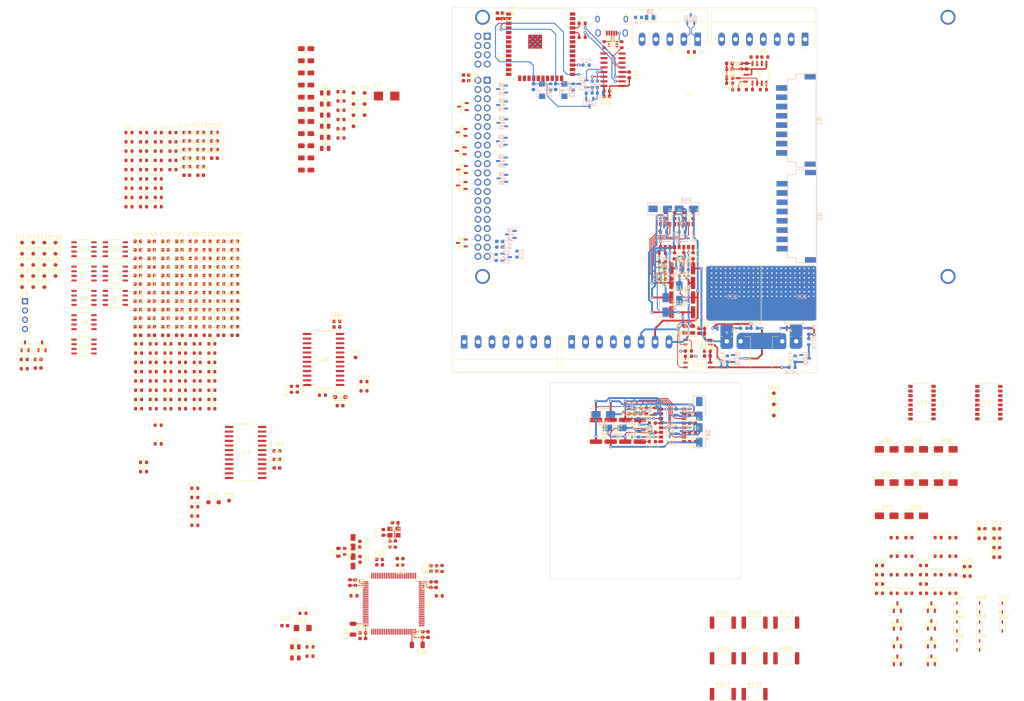
<source format=kicad_pcb>
(kicad_pcb (version 20240108) (generator "pcbnew") (generator_version "8.0")
  (layers (0 "F.Cu" signal) (1 "In1.Cu" power "GND") (2 "In2.Cu" power "PWR") (31 "B.Cu" signal) (34 "B.Paste" user) (35 "F.Paste" user) (36 "B.SilkS" user "B.Silkscreen") (37 "F.SilkS" user "F.Silkscreen") (38 "B.Mask" user) (39 "F.Mask" user) (44 "Edge.Cuts" user))
  (net 0 "")
  (net 1 "+5V")
  (net 2 "GNDA")
  (net 3 "+12V")
  (net 4 "+9V")
  (net 5 "NTC_1+")
  (net 6 "-9V")
  (net 7 "+3V3_D")
  (net 8 "Net-(U2-V3)")
  (net 9 "/ESP32/FLASH")
  (net 10 "/ESP32/EN")
  (net 11 "VDDA")
  (net 12 "VBAT")
  (net 13 "Net-(U3C-VCAP_2)")
  (net 14 "Net-(U3C-VCAP_1)")
  (net 15 "Net-(C40-Pad1)")
  (net 16 "Net-(C41-Pad1)")
  (net 17 "/STM32F407VET6/NRST")
  (net 18 "NTC_9-")
  (net 19 "NTC_1-")
  (net 20 "NTC_5-")
  (net 21 "NTC_13-")
  (net 22 "NTC_BAT9")
  (net 23 "NTC_BAT1")
  (net 24 "NTC_BAT5")
  (net 25 "NTC_BAT13")
  (net 26 "NTC_10-")
  (net 27 "NTC_2-")
  (net 28 "NTC_6-")
  (net 29 "NTC_14-")
  (net 30 "NTC_BAT10")
  (net 31 "NTC_BAT2")
  (net 32 "NTC_BAT6")
  (net 33 "NTC_BAT14")
  (net 34 "NTC_11-")
  (net 35 "NTC_3-")
  (net 36 "NTC_7-")
  (net 37 "NTC_15-")
  (net 38 "NTC_BAT11")
  (net 39 "NTC_BAT3")
  (net 40 "NTC_BAT7")
  (net 41 "NTC_BAT15")
  (net 42 "NTC_12-")
  (net 43 "NTC_4-")
  (net 44 "NTC_8-")
  (net 45 "NTC_16-")
  (net 46 "NTC_BAT12")
  (net 47 "NTC_BAT4")
  (net 48 "NTC_BAT8")
  (net 49 "NTC_BAT16")
  (net 50 "VOL_BAT1")
  (net 51 "VOL_BAT2")
  (net 52 "VOL_BAT3")
  (net 53 "VOL_BAT4")
  (net 54 "VOL_BAT5")
  (net 55 "VOL_BAT6")
  (net 56 "VOL_BAT7")
  (net 57 "VOL_BAT8")
  (net 58 "VOL_BAT9")
  (net 59 "VOL_BAT10")
  (net 60 "VOL_BAT11")
  (net 61 "VOL_BAT12")
  (net 62 "VOL_BAT13")
  (net 63 "VOL_BAT14")
  (net 64 "VOL_BAT15")
  (net 65 "VOL_BAT16")
  (net 66 "ADC1_IN1")
  (net 67 "ADC1_IN2")
  (net 68 "Net-(D1-A)")
  (net 69 "Net-(D2-A)")
  (net 70 "Net-(D3-A)")
  (net 71 "Net-(D4-A)")
  (net 72 "Net-(D5-A)")
  (net 73 "Net-(D6-K)")
  (net 74 "/ESP32/D_P")
  (net 75 "/ESP32/D_N")
  (net 76 "Net-(D8-A)")
  (net 77 "Net-(D9-K)")
  (net 78 "/STM32F407VET6/LED_TEST")
  (net 79 "/STM32F407VET6/LED_STATUS")
  (net 80 "Net-(D10-K)")
  (net 81 "SPI1_CS")
  (net 82 "SPI1_MOSI")
  (net 83 "SPI1_MISO")
  (net 84 "TOUCH_IRQ")
  (net 85 "FSMC_D15")
  (net 86 "SPI1_SCK")
  (net 87 "FSMC_D13")
  (net 88 "FSMC_D11")
  (net 89 "FSMC_D9")
  (net 90 "FSMC_D7")
  (net 91 "FSMC_D5")
  (net 92 "FSMC_D3")
  (net 93 "FSMC_D1")
  (net 94 "FSMC_NWE")
  (net 95 "FSMC_D12")
  (net 96 "FSMC_D14")
  (net 97 "FSMC_D10")
  (net 98 "FSMC_D8")
  (net 99 "FSMC_D6")
  (net 100 "FSMC_D4")
  (net 101 "FSMC_D2")
  (net 102 "FSMC_D0")
  (net 103 "FSMC_RESET")
  (net 104 "FSMC_NOE")
  (net 105 "FSMC_A16")
  (net 106 "FSMC_NE1")
  (net 107 "RS485_N")
  (net 108 "RS485_P")
  (net 109 "Net-(D26-A)")
  (net 110 "Net-(D27-A)")
  (net 111 "Net-(D28-A)")
  (net 112 "Net-(D29-A)")
  (net 113 "Net-(D30-A)")
  (net 114 "Net-(D31-A)")
  (net 115 "Net-(D32-A)")
  (net 116 "Net-(D25-A)")
  (net 117 "Net-(Q5-G)")
  (net 118 "Net-(D36-A)")
  (net 119 "Net-(D35-A)")
  (net 120 "Net-(Q6-G)")
  (net 121 "BAT_BAL_5")
  (net 122 "BAT_BAL_13")
  (net 123 "Net-(Q7-G)")
  (net 124 "Net-(D40-A)")
  (net 125 "Net-(D39-A)")
  (net 126 "Net-(Q8-G)")
  (net 127 "BAT_BAL_4")
  (net 128 "BAT_BAL_12")
  (net 129 "Net-(Q9-G)")
  (net 130 "Net-(D44-A)")
  (net 131 "Net-(Q10-G)")
  (net 132 "Net-(D43-A)")
  (net 133 "BAT_BAL_3")
  (net 134 "BAT_BAL_11")
  (net 135 "Net-(Q11-G)")
  (net 136 "Net-(D48-A)")
  (net 137 "Net-(D49-A)")
  (net 138 "Net-(Q12-G)")
  (net 139 "BAT_BAL_2")
  (net 140 "BAT_BAL_10")
  (net 141 "Net-(D50-A)")
  (net 142 "Net-(D51-A)")
  (net 143 "Net-(D52-A)")
  (net 144 "Net-(D53-A)")
  (net 145 "Net-(D54-A)")
  (net 146 "Net-(D55-A)")
  (net 147 "Net-(D56-A)")
  (net 148 "Net-(D47-A)")
  (net 149 "Net-(D60-A)")
  (net 150 "Net-(Q13-G)")
  (net 151 "Net-(Q14-G)")
  (net 152 "Net-(D59-A)")
  (net 153 "BAT_BAL_9")
  (net 154 "Net-(Q15-G)")
  (net 155 "Net-(D64-A)")
  (net 156 "Net-(Q16-G)")
  (net 157 "Net-(D63-A)")
  (net 158 "BAT_BAL_8")
  (net 159 "BAT_BAL_16")
  (net 160 "Net-(Q17-G)")
  (net 161 "Net-(D68-A)")
  (net 162 "Net-(D67-A)")
  (net 163 "Net-(Q18-G)")
  (net 164 "BAT_BAL_7")
  (net 165 "BAT_BAL_15")
  (net 166 "Net-(Q19-G)")
  (net 167 "Net-(D72-A)")
  (net 168 "Net-(D71-A)")
  (net 169 "Net-(Q20-G)")
  (net 170 "BAT_BAL_6")
  (net 171 "BAT_BAL_14")
  (net 172 "Net-(D76-A)")
  (net 173 "Net-(D75-A)")
  (net 174 "UART3_RX")
  (net 175 "UART3_TX")
  (net 176 "SWDIO")
  (net 177 "SWCLK")
  (net 178 "Net-(J2-VBUS)")
  (net 180 "BAT_BAL_1")
  (net 181 "Net-(L1-Pad2)")
  (net 182 "Net-(Q1-B)")
  (net 183 "/ESP32/RTS")
  (net 184 "Net-(Q2-B)")
  (net 185 "/ESP32/DIR")
  (net 186 "Net-(Q3-B)")
  (net 187 "/DISPLAY/BACKLIGHT")
  (net 188 "Net-(Q4-B)")
  (net 189 "Net-(Q4-C)")
  (net 190 "Net-(Q5-D)")
  (net 191 "Net-(Q6-D)")
  (net 192 "Net-(Q7-D)")
  (net 193 "Net-(Q8-D)")
  (net 194 "Net-(Q9-D)")
  (net 195 "Net-(Q10-D)")
  (net 196 "Net-(Q11-D)")
  (net 197 "Net-(Q12-D)")
  (net 198 "Net-(Q13-D)")
  (net 199 "Net-(Q14-D)")
  (net 200 "Net-(Q15-D)")
  (net 201 "Net-(Q16-D)")
  (net 202 "Net-(Q17-D)")
  (net 203 "Net-(Q18-D)")
  (net 204 "Net-(Q19-D)")
  (net 205 "Net-(Q20-D)")
  (net 206 "Net-(Q21-G)")
  (net 207 "Net-(Q21-D)")
  (net 208 "Net-(Q22-G)")
  (net 209 "Net-(Q22-D)")
  (net 210 "Net-(Q23-G)")
  (net 211 "Net-(Q24-D)")
  (net 212 "Net-(Q24-G)")
  (net 213 "U0_P")
  (net 214 "Net-(U1-TXD0{slash}IO1)")
  (net 215 "/ESP32/U_P")
  (net 216 "U0_N")
  (net 217 "Net-(U1-RXD0{slash}IO3)")
  (net 218 "/ESP32/U_N")
  (net 219 "Net-(U1-IO16)")
  (net 220 "Net-(U2-~{DTR})")
  (net 221 "Net-(U2-~{RTS})")
  (net 222 "/STM32F407VET6/BOOT0")
  (net 223 "/STM32F407VET6/BOOT1")
  (net 224 "CONTROL_BOOT0")
  (net 225 "ESP_RX")
  (net 226 "UART1_TX")
  (net 227 "CONTROL_BOOT1")
  (net 228 "UART1_RX")
  (net 229 "ESP_TX")
  (net 230 "CONTROL_BACKLIGHT")
  (net 231 "RS485_CONTROL")
  (net 232 "UART6_RX")
  (net 233 "Net-(U5-RO)")
  (net 234 "Net-(U5-DI)")
  (net 235 "UART6_TX")
  (net 236 "/STM32F407VET6/OSC-IN")
  (net 237 "Net-(R42-Pad1)")
  (net 238 "Net-(R44-Pad1)")
  (net 239 "Net-(R46-Pad1)")
  (net 240 "/STM32F407VET6/OSC-OUT")
  (net 241 "Net-(R54-Pad1)")
  (net 242 "Net-(R56-Pad1)")
  (net 243 "Net-(R58-Pad1)")
  (net 244 "Net-(R48-Pad1)")
  (net 245 "Net-(R66-Pad1)")
  (net 246 "Net-(R68-Pad1)")
  (net 247 "Net-(R70-Pad1)")
  (net 248 "Net-(R60-Pad1)")
  (net 249 "Net-(R78-Pad1)")
  (net 250 "Net-(R80-Pad1)")
  (net 251 "Net-(R82-Pad1)")
  (net 252 "BAL_1")
  (net 253 "Net-(R72-Pad1)")
  (net 254 "Net-(R84-Pad1)")
  (net 255 "BAL_2")
  (net 256 "BAL_3")
  (net 257 "Net-(R122-Pad2)")
  (net 258 "BAL_4")
  (net 259 "Net-(R123-Pad2)")
  (net 260 "BAL_9")
  (net 261 "Net-(R124-Pad2)")
  (net 262 "Net-(R125-Pad2)")
  (net 263 "BAL_10")
  (net 264 "Net-(R126-Pad2)")
  (net 265 "BAL_11")
  (net 266 "BAL_12")
  (net 267 "Net-(R127-Pad2)")
  (net 268 "Net-(R128-Pad2)")
  (net 269 "Net-(R129-Pad2)")
  (net 270 "Net-(R130-Pad1)")
  (net 271 "Net-(R131-Pad1)")
  (net 272 "Net-(R136-Pad1)")
  (net 273 "Net-(R137-Pad1)")
  (net 274 "Net-(R142-Pad1)")
  (net 275 "Net-(R143-Pad1)")
  (net 276 "BAL_5")
  (net 277 "Net-(R148-Pad1)")
  (net 278 "BAL_6")
  (net 279 "Net-(R149-Pad1)")
  (net 280 "BAL_7")
  (net 281 "Net-(R154-Pad2)")
  (net 282 "BAL_8")
  (net 283 "Net-(R155-Pad2)")
  (net 284 "BAL_13")
  (net 285 "Net-(R156-Pad2)")
  (net 286 "BAL_14")
  (net 287 "Net-(R157-Pad2)")
  (net 288 "Net-(R158-Pad2)")
  (net 289 "BAL_15")
  (net 290 "Net-(R159-Pad2)")
  (net 291 "BAL_16")
  (net 292 "Net-(R160-Pad2)")
  (net 293 "Net-(R161-Pad2)")
  (net 294 "Net-(R162-Pad1)")
  (net 295 "Net-(R163-Pad1)")
  (net 296 "Net-(R168-Pad1)")
  (net 297 "Net-(R169-Pad1)")
  (net 298 "Net-(R174-Pad1)")
  (net 299 "Net-(R175-Pad1)")
  (net 300 "ADC1_IN1_S0")
  (net 301 "Net-(U18-S0)")
  (net 302 "Net-(U18-S1)")
  (net 303 "ADC1_IN1_S1")
  (net 304 "ADC1_IN1_S2")
  (net 305 "Net-(U18-S2)")
  (net 306 "Net-(U18-S3)")
  (net 307 "ADC1_IN1_S3")
  (net 308 "Net-(U18-E_N)")
  (net 309 "ADC1_IN2_S0")
  (net 310 "Net-(U19-S0)")
  (net 311 "ADC1_IN2_S1")
  (net 312 "Net-(U19-S1)")
  (net 313 "Net-(U19-S2)")
  (net 314 "ADC1_IN2_S2")
  (net 315 "ADC1_IN2_S3")
  (net 316 "Net-(U19-S3)")
  (net 317 "Net-(U19-E_N)")
  (net 318 "CHARGE")
  (net 319 "Net-(U20-A)")
  (net 320 "Net-(U20-E)")
  (net 321 "Net-(U21-E)")
  (net 322 "DISCHARGE")
  (net 323 "Net-(U21-A)")
  (net 386 "V_CHARGER_P")
  (net 387 "Net-(R180-Pad1)")
  (net 388 "Net-(R181-Pad1)")
  (footprint "charge_battery_footprint_lib:Res_0603" (layer "F.Cu") (at 287.8393 235.2916)
    (property "Reference" "R175")
    (property "Value" "1K/1%/1_10W" (hide yes))
  )
  (footprint "charge_battery_footprint_lib:Ceramic_Cap_0603" (layer "F.Cu") (at 73.5195 174.5539)
    (property "Reference" "C84")
    (property "Value" "10uF/16V")
  )
  (footprint "charge_battery_footprint_lib:Res_0603" (layer "F.Cu") (at 70.1837 126.8507)
    (property "Reference" "R109")
    (property "Value" "10K/1%/1_10W" (hide yes))
  )
  (footprint "TestPoint:TestPoint_Pad_D1.0mm" (layer "F.Cu") (at 240.1634 201.2134)
    (property "Reference" "TP12")
    (property "Value" "TestPoint_Small")
  )
  (footprint "charge_battery_footprint_lib:Res_0603" (layer "F.Cu") (at 208.2356 207.7626 180)
    (property "Reference" "R180")
    (property "Value" "1K/1%/1_10W" (hide yes))
  )
  (footprint "charge_battery_footprint_lib:Res_0603" (layer "F.Cu") (at 210.9528 156.13845 180)
    (property "Reference" "R130")
    (property "Value" "1K/1%/1_10W" (hide yes))
  )
  (footprint "charge_battery_footprint_lib:LED_0805" (layer "F.Cu") (at 109.093 267.6318)
    (property "Reference" "D10")
    (property "Value" "LED_0805")
  )
  (footprint "charge_battery_footprint_lib:Res_0603" (layer "F.Cu") (at 271.7849 235.2916)
    (property "Reference" "R131")
    (property "Value" "1K/1%/1_10W" (hide yes))
  )
  (footprint "charge_battery_footprint_lib:Res_0603" (layer "F.Cu") (at 137.1074 237.807 90)
    (property "Reference" "R23")
    (property "Value" "0/1%/1_10W" (hide yes))
  )
  (footprint "charge_battery_footprint_lib:Ceramic_Cap_0603" (layer "F.Cu") (at 127.567 260.786)
    (property "Reference" "C32")
    (property "Value" "100nF/16V")
  )
  (footprint "charge_battery_footprint_lib:Res_0603" (layer "F.Cu") (at 214.8894 145.08365 -90)
    (property "Reference" "R123")
    (property "Value" "220/1%/1_10W" (hide yes))
  )
  (footprint "charge_battery_footprint_lib:Ceramic_Cap_0603" (layer "F.Cu") (at 143.967 261.2308 90)
    (property "Reference" "C31")
    (property "Value" "100nF/16V")
  )
  (footprint "charge_battery_footprint_lib:LED_0603" (layer "F.Cu") (at 293.0769 245.2262)
    (property "Reference" "D30")
    (property "Value" "LED_0603" (hide yes))
  )
  (footprint "TestPoint:TestPoint_Pad_D1.0mm" (layer "F.Cu") (at 37.2815 166.0565)
    (property "Reference" "TP22")
    (property "Value" "TestPoint_Small")
  )
  (footprint "charge_battery_footprint_lib:Res_0603" (layer "F.Cu") (at 76.8273 197.4287)
    (property "Reference" "R72")
    (property "Value" "15K/1%/1_10W" (hide yes))
  )
  (footprint "charge_battery_footprint_lib:Ceramic_Cap_0603" (layer "F.Cu") (at 81.1059 165.1971)
    (property "Reference" "C104")
    (property "Value" "100nF/16V")
  )
  (footprint "charge_battery_footprint_lib:Res_0603" (layer "F.Cu") (at 267.7713 247.9896)
    (property "Reference" "R128")
    (property "Value" "220/1%/1_10W" (hide yes))
  )
  (footprint "charge_battery_footprint_lib:Res_0603" (layer "F.Cu") (at 283.8257 250.5292)
    (property "Reference" "R171")
    (property "Value" "10K/1%/1_10W" (hide yes))
  )
  (footprint "charge_battery_footprint_lib:Res_0603" (layer "F.Cu") (at 84.8545 197.4287)
    (property "Reference" "R88")
    (property "Value" "24K/5%/1_10W" (hide yes))
  )
  (footprint "charge_battery_footprint_lib:Tan_Cap_A" (layer "F.Cu") (at 125.9036 238.2224 90)
    (property "Reference" "C25")
    (property "Value" "10uF/16V")
  )
  (footprint "charge_battery_footprint_lib:Ceramic_Cap_0603" (layer "F.Cu") (at 92.4855 172.2147)
    (property "Reference" "C143")
    (property "Value" "100nF/16V")
  )
  (footprint "charge_battery_footprint_lib:Res_0603" (layer "F.Cu") (at 62.1565 124.3111)
    (property "Reference" "R90")
    (property "Value" "1K/1%/1_10W" (hide yes))
  )
  (footprint "charge_battery_footprint_lib:Res_0603" (layer "F.Cu") (at 267.7713 250.5292)
    (property "Reference" "R129")
    (property "Value" "220/1%/1_10W" (hide yes))
  )
  (footprint "charge_battery_footprint_lib:Res_0603" (layer "F.Cu") (at 62.1565 142.0883)
    (property "Reference" "R97")
    (property "Value" "10K/1%/1_10W" (hide yes))
  )
  (footprint "charge_battery_footprint_lib:Ceramic_Cap_0603" (layer "F.Cu") (at 120.4916 175.4284)
    (property "Reference" "C164")
    (property "Value" "10uF/16V")
  )
  (footprint "charge_battery_footprint_lib:Res_0603" (layer "F.Cu") (at 72.8137 182.1911)
    (property "Reference" "R58")
    (property "Value" "15K/1%/1_10W" (hide yes))
  )
  (footprint "charge_battery_footprint_lib:Res_0603" (layer "F.Cu") (at 76.8273 194.8891)
    (property "Reference" "R71")
    (property "Value" "1K2/1%/1_10W" (hide yes))
  )
  (footprint "charge_battery_footprint_lib:SOIC_TA-VG" (layer "F.Cu") (at 219.336 187.38)
    (property "Reference" "U20")
    (property "Value" "EL3H7" (hide yes))
  )
  (footprint "charge_battery_footprint_lib:Ceramic_Cap_0603" (layer "F.Cu") (at 81.1059 155.8403)
    (property "Reference" "C100")
    (property "Value" "10uF/16V")
  )
  (footprint "charge_battery_footprint_lib:Ceramic_Cap_0603" (layer "F.Cu") (at 231.248 105.5279 90)
    (property "Reference" "C49")
    (property "Value" "10uF/16V")
  )
  (footprint "charge_battery_footprint_lib:Ceramic_Cap_0603" (layer "F.Cu") (at 69.7263 174.5539)
    (property "Reference" "C72")
    (property "Value" "10nF/50V")
  )
  (footprint "charge_battery_footprint_lib:Res_0603" (layer "F.Cu") (at 283.8257 245.45)
    (property "Reference" "R169")
    (property "Value" "1K/1%/1_10W" (hide yes))
  )
  (footprint "charge_battery_footprint_lib:Res_0603" (layer "F.Cu") (at 74.1973 126.8507)
    (property "Reference" "R118")
    (property "Value" "130K/1%/1_10W" (hide yes))
  )
  (footprint "charge_battery_footprint_lib:Res_0603" (layer "F.Cu") (at 80.8409 197.4287)
    (property "Reference" "R80")
    (property "Value" "15K/1%/1_10W" (hide yes))
  )
  (footprint "charge_battery_footprint_lib:Ceramic_Cap_0603" (layer "F.Cu") (at 106.173 258.7978)
    (property "Reference" "C42")
    (property "Value" "100nF/16V")
  )
  (footprint "charge_battery_footprint_lib:Res_0603" (layer "F.Cu") (at 70.1837 129.3903)
    (property "Reference" "R110")
    (property "Value" "120K/1%/1_10W" (hide yes))
  )
  (footprint "charge_battery_footprint_lib:Ceramic_Cap_0603" (layer "F.Cu") (at 200.5648 107.9028 -90)
    (property "Reference" "C15")
    (property "Value" "100nF/16V")
  )
  (footprint "charge_battery_footprint_lib:Res_0603" (layer "F.Cu") (at 76.8273 187.2703)
    (property "Reference" "R68")
    (property "Value" "15K/1%/1_10W" (hide yes))
  )
  (footprint "charge_battery_footprint_lib:Ceramic_Cap_0603" (layer "F.Cu") (at 77.3127 162.8579)
    (property "Reference" "C91")
    (property "Value" "10uF/16V")
  )
  (footprint "charge_battery_footprint_lib:LED_0603" (layer "F.Cu") (at 202.119136 200.0341 90)
    (property "Reference" "D51")
    (property "Value" "LED_0603" (hide yes))
  )
  (footprint "charge_battery_footprint_lib:Ceramic_Cap_0603" (layer "F.Cu") (at 92.4855 158.1795)
    (property "Reference" "C137")
    (property "Value" "100nF/16V")
  )
  (footprint "charge_battery_footprint_lib:Ceramic_Cap_0603" (layer "F.Cu") (at 124.0282 247.0058 -90)
    (property "Reference" "C20")
    (property "Value" "4.7uF/25V")
  )
  (footprint "charge_battery_footprint_lib:Res_0603" (layer "F.Cu") (at 80.8409 194.8891)
    (property "Reference" "R79")
    (property "Value" "1K2/1%/1_10W" (hide yes))
  )
  (footprint "charge_battery_footprint_lib:Res_0603" (layer "F.Cu") (at 66.1701 124.3111)
    (property "Reference" "R99")
    (property "Value" "10K/1%/1_10W" (hide yes))
  )
  (footprint "charge_battery_footprint_lib:SOIC-8" (layer "F.Cu") (at 236.2264 107.47705 90)
    (property "Reference" "U5")
    (property "Value" "MAX485CSA")
  )
  (footprint "charge_battery_footprint_lib:Res_0603" (layer "F.Cu") (at 72.8137 199.9683)
    (property "Reference" "R65")
    (property "Value" "24K/5%/1_10W" (hide yes))
  )
  (footprint "charge_battery_footprint_lib:Res_0603" (layer "F.Cu") (at 212.3494 156.10725 -90)
    (property "Reference" "R136")
    (property "Value" "1K/1%/1_10W" (hide yes))
  )
  (footprint "charge_battery_footprint_lib:Ceramic_Cap_0603" (layer "F.Cu") (at 77.3127 158.1795)
    (property "Reference" "C89")
    (property "Value" "100nF/16V")
  )
  (footprint "Connector_USB:USB_Micro-B_Wuerth_629105150521" (layer "F.Cu") (at 195.7388 94.5598 180)
    (property "Reference" "J2")
    (property "Value" "USB_B_Micro")
  )
  (footprint "charge_battery_footprint_lib:Res_0603" (layer "F.Cu") (at 72.8137 189.8099)
    (property "Reference" "R61")
    (property "Value" "1K2/1%/1_10W" (hide yes))
  )
  (footprint "charge_battery_footprint_lib:XH_2.54mm_8_SMD" (layer "F.Cu") (at 243.9964 146.6114 90)
    (property "Reference" "J7")
    (property "Value" "NTC_CONN")
  )
  (footprint "charge_battery_footprint_lib:LED_0603" (layer "F.Cu") (at 301.1769 240.0462)
    (property "Reference" "D56")
    (property "Value" "LED_0603" (hide yes))
  )
  (footprint "charge_battery_footprint_lib:Res_0603" (layer "F.Cu") (at 235.9476 112.54345)
    (property "Reference" "R38")
    (property "Value" "20R/1%/1_10W" (hide yes))
  )
  (footprint "charge_battery_footprint_lib:Res_0603" (layer "F.Cu") (at 217.4294 156.10725 -90)
    (property "Reference" "R148")
    (property "Value" "1K/1%/1_10W" (hide yes))
  )
  (footprint "charge_battery_footprint_lib:Res_0603" (layer "F.Cu") (at 120.2212 118.1922)
    (property "Reference" "R3")
    (property "Value" "1K/1%/1_10W" (hide yes))
  )
  (footprint "charge_battery_footprint_lib:Res_0603" (layer "F.Cu") (at 64.7865 184.7307)
    (property "Reference" "R43")
    (property "Value" "1K2/1%/1_10W" (hide yes))
  )
  (footprint "charge_battery_footprint_lib:LED_0603" (layer "F.Cu") (at 209.7009 160.64745 180)
    (property "Reference" "D26")
    (property "Value" "LED_0603" (hide yes))
  )
  (footprint "charge_battery_footprint_lib:Res_0603" (layer "F.Cu") (at 219.2592 207.7626 180)
    (property "Reference" "R154")
    (property "Value" "220/1%/1_10W" (hide yes))
  )
  (footprint "charge_battery_footprint_lib:Res_0603" (layer "F.Cu") (at 275.7985 235.2916)
    (property "Reference" "R143")
    (property "Value" "1K/1%/1_10W" (hide yes))
  )
  (footprint "charge_battery_footprint_lib:Ceramic_Cap_0603" (layer "F.Cu") (at 147.7772 243.1034 90)
    (property "Reference" "C36")
    (property "Value" "1uF /50V")
  )
  (footprint "charge_battery_footprint_lib:Res_0603" (layer "F.Cu") (at 271.7849 250.5292)
    (property "Reference" "R139")
    (property "Value" "10K/1%/1_10W" (hide yes))
  )
  (footprint "charge_battery_footprint_lib:Res_0603" (layer "F.Cu") (at 84.8545 182.1911)
    (property "Reference" "R82")
    (property "Value" "15K/1%/1_10W" (hide yes))
  )
  (footprint "charge_battery_footprint_lib:Res_0603" (layer "F.Cu") (at 80.1801 229.3699)
    (property "Reference" "R194")
    (property "Value" "20R/1%/1_10W" (hide yes))
  )
  (footprint "charge_battery_footprint_lib:SOIC-8" (layer "F.Cu") (at 51.1911 182.3204)
    (property "Reference" "U10")
    (property "Value" "NE5532DR")
  )
  (footprint "charge_battery_footprint_lib:STM32F407VET6" (layer "F.Cu") (at 136.017 252.7808 -90)
    (property "Reference" "U3")
    (property "Value" "STM32F407VET6")
  )
  (footprint "charge_battery_footprint_lib:Ceramic_Cap_0603" (layer "F.Cu") (at 88.6923 167.5363)
    (property "Reference" "C129")
    (property "Value" "10nF/50V")
  )
  (footprint "charge_battery_footprint_lib:LED_0603" (layer "F.Cu") (at 203.713602 200.0341 90)
    (property "Reference" "D50")
    (property "Value" "LED_0603" (hide yes))
  )
  (footprint "charge_battery_footprint_lib:Res_0603" (layer "F.Cu") (at 208.2356 202.6826 180)
    (property "Reference" "R168")
    (property "Value" "1K/1%/1_10W" (hide yes))
  )
  (footprint "charge_battery_footprint_lib:LED_0805" (layer "F.Cu") (at 117.2662 112.8434)
    (property "Reference" "D1")
    (property "Value" "LED_0805")
  )
  (footprint "charge_battery_footprint_lib:Diode_Zener_BZT52H" (layer "F.Cu") (at 121.3993 196.1648)
    (property "Reference" "D73")
    (property "Value" "BZT52H-C3V3")
  )
  (footprint "charge_battery_footprint_lib:Res_0603" (layer "F.Cu") (at 120.2212 115.6526)
    (property "Reference" "R2")
    (property "Value" "1K/1%/1_10W" (hide yes))
  )
  (footprint "charge_battery_footprint_lib:Ceramic_Cap_0603" (layer "F.Cu") (at 136.4298 230.593 180)
    (property "Reference" "C40")
    (property "Value" "20pF/50V")
  )
  (footprint "charge_battery_footprint_lib:Ceramic_Cap_0603" (layer "F.Cu") (at 69.7263 162.8579)
    (property "Reference" "C67")
    (property "Value" "100nF/16V")
  )
  (footprint "charge_battery_footprint_lib:Res_0603" (layer "F.Cu") (at 70.1837 137.0091)
    (property "Reference" "R113")
    (property "Value" "10K/1%/1_10W" (hide yes))
  )
  (footprint "charge_battery_footprint_lib:Tan_Cap_A" (layer "F.Cu") (at 109.7412 111.6934)
    (property "Reference" "C5")
    (property "Value" "10uF/16V")
  )
  (footprint "TestPoint:TestPoint_Pad_D1.0mm" (layer "F.Cu") (at 40.3315 166.0565)
    (property "Reference" "TP27")
    (property "Value" "TestPoint_Small")
  )
  (footprint "charge_battery_footprint_lib:Res_0603" (layer "F.Cu") (at 120.2212 125.811)
    (property "Reference" "R6")
    (property "Value" "1K/1%/1_10W" (hide yes))
  )
  (footprint "charge_battery_footprint_lib:Tan_Cap_A" (layer "F.Cu") (at 109.7412 128.3184)
    (property "Reference" "C10")
    (property "Value" "10uF/16V")
  )
  (footprint "charge_battery_footprint_lib:Ceramic_Cap_0603" (layer "F.Cu") (at 92.4855 162.8579)
    (property "Reference" "C139")
    (property "Value" "10uF/16V")
  )
  (footprint "charge_battery_footprint_lib:Ceramic_Cap_0603" (layer "F.Cu") (at 65.9331 160.5187)
    (property "Reference" "C54")
    (property "Value" "10uF/16V")
  )
  (footprint "TestPoint:TestPoint_Pad_D1.0mm" (layer "F.Cu") (at 128.0562 112.8484)
    (property "Reference" "TP5")
    (property "Value" "TestPoint_Small")
  )
  (footprint "charge_battery_footprint_lib:Res_2512" (layer "F.Cu") (at 203.447402 205.4097 -90)
    (property "Reference" "R184")
    (property "Value" "100/2512/5%" (hide yes))
  )
  (footprint "charge_battery_footprint_lib:Res_0603" (layer "F.Cu") (at 68.8001 189.8099)
    (property "Reference" "R53")
    (property "Value" "24K/5%/1_10W" (hide yes))
  )
  (footprint "charge_battery_footprint_lib:Res_0603" (layer "F.Cu") (at 275.7985 245.45)
    (property "Reference" "R149")
    (property "Value" "1K/1%/1_10W" (hide yes))
  )
  (footprint "charge_battery_footprint_lib:Tan_Cap_A" (layer "F.Cu") (at 109.7412 115.0184)
    (property "Reference" "C6")
    (property "Value" "10uF/16V")
  )
  (footprint "charge_battery_footprint_lib:Res_0603" (layer "F.Cu") (at 229.4196 109.59885 180)
    (property "Reference" "R34")
    (property "Value" "10K/1%/1_10W" (hide yes))
  )
  (footprint "charge_battery_footprint_lib:Heat sink 14x14" (layer "F.Cu") (at 229.1102 167.7322 -90)
    (property "Reference" "REF**" (hide yes))
    (property "Value" "Heat sink 14x14" (hide yes))
  )
  (footprint "TestPoint:TestPoint_Pad_D1.0mm" (layer "F.Cu") (at 34.2315 163.0065)
    (property "Reference" "TP16")
    (property "Value" "TestPoint_Small")
  )
  (footprint "charge_battery_footprint_lib:SOD-323_PTD" (layer "F.Cu") (at 290.3136 253.8044)
    (property "Reference" "D34")
    (property "Value" "PSD12-LF-T7")
  )
  (footprint "charge_battery_footprint_lib:Res_0603" (layer "F.Cu") (at 68.8001 194.8891)
    (property "Reference" "R55")
    (property "Value" "1K2/1%/1_10W" (hide yes))
  )
  (footprint "charge_battery_footprint_lib:Ceramic_Cap_0603" (layer "F.Cu") (at 88.6923 172.2147)
    (property "Reference" "C131")
    (property "Value" "10uF/16V")
  )
  (footprint "charge_battery_footprint_lib:Ceramic_Cap_0603" (layer "F.Cu") (at 104.0431 215.5771)
    (property "Reference" "C168")
    (property "Value" "100nF/16V")
  )
  (footprint "charge_battery_footprint_lib:Res_2512" (layer "F.Cu") (at 199.459602 205.4097 -90)
    (property "Reference" "R178")
    (property "Value" "100/2512/5%" (hide yes))
  )
  (footprint "charge_battery_footprint_lib:Res_0603" (layer "F.Cu") (at 147.1554 251.2432)
    (property "Reference" "R21")
    (property "Value" "10K/1%/1_10W" (hide yes))
  )
  (footprint "charge_battery_footprint_lib:Res_0603" (layer "F.Cu") (at 287.8393 240.3708)
    (property "Reference" "R177")
    (property "Value" "10K/1%/1_10W" (hide yes))
  )
  (footprint "charge_battery_footprint_lib:Res_0603" (layer "F.Cu") (at 64.7865 192.3495)
    (property "Reference" "R46")
    (property "Value" "15K/1%/1_10W" (hide yes))
  )
  (footprint "charge_battery_footprint_lib:SOT23" (layer "F.Cu") (at 274.0077 263.4244)
    (property "Reference" "Q14")
    (property "Value" "AO3400A" (hide yes))
  )
  (footprint "charge_battery_footprint_lib:Tan_Cap_C" (layer "F.Cu") (at 134.0896 113.703)
    (property "Reference" "C2")
    (property "Value" "10uF/35V")
  )
  (footprint "charge_battery_footprint_lib:Res_0603" (layer "F.Cu") (at 76.8273 189.8099)
    (property "Reference" "R69")
    (property "Value" "1K2/1%/1_10W" (hide yes))
  )
  (footprint "charge_battery_footprint_lib:Ceramic_Cap_0603" (layer "F.Cu") (at 83.1463 128.3695)
    (property "Reference" "C155")
    (property "Value" "10nF/50V")
  )
  (footprint "charge_battery_footprint_lib:Res_0603" (layer "F.Cu") (at 70.1837 131.9299)
    (property "Reference" "R111")
    (property "Value" "10K/1%/1_10W" (hide yes))
  )
  (footprint "Connector_Phoenix_MC:PhoenixContact_MC_1,5_5-G-3.81_1x05_P3.81mm_Horizontal" (layer "F.Cu") (at 219.31 98.148401 180)
    (property "Reference" "J3")
    (property "Value" "SIGNAL_CONN")
  )
  (footprint "charge_battery_footprint_lib:Res_0603" (layer "F.Cu") (at 64.7865 199.9683)
    (property "Reference" "R49")
    (property "Value" "1K2/1%/1_10W" (hide yes))
  )
  (footprint "charge_battery_footprint_lib:SOIC-8" (layer "F.Cu") (at 51.1911 162.3278)
    (property "Reference" "U7")
    (property "Value" "NE5532DR")
  )
  (footprint "charge_battery_footprint_lib:SOD-323_PTD" (layer "F.Cu") (at 290.3136 264.18)
    (property "Reference" "D66")
    (property "Value" "PSD12-LF-T7")
  )
  (footprint "charge_battery_footprint_lib:Ceramic_Cap_0603" (layer "F.Cu") (at 132.1562 240.6396)
    (property "Reference" "C24")
    (property "Value" "100nF/16V")
  )
  (footprint "charge_battery_footprint_lib:Ceramic_Cap_0603" (layer "F.Cu") (at 88.6923 169.8755)
    (property "Reference" "C130")
    (property "Value" "10nF/50V")
  )
  (footprint "charge_battery_footprint_lib:SOIC-8" (layer "F.Cu") (at 59.7603 162.3278)
    (property "Reference" "U12")
    (property "Value" "NE5532DR")
  )
  (footprint "charge_battery_footprint_lib:Ceramic_Cap_0603" (layer "F.Cu") (at 65.9331 179.2323)
    (property "Reference" "C62")
    (property "Value" "10uF/16V")
  )
  (footprint "charge_battery_footprint_lib:Ceramic_Cap_0603" (layer "F.Cu") (at 120.4656 176.9778)
    (property "Reference" "C165")
    (property "Value" "100nF/16V")
  )
  (footprint "charge_battery_footprint_lib:Res_0603" (layer "F.Cu") (at 68.8001 199.9683)
    (property "Reference" "R57")
    (property "Value" "1K2/1%/1_10W" (hide yes))
  )
  (footprint "charge_battery_footprint_lib:LED_0603" (layer "F.Cu") (at 297.1269 234.8662)
    (property "Reference" "D32")
    (property "Value" "LED_0603" (hide yes))
  )
  (footprint "charge_battery_footprint_lib:Ceramic_Cap_0603" (layer "F.Cu") (at 83.1463 123.6911)
    (property "Reference" "C153")
    (property "Value" "10nF/50V")
  )
  (footprint "charge_battery_footprint_lib:Ceramic_Cap_0603" (layer "F.Cu") (at 65.9331 172.2147)
    (property "Reference" "C59")
    (property "Value" "10uF/16V")
  )
  (footprint "charge_battery_footprint_lib:SOD-323_PTD" (layer "F.Cu") (at 296.53 264.18)
    (property "Reference" "D70")
    (property "Value" "PSD12-LF-T7")
  )
  (footprint "charge_battery_footprint_lib:SOIC-8" (layer "F.Cu") (at 51.1911 168.992)
    (property "Reference" "U8")
    (property "Value" "NE5532DR")
  )
  (footprint "charge_battery_footprint_lib:Res_0603" (layer "F.Cu") (at 62.1565 131.9299)
    (property "Reference" "R93")
    (property "Value" "10K/1%/1_10W" (hide yes))
  )
  (footprint "charge_battery_footprint_lib:Ceramic_Cap_0603" (layer "F.Cu") (at 83.1463 135.3871)
    (property "Reference" "C158")
    (property "Value" "10nF/50V")
  )
  (footprint "charge_battery_footprint_lib:Res_0603" (layer "F.Cu") (at 80.8409 189.8099)
    (property "Reference" "R77")
    (property "Value" "24K/5%/1_10W" (hide yes))
  )
  (footprint "charge_battery_footprint_lib:Ceramic_Cap_0603" (layer "F.Cu") (at 84.8991 179.2323)
    (property "Reference" "C122")
    (property "Value" "10nF/50V")
  )
  (footprint "charge_battery_footprint_lib:Res_0603" (layer "F.Cu") (at 72.8137 184.7307)
    (property "Reference" "R59")
    (property "Value" "1K2/1%/1_10W" (hide yes))
  )
  (footprint "charge_battery_footprint_lib:Ceramic_Cap_0603" (layer "F.Cu") (at 125.5136 247.0058 -90)
    (property "Reference" "C21")
    (property "Value" "100nF/16V")
  )
  (footprint "charge_battery_footprint_lib:LED_0805" (layer "F.Cu") (at 117.2662 128.0434)
    (property "Reference" "D6")
    (property "Value" "LED_0805")
  )
  (footprint "charge_battery_footprint_lib:Ceramic_Cap_0603" (layer "F.Cu") (at 84.8991 174.5539)
    (property "Reference" "C120")
    (property "Value" "10nF/50V")
  )
  (footprint "charge_battery_footprint_lib:Ceramic_Cap_0603" (layer "F.Cu") (at 126.7691 236.4622 -90)
    (property "Reference" "C29")
    (property "Value" "100nF/16V")
  )
  (footprint "TestPoint:TestPoint_Pad_D1.0mm" (layer "F.Cu") (at 125.584 185.3344)
    (property "Reference" "TP8")
    (property "Value" "TestPoint_Small")
  )
  (footprint "charge_battery_footprint_lib:SOT23" (layer "F.Cu") (at 274.0077 258.5636)
    (property "Reference" "Q10")
    (property "Value" "AO3400A" (hide yes))
  )
  (footprint "charge_battery_footprint_lib:Res_0603" (layer "F.Cu") (at 70.1601 209.5803)
    (property "Reference" "R28")
    (property "Value" "20R/1%/1_10W" (hide yes))
  )
  (footprint "charge_battery_footprint_lib:Ceramic_Cap_0603" (layer "F.Cu") (at 88.6923 162.8579)
    (property "Reference" "C127")
    (property "Value" "10nF/50V")
  )
  (footprint "charge_battery_footprint_lib:SOD-323_PTD" (layer "F.Cu") (at 296.53 258.9922)
    (property "Reference" "D58")
    (property "Value" "PSD12-LF-T7")
  )
  (footprint "charge_battery_footprint_lib:Ceramic_Cap_0603" (layer "F.Cu") (at 88.6923 160.5187)
    (property "Reference" "C126")
    (property "Value" "100nF/16V")
  )
  (footprint "charge_battery_footprint_lib:Res_0603" (layer "F.Cu") (at 68.8001 187.2703)
    (property "Reference" "R52")
    (property "Value" "24K/5%/1_10W" (hide yes))
  )
  (footprint "charge_battery_footprint_lib:SOT-363" (layer "F.Cu") (at 196.1014 99.469)
    (property "Reference" "D7")
    (property "Value" "SMF05C")
  )
  (footprint "charge_battery_footprint_lib:Ceramic_Cap_0603" (layer "F.Cu") (at 92.4855 155.8403)
    (property "Reference" "C136")
    (property "Value" "100nF/16V")
  )
  (footprint "charge_battery_footprint_lib:Res_0603" (layer "F.Cu") (at 209.8094 145.08365 -90)
    (property "Reference" "R125")
    (property "Value" "220/1%/1_10W" (hide yes))
  )
  (footprint "charge_battery_footprint_lib:Res_0603" (layer "F.Cu") (at 72.8137 192.3495)
    (property "Reference" "R62")
    (property "Value" "24K/5%/1_10W" (hide yes))
  )
  (footprint "charge_battery_footprint_lib:SOIC-8" (layer "F.Cu") (at 59.7603 155.6636)
    (property "Reference" "U11")
    (property "Value" "NE5532DR")
  )
  (footprint "charge_battery_footprint_lib:Ceramic_Cap_0603" (layer "F.Cu") (at 84.8991 176.8931)
    (property "Reference" "C121")
    (property "Value" "10nF/50V")
  )
  (footprint "charge_battery_footprint_lib:SOIC-16" (layer "F.Cu") (at 299.061 197.6788)
    (property "Reference" "U17")
    (property "Value" "TLP291-4")
  )
  (footprint "charge_battery_footprint_lib:Res_0603" (layer "F.Cu") (at 109.809 256.0078)
    (property "Reference" "R29")
    (property "Value" "10K/1%/1_10W" (hide yes))
  )
  (footprint "charge_battery_footprint_lib:Res_2512" (layer "F.Cu") (at 215.0765 168.88925)
    (property "Reference" "R140")
    (property "Value" "100/2512/5%" (hide yes))
  )
  (footprint "charge_battery_footprint_lib:Tan_Cap_A" (layer "F.Cu") (at 109.7412 121.6684)
    (property "Reference" "C8")
    (property "Value" "1uF/16V")
  )
  (footprint "charge_battery_footprint_lib:Ceramic_Cap_0603" (layer "F.Cu") (at 77.3127 167.5363)
    (property "Reference" "C93")
    (property "Value" "10uF/16V")
  )
  (footprint "TestPoint:TestPoint_Pad_D1.0mm" (layer "F.Cu") (at 43.3815 163.0065)
    (property "Reference" "TP31")
    (property "Value" "TestPoint_Small")
  )
  (footprint "charge_battery_footprint_lib:Ceramic_Cap_0603" (layer "F.Cu") (at 38.6131 185.8611)
    (property "Reference" "C173")
    (property "Value" "10uF/16V")
  )
  (footprint "charge_battery_footprint_lib:Ceramic_Cap_0603" (layer "F.Cu") (at 86.9395 126.0303)
    (property "Reference" "C160")
    (property "Value" "10nF/50V")
  )
  (footprint "charge_battery_footprint_lib:Res_0603" (layer "F.Cu") (at 70.1837 124.3111)
    (property "Reference" "R108")
    (property "Value" "68K/1%/1_10W" (hide yes))
  )
  (footprint "charge_battery_footprint_lib:Res_0603" (layer "F.Cu") (at 66.1701 131.9299)
    (property "Reference" "R102")
    (property "Value" "120K/1%/1_10W" (hide yes))
  )
  (footprint "charge_battery_footprint_lib:Ceramic_Cap_0603" (layer "F.Cu") (at 92.4855 167.5363)
    (property "Reference" "C141")
    (property "Value" "10uF/16V")
  )
  (footprint "TestPoint:TestPoint_Pad_D1.0mm" (layer "F.Cu") (at 125.0062 112.8484)
    (property "Reference" "TP1")
    (property "Value" "TestPoint_Small")
  )
  (footprint "charge_battery_footprint_lib:Ceramic_Cap_0603" (layer "F.Cu") (at 84.8991 158.1795)
    (property "Reference" "C113")
    (property "Value" "100nF/16V")
  )
  (footprint "charge_battery_footprint_lib:Ceramic_Cap_0603" (layer "F.Cu") (at 146.177 247.5558 90)
    (property "Reference" "C35")
    (property "Value" "100nF/16V")
  )
  (footprint "charge_battery_footprint_lib:Res_0603" (layer "F.Cu") (at 108.6286 195.405 90)
    (property "Reference" "R186")
    (property "Value" "20R/1%/1_10W" (hide yes))
  )
  (footprint "TestPoint:TestPoint_Pad_D1.0mm" (layer "F.Cu") (at 125.0062 115.8984)
    (property "Reference" "TP2")
    (property "Value" "TestPoint_Small")
  )
  (footprint "TestPoint:TestPoint_Pad_D1.0mm" (layer "F.Cu") (at 90.9215 224.5365)
    (property "Reference" "TP9")
    (property "Value" "TestPoint_Small")
  )
  (footprint "charge_battery_footprint_lib:LED_0603" (layer "F.Cu") (at 293.0769 242.6362)
    (property "Reference" "D29")
    (property "Value" "LED_0603" (hide yes))
  )
  (footprint "TestPoint:TestPoint_Pad_D1.0mm" (layer "F.Cu") (at 43.3815 159.9565)
    (property "Reference" "TP30")
    (property "Value" "TestPoint_Small")
  )
  (footprint "charge_battery_footprint_lib:Ceramic_Cap_0603" (layer "F.Cu") (at 65.9331 176.8931)
    (property "Reference" "C61")
    (property "Value" "10uF/16V")
  )
  (footprint "charge_battery_footprint_lib:Res_0603" (layer "F.Cu") (at 215.4113 184.166)
    (property "Reference" "R205")
    (property "Value" "220/1%/1_10W" (hide yes))
  )
  (footprint "charge_battery_footprint_lib:Res_0603" (layer "F.Cu") (at 279.8121 250.5292)
    (property "Reference" "R161")
    (property "Value" "220/1%/1_10W" (hide yes))
  )
  (footprint "charge_battery_footprint_lib:Ceramic_Cap_1206" (layer "F.Cu") (at 144.729 262.9942 180)
    (property "Reference" "C38")
    (property "Value" "2.2uF/16V")
  )
  (footprint "charge_battery_footprint_lib:Res_0603" (layer "F.Cu") (at 68.8001 182.1911)
    (property "Reference" "R50")
    (property "Value" "24K/5%/1_10W" (hide yes))
  )
  (footprint "charge_battery_footprint_lib:SOD-323_PTD" (layer "F.Cu") (at 290.3136 258.9922)
    (property "Reference" "D46")
    (property "Value" "PSD12-LF-T7")
  )
  (footprint "charge_battery_footprint_lib:LED_0603" (layer "F.Cu") (at 209.7009 163.84125 180)
    (property "Reference" "D28")
    (property "Value" "LED_0603" (hide yes))
  )
  (footprint "charge_battery_footprint_lib:Res_0603" (layer "F.Cu") (at 208.222602 201.286 90)
    (property "Reference" "R162")
    (property "Value" "1K/1%/1_10W" (hide yes))
  )
  (footprint "charge_battery_footprint_lib:Ceramic_Cap_0603" (layer "F.Cu") (at 220.4019 178.6796)
    (property "Reference" "C172")
    (property "Value" "100nF/16V")
  )
  (footprint "TestPoint:TestPoint_Pad_D1.0mm" (layer "F.Cu") (at 43.3815 153.8565)
    (property "Reference" "TP28")
    (property "Value" "TestPoint_Small")
  )
  (footprint "charge_battery_footprint_lib:Res_0603" (layer "F.Cu") (at 80.8409 199.9683)
    (property "Reference" "R81")
    (property "Value" "1K2/1%/1_10W" (hide yes))
  )
  (footprint "charge_battery_footprint_lib:LED_0603" (layer "F.Cu") (at 301.1769 234.8662)
    (property "Reference" "D54")
    (property "Value" "LED_0603" (hide yes))
  )
  (footprint "charge_battery_footprint_lib:Ceramic_Cap_0603" (layer "F.Cu") (at 84.8991 172.2147)
    (property "Reference" "C119")
    (property "Value" "10nF/50V")
  )
  (footprint "charge_battery_footprint_lib:Ceramic_Cap_0603" (layer "F.Cu") (at 65.9331 158.1795)
    (property "Reference" "C53")
    (property "Value" "10uF/16V")
  )
  (footprint "charge_battery_footprint_lib:Ceramic_Cap_0603" (layer "F.Cu") (at 88.6923 153.5011)
    (property "Reference" "C123")
    (property "Value" "100nF/16V")
  )
  (footprint "TestPoint:TestPoint_Pad_D1.0mm" (layer "F.Cu") (at 37.2815 159.9565)
    (property "Reference" "TP20")
    (property "Value" "TestPoint_Small")
  )
  (footprint "TestPoint:TestPoint_Pad_D1.0mm" (layer "F.Cu") (at 34.2315 159.9565)
    (property "Reference" "TP15")
    (property "Value" "TestPoint_Small")
  )
  (footprint "charge_battery_footprint_lib:Ceramic_Cap_0603" (layer "F.Cu") (at 77.3127 155.8403)
    (property "Reference" "C88")
    (property "Value" "100nF/16V")
  )
  (footprint "charge_battery_footprint_lib:LED_0603" (layer "F.Cu") (at 209.7009 159.06605 180)
    (property "Reference" "D25")
    (property "Value" "LED_0603" (hide yes))
  )
  (footprint "charge_battery_footprint_lib:Res_0603" (layer "F.Cu") (at 64.7865 189.8099)
    (property "Reference" "R45")
    (property "Value" "1K2/1%/1_10W" (hide yes))
  )
  (footprint "charge_battery_footprint_lib:Res_0603" (layer "F.Cu") (at 275.7985 250.5292)
    (property "Reference" "R151")
    (property "Value" "10K/1%/1_10W" (hide yes))
  )
  (footprint "charge_battery_footprint_lib:LED_0603" (layer "F.Cu") (at 200.519802 200.0341 90)
    (property "Reference" "D52")
    (property "Value" "LED_0603" (hide yes))
  )
  (footprint "TestPoint:TestPoint_Pad_D1.0mm" (layer "F.Cu") (at 128.0562 118.9484)
    (property "Reference" "TP7")
    (property "Value" "TestPoint_Small")
  )
  (footprint "Connector_Phoenix_MC:PhoenixContact_MC_1,5_8-G-3.81_1x08_P3.81mm_Horizontal" (layer "F.Cu") (at 184.785 181.0512)
    (property "Reference" "J9")
    (property "Value" "BAL_BAT_CONN1")
  )
  (footprint "charge_battery_footprint_lib:Res_0603" (layer "F.Cu") (at 72.8137 197.4287)
    (property "Reference" "R64")
    (property "Value" "24K/5%/1_10W" (hide yes))
  )
  (footprint "charge_battery_footprint_lib:LED_0603" (layer "F.Cu") (at 297.1269 232.2762)
    (property "Reference" "D31")
    (property "Value" "LED_0603" (hide yes))
  )
  (footprint "charge_battery_footprint_lib:Res_0603" (layer "F.Cu") (at 120.2212 123.2714)
    (property "Reference" "R5")
    (property "Value" "1K/1%/1_10W" (hide yes))
  )
  (footprint "TestPoint:TestPoint_Pad_D1.0mm" (layer "F.Cu") (at 43.3815 156.9065)
    (property "Reference" "TP29")
    (property "Value" "TestPoint_Small")
  )
  (footprint "charge_battery_footprint_lib:Res_0603" (layer "F.Cu") (at 66.1701 137.0091)
    (property "Reference" "R104")
    (property "Value" "150K/1%/1_10W" (hide yes))
  )
  (footprint "charge_battery_footprint_lib:XH_2.54mm_8_SMD" (layer "F.Cu") (at 243.9098 120.3866 90)
    (property "Reference" "J8")
    (property "Value" "NTC_CONN")
  )
  (footprint "charge_battery_footprint_lib:Res_0603" (layer "F.Cu") (at 135.6074 237.807 90)
    (property "Reference" "R24")
    (property "Value" "220/1%/1_10W" (hide yes))
  )
  (footprint "charge_battery_footprint_lib:Ceramic_Cap_0603" (layer "F.Cu") (at 65.9331 155.8403)
    (property "Reference" "C52")
    (property "Value" "10uF/16V")
  )
  (footprint "TestPoint:TestPoint_Pad_D1.0mm" (layer "F.Cu") (at 37.2815 156.9065)
    (property "Reference" "TP19")
    (property "Value" "TestPoint_Small")
  )
  (footprint "charge_battery_footprint_lib:Ceramic_Cap_0603" (layer "F.Cu") (at 81.1059 169.8755)
    (property "Reference" "C106")
    (property "Value" "100nF/16V")
  )
  (footprint "charge_battery_footprint_lib:Ceramic_Cap_0603" (layer "F.Cu") (at 73.5195 169.8755)
    (property "Reference" "C82")
    (property "Value" "10nF/50V")
  )
  (footprint "charge_battery_footprint_lib:Ceramic_Cap_0603" (layer "F.Cu") (at 88.6923 158.1795)
    (property "Reference" "C125")
    (property "Value" "100nF/16V")
  )
  (footprint "charge_battery_footprint_lib:Ceramic_Cap_0603" (layer "F.Cu") (at 73.5195 179.2323)
    (property "Reference" "C86")
    (property "Value" "10uF/16V")
  )
  (footprint "charge_battery_footprint_lib:Ceramic_Cap_0603" (layer "F.Cu") (at 86.9395 128.3695)
    (property "Reference" "C161")
    (property "Value" "10nF/50V")
  )
  (footprint "charge_battery_footprint_lib:Ceramic_Cap_0603" (layer "F.Cu") (at 137.792 242.1382 180)
    (property "Reference" "C23")
    (property "Value" "100nF/16V")
  )
  (footprint "charge_battery_footprint_lib:Ceramic_Cap_0603" (layer "F.Cu") (at 86.9395 123.6911)
    (property "Reference" "C159")
    (property "Value" "10nF/50V")
  )
  (footprint "charge_battery_footprint_lib:Res_0603" (layer "F.Cu") (at 33.4565 189.0207)
    (property "Reference" "R207")
    (property "Value" "10K/1%/1_10W" (hide yes))
  )
  (footprint "Inductor_SMD:L_0805_2012Metric" (layer "F.Cu") (at 120.8786 238.6838 90)
    (property "Reference" "L1")
    (property "Value" "CBW201209U121T")
  )
  (footprint "charge_battery_footprint_lib:Res_2512" (layer "F.Cu") (at 243.5795 267.731)
    (property "Reference" "R185")
    (property "Value" "100/2512/5%" (hide yes))
  )
  (footprint "charge_battery_footprint_lib:Res_0603" (layer "F.Cu") (at 62.1565 139.5487)
    (property "Reference" "R96")
    (property "Value" "150K/1%/1_10W" (hide yes))
  )
  (footprint "charge_battery_footprint_lib:Res_0603" (layer "F.Cu") (at 287.8393 245.45)
    (property "Reference" "R181")
    (property "Value" "1K/1%/1_10W" (hide yes))
  )
  (footprint "charge_battery_footprint_lib:SOIC-16" (layer "F.Cu") (at 280.7526 197.6788)
    (property "Reference" "U15")
    (property "Value" "TLP291-4")
  )
  (footprint "charge_battery_footprint_lib:SOT23" (layer "F.Cu") (at 283.3229 253.7028)
    (property "Reference" "Q8")
    (property "Value" "AO3400A" (hide yes))
  )
  (footprint "charge_battery_footprint_lib:Ceramic_Cap_0603" (layer "F.Cu") (at 81.1059 167.5363)
    (property "Reference" "C105")
    (property "Value" "100nF/16V")
  )
  (footprint "charge_battery_footprint_lib:SOT23" (layer "F.Cu") (at 154.686 153.9498 90)
    (property "Reference" "D11")
    (property "Value" "PESD2USB3UXT-QR" (hide yes))
  )
  (footprint "charge_battery_footprint_lib:Ceramic_Cap_0603" (layer "F.Cu") (at 137.792 240.411 180)
    (property "Reference" "C22")
    (property "Value" "100nF/16V")
  )
  (footprint "charge_battery_footprint_lib:D_SMA" (layer "F.Cu") (at 271.0913 228.6874)
    (property "Reference" "D44")
    (property "Value" "1N4007-M7")
  )
  (footprint "charge_battery_footprint_lib:Ceramic_Cap_0603" (layer "F.Cu") (at 88.6923 176.8931)
    (property "Reference" "C133")
    (property "Value" "10uF/16V")
  )
  (footprint "charge_battery_footprint_lib:Res_2512" (layer "F.Cu") (at 226.1995 277.511)
    (property "Reference" "R147")
    (property "Value" "100/2512/5%" (hide yes))
  )
  (footprint "charge_battery_footprint_lib:Ceramic_Cap_0603" (layer "F.Cu") (at 88.6923 165.1971)
    (property "Reference" "C128")
    (property "Value" "10nF/50V")
  )
  (footprint "charge_battery_footprint_lib:D_SMA" (layer "F.Cu") (at 271.0913 219.5874)
    (property "Reference" "D40")
    (property "Value" "1N4007-M7")
  )
  (footprint "charge_battery_footprint_lib:Res_0603" (layer "F.Cu") (at 64.7865 197.4287)
    (property "Reference" "R48")
    (property "Value" "15K/1%/1_10W" (hide yes))
  )
  (footprint "charge_battery_footprint_lib:Ceramic_Cap_0603" (layer "F.Cu") (at 73.5195 160.5187)
    (property "Reference" "C78")
    (property "Value" "100nF/16V")
  )
  (footprint "charge_battery_footprint_lib:Res_0603" (layer "F.Cu") (at 80.1801 226.8303)
    (property "Reference" "R193")
    (property "Value" "20R/1%/1_10W" (hide yes))
  )
  (footprint "charge_battery_footprint_lib:Tan_Cap_A" (layer "F.Cu") (at 123.9036 238.864 -90)
    (property "Reference" "C26")
    (property "Value" "10uF/16V")
  )
  (footprint "TestPoint:TestPoint_Pad_D1.0mm" (layer "F.Cu") (at 240.1634 195.1134)
    (property "Reference" "TP10")
    (property "Value" "TestPoint_Small")
  )
  (footprint "charge_battery_footprint_lib:Ceramic_Cap_0603" (layer "F.Cu") (at 147.6502 247.5558 90)
    (property "Reference" "C34")
    (property "Value" "100nF/16V")
  )
  (footprint "charge_battery_footprint_lib:Tan_Cap_A" (layer "F.Cu") (at 109.7412 124.9934)
    (property "Reference" "C9")
    (property "Value" "10uF/16V")
  )
  (footprint "charge_battery_footprint_lib:Res_0603" (layer "F.Cu") (at 84.8545 184.7307)
    (property "Reference" "R83")
    (property "Value" "1K2/1%/1_10W" (hide yes))
  )
  (footprint "charge_battery_footprint_lib:Res_0603" (layer "F.Cu") (at 64.7865 182.1911)
    (property "Reference" "R42")
    (property "Value" "15K/1%/1_10W" (hide yes))
  )
  (footprint "charge_battery_footprint_lib:LED_0805" (layer "F.Cu") (at 117.2662 115.8834)
    (property "Reference" "D2")
    (property "Value" "LED_0805")
  )
  (footprint "charge_battery_footprint_lib:Ceramic_Cap_0603" (layer "F.Cu") (at 69.7263 179.2323)
    (property "Reference" "C74")
    (property "Value" "10nF/50V")
  )
  (footprint "charge_battery_footprint_lib:Ceramic_Cap_0603" (layer "F.Cu") (at 81.1059 176.8931)
    (property "Reference" "C109")
    (property "Value" "10uF/16V")
  )
  (footprint "charge_battery_footprint_lib:Ceramic_Cap_0603" (layer "F.Cu") (at 92.4855 179.2323)
    (property "Reference" "C146")
    (property "Value" "100nF/16V")
  )
  (footprint "TestPoint:TestPoint_Pad_D1.0mm" (layer "F.Cu") (at 34.2315 153.8565)
    (property "Reference" "TP13")
    (property "Value" "TestPoint_Small")
  )
  (footprint "charge_battery_footprint_lib:Res_0603" (layer "F.Cu") (at 218.1289 184.3828 180)
    (property "Reference" "R196")
    (property "Value" "220/1%/1_10W" (hide yes))
  )
  (footprint "charge_battery_footprint_lib:Res_0603" (layer "F.Cu") (at 76.8273 184.7307)
    (property "Reference" "R67")
    (property "Value" "1K2/1%/1_10W" (hide yes))
  )
  (footprint "charge_battery_footprint_lib:Ceramic_Cap_0603" (layer "F.Cu") (at 73.5195 165.1971)
    (property "Reference" "C80")
    (property "Value" "10nF/50V")
  )
  (footprint "TestPoint:TestPoint_Pad_D1.0mm" (layer "F.Cu") (at 40.3315 156.9065)
    (property "Reference" "TP24")
    (property "Value" "TestPoint_Small")
  )
  (footprint "charge_battery_footprint_lib:Ceramic_Cap_0603" (layer "F.Cu") (at 73.5195 158.1795)
    (property "Reference" "C77")
    (property "Value" "100nF/16V")
  )
  (footprint "charge_battery_footprint_lib:Res_0603" (layer "F.Cu") (at 70.1837 144.6279)
    (property "Reference" "R116")
    (property "Value" "82K/1%/1_10W" (hide yes))
  )
  (footprint "charge_battery_footprint_lib:Ceramic_Cap_0603" (layer "F.Cu") (at 86.9395 130.7087)
    (property "Reference" "C162")
    (property "Value" "10nF/50V")
  )
  (footprint "charge_battery_footprint_lib:Ceramic_Cap_0603" (layer "F.Cu") (at 69.7263 160.5187)
    (property "Reference" "C66")
    (property "Value" "100nF/16V")
  )
  (footprint "charge_battery_footprint_lib:Ceramic_Cap_0603" (layer "F.Cu") (at 73.5195 176.8931)
    (property "Reference" "C85")
    (property "Value" "10uF/16V")
  )
  (footprint "charge_battery_footprint_lib:Ceramic_Cap_0603" (layer "F.Cu") (at 83.1463 130.7087)
    (property "Reference" "C156")
    (property "Value" "10nF/50V")
  )
  (footprint "charge_battery_footprint_lib:ESP32-WROOM-32U" (layer "F.Cu") (at 176.2808 99.4896)
    (property "Reference" "U1")
    (property "Value" "ESP32-WROOM-32U")
  )
  (footprint "charge_battery_footprint_lib:Ceramic_Cap_0603" (layer "F.Cu") (at 92.4855 169.8755)
    (property "Reference" "C142")
    (property "Value" "10uF/16V")
  )
  (footprint "charge_battery_footprint_lib:Ceramic_Cap_0603" (layer "F.Cu") (at 79.3531 128.3695)
    (property "Reference" "C149")
    (property "Value" "10nF/50V")
  )
  (footprint "charge_battery_footprint_lib:Res_0603" (layer "F.Cu") (at 199.1288 100.9924 90)
    (property "Reference" "R10")
    (property "Value" "20R/1%/1_10W" (hide yes))
  )
  (footprint "charge_battery_footprint_lib:Res_0603" (layer "F.Cu") (at 283.8257 240.3708)
    (property "Reference" "R165")
    (property "Value" "10K/1%/1_10W" (hide yes))
  )
  (footprint "charge_battery_footprint_lib:SOT23" (layer "F.Cu") (at 231.435 108.79785 90)
    (property "Reference" "Q4")
    (property "Value" "MMBT2222A" (hide yes))
  )
  (footprint "charge_battery_footprint_lib:D_SMA" (layer "F.Cu") (at 287.2813 219.5874)
    (property "Reference" "D72")
    (property "Value" "1N4007-M7")
  )
  (footprint "charge_battery_footprint_lib:Res_0603" (layer "F.Cu") (at 219.2592 202.6826 180)
    (property "Reference" "R156")
    (property "Value" "220/1%/1_10W" (hide yes))
  )
  (footprint "charge_battery_footprint_lib:Ceramic_Cap_0603" (layer "F.Cu") (at 92.4855 165.1971)
    (property "Reference" "C140")
    (property "Value" "10uF/16V")
  )
  (footprint "charge_battery_footprint_lib:Res_0603" (layer "F.Cu") (at 236.1252 102.4031 180)
    (property "Reference" "R40")
    (property "Value" "10K/1%/1_10W" (hide yes))
  )
  (footprint "charge_battery_footprint_lib:Ceramic_Cap_0603" (layer "F.Cu") (at 92.4855 174.5539)
    (property "Reference" "C144")
    (property "Value" "100nF/16V")
  )
  (footprint "charge_battery_footprint_lib:Ceramic_Cap_0603" (layer "F.Cu") (at 65.9331 165.1971)
    (property "Reference" "C56")
    (property "Value" "100nF/16V")
  )
  (footprint "charge_battery_footprint_lib:LED_0603" (layer "F.Cu") (at 301.1769 237.4562)
    (property "Reference" "D55")
    (property "Value" "LED_0603" (hide yes))
  )
  (footprint "charge_battery_footprint_lib:SOT23" (layer "F.Cu") (at 154.4066 128.7022 90)
    (property "Reference" "D14")
    (property "Value" "PESD2USB3UXT-QR" (hide yes))
  )
  (footprint "charge_battery_footprint_lib:Ceramic_Cap_0603" (layer "F.Cu") (at 69.7263 176.8931)
    (property "Reference" "C73")
    (property "Value" "10nF/50V")
  )
  (footprint "charge_battery_footprint_lib:Res_0603" (layer "F.Cu") (at 193.0718 98.2748 -90)
    (property "Reference" "R8")
    (property "Value" "20R/1%/1_10W" (hide yes))
  )
  (footprint "charge_battery_footprint_lib:Ceramic_Cap_0603" (layer "F.Cu") (at 121.3298 198.517)
    (property "Reference" "C163")
    (property "Value" "1nF/50V")
  )
  (footprint "charge_battery_footprint_lib:Ceramic_Cap_0603" (layer "F.Cu") (at 145.4404 261.2308 90)
    (property "Reference" "C28")
    (property "Value" "100nF/16V")
  )
  (footprint "charge_battery_footprint_lib:Ceramic_Cap_0603" (layer "F.Cu") (at 221.9519 184.9026)
    (property "Reference" "C170")
    (property "Value" "100nF/16V")
  )
  (footprint "charge_battery_footprint_lib:SOT23" (layer "F.Cu") (at 283.3229 268.2852)
    (property "Reference" "Q20")
    (property "Value" "AO3400A" (hide yes))
  )
  (footprint "charge_battery_footprint_lib:Res_2512" (layer "F.Cu") (at 215.0765 172.92785)
    (property "Reference" "R134")
    (property "Value" "100/2512/5%" (hide yes))
  )
  (footprint "charge_battery_footprint_lib:Ceramic_Cap_0603" (layer "F.Cu") (at 77.3127 153.5011)
    (property "Reference" "C87")
    (property "Value" "100nF/16V")
  )
  (footprint "charge_battery_footprint_lib:LED_0805" (layer "F.Cu") (at 117.2662 121.9634)
    (property "Reference" "D4")
    (property "Value" "LED_0805")
  )
  (footprint "charge_battery_footprint_lib:Res_0603" (layer "F.Cu") (at 228.352 112.54345)
    (property "Reference" "R36")
    (property "Value" "10K/1%/1_10W" (hide yes))
  )
  (footprint "charge_battery_footprint_lib:LED_0805" (layer "F.Cu") (at 117.2662 125.0034)
    (property "Reference" "D5")
    (property "Value" "LED_0805")
  )
  (footprint "charge_battery_footprint_lib:Res_0603" (layer "F.Cu") (at 62.1565 137.0091)
    (property "Reference" "R95")
    (property "Value" "10K/1%/1_10W" (hide yes))
  )
  (footprint "charge_battery_footprint_lib:Res_0603" (layer "F.Cu") (at 84.8545 199.9683)
    (property "Reference" "R89")
    (property "Value" "24K/5%/1_10W" (hide yes))
  )
  (footprint "charge_battery_footprint_lib:Ceramic_Cap_0603" (layer "F.Cu") (at 84.8991 162.8579)
    (property "Reference" "C115")
    (property "Value" "100nF/16V")
  )
  (footprint "charge_battery_footprint_lib:LED_0805" (layer "F.Cu") (at 109.093 264.5918)
    (property "Reference" "D9")
    (property "Value" "LED_0805")
  )
  (footprint "charge_battery_footprint_lib:Res_0603" (layer "F.Cu") (at 66.1701 134.4695)
    (property "Reference" "R103")
    (property "Value" "10K/1%/1_10W" (hide yes))
  )
  (footprint "charge_battery_footprint_lib:Res_0603" (layer "F.Cu") (at 212.3494 145.08365 -90)
    (property "Reference" "R124")
    (property "Value" "220/1%/1_10W" (hide yes))
  )
  (footprint "charge_battery_footprint_lib:Res_0603" (layer "F.Cu") (at 126.537 192.5344)
    (property "Reference" "R188")
    (property "Value" "20R/1%/1_10W" (hide yes))
  )
  (footprint "charge_battery_footprint_lib:Res_0603" (layer "F.Cu") (at 66.1701 126.8507)
    (property "Reference" "R100")
    (property "Value" "59K/1%/1_10W" (hide yes))
  )
  (footprint "charge_battery_footprint_lib:SOD-323_PTD" (layer "F.Cu") (at 302.7464 258.9922)
    (property "Reference" "D62")
    (property "Value" "PSD12-LF-T7")
  )
  (footprint "charge_battery_footprint_lib:Crystal_SMD_4PIN_3225" (layer "F.Cu") (at 136.0406 233.1566)
    (property "Reference" "Y1")
    (property "Value" "Crystal_25MHz_SMD-4PIN" (hide yes))
  )
  (footprint "charge_battery_footprint_lib:Ceramic_Cap_0603" (layer "F.Cu") (at 77.3127 174.5539)
    (property "Reference" "C96")
    (property "Value" "100nF/16V")
  )
  (footprint "charge_battery_footprint_lib:Res_0603" (layer "F.Cu") (at 80.1801 221.7511)
    (property "Reference" "R191")
    (property "Value" "20R/1%/1_10W" (hide yes))
  )
  (footprint "charge_battery_footprint_lib:Ceramic_Cap_0603" (layer "F.Cu") (at 127.567 262.2804)
    (property "Reference" "C33")
    (property "Value" "100nF/16V")
  )
  (footprint "charge_battery_footprint_lib:Res_0603" (layer "F.Cu") (at 279.8121 242.9104)
    (property "Reference" "R158")
    (property "Value" "220/1%/1_10W" (hide yes))
  )
  (footprint "charge_battery_footprint_lib:Ceramic_Cap_0603" (layer "F.Cu") (at 104.0431 210.8987)
    (property "Reference" "C166")
    (property "Value" "1nF/50V")
  )
  (footprint "charge_battery_footprint_lib:Res_0603" (layer "F.Cu") (at 226.702 109.40745)
    (property "Reference" "R35")
    (property "Value" "10K/1%/1_10W" (hide yes))
  )
  (footprint "charge_battery_footprint_lib:Res_0603" (layer "F.Cu") (at 232.1376 112.54345)
    (property "Reference" "R37")
    (property "Value" "20R/1%/1_10W" (hide yes))
  )
  (footprint "charge_battery_footprint_lib:Ceramic_Cap_0603" (layer "F.Cu") (at 77.3127 169.8755)
    (property "Reference" "C94")
    (property "Value" "10uF/16V")
  )
  (footprint "TestPoint:TestPoint_Pad_D1.0mm" (layer "F.Cu") (at 125.0062 118.9484)
    (property "Reference" "TP3")
    (property "Value" "TestPoint_Small")
  )
  (footprint "charge_battery_footprint_lib:Ceramic_Cap_0603" (layer "F.Cu") (at 84.8991 165.1971)
    (property "Reference" "C116")
    (property "Value" "100nF/16V")
  )
  (footprint "charge_battery_footprint_lib:Ceramic_Cap_0603" (layer "F.Cu") (at 81.1059 153.5011)
    (property "Reference" "C99")
    (property "Value" "10uF/16V")
  )
  (footprint "Connector_Phoenix_MC:PhoenixContact_MC_1,5_2-G-3.81_1x02_P3.81mm_Horizontal" (layer "F.Cu") (at 242.4748 180.8894)
    (property "Reference" "J4")
    (property "Value" "Conn_01x02_Socket")
  )
  (footprint "charge_battery_footprint_lib:Res_0603" (layer "F.Cu") (at 70.1837 139.5487)
    (property "Reference" "R114")
    (property "Value" "39K/1%/1_10W" (hide yes))
  )
  (footprint "TestPoint:TestPoint_Pad_D1.0mm" (layer "F.Cu") (at 125.0062 121.9984)
    (property "Reference" "TP4")
    (property "Value" "TestPoint_Small")
  )
  (footprint "charge_battery_footprint_lib:Ceramic_Cap_0603" (layer "F.Cu") (at 73.5195 172.2147)
    (property "Reference" "C83")
    (property "Value" "10uF/16V")
  )
  (footprint "charge_battery_footprint_lib:SOIC-8" (layer "F.Cu") (at 51.1911 155.6636)
    (property "Reference" "U6")
    (property "Value" "NE5532DR")
  )
  (footprint "charge_battery_footprint_lib:Ceramic_Cap_0603" (layer "F.Cu") (at 84.8991 153.5011)
    (property "Reference" "C111")
    (property "Value" "100nF/16V")
  )
  (footprint "charge_battery_footprint_lib:Tan_Cap_A" (layer "F.Cu") (at 109.7412 105.0434)
    (property "Reference" "C3")
    (property "Value" "1uF/16V")
  )
  (footprint "charge_battery_footprint_lib:Ceramic_Cap_0603" (layer "F.Cu") (at 156.591 108.7378 -90)
    (property "Reference" "C43")
    (property "Value" "10uF/16V")
  )
  (footprint "charge_battery_footprint_lib:Res_0603" (layer "F.Cu") (at 84.8545 189.8099)
    (property "Reference" "R85")
    (property "Value" "1K2/1%/1_10W" (hide yes))
  )
  (footprint "charge_battery_footprint_lib:D_SMA" (layer "F.Cu") (at 279.1863 228.6874)
    (property "Reference" "D64")
    (property "Value" "1N4007-M7")
  )
  (footprint "charge_battery_footprint_lib:Ceramic_Cap_0603" (layer "F.Cu") (at 88.6923 179.2323)
    (property "Reference" "C134")
    (property "Value" "10uF/16V")
  )
  (footprint "charge_battery_footprint_lib:LED_0603" (layer "F.Cu") (at 209.7009 162.241916 180)
    (property "Reference" "D27")
    (property "Value" "LED_0603" (hide yes))
  )
  (footprint "charge_battery_footprint_lib:Res_0603" (layer "F.Cu") (at 74.1973 124.3111)
    (property "Reference" "R117")
    (property "Value" "10K/1%/1_10W" (hide yes))
  )
  (footprint "TestPoint:TestPoint_Pad_D1.0mm" (layer "F.Cu") (at 240.1634 198.1634)
    (property "Reference" "TP11")
    (property "Value" "TestPoint_Small")
  )
  (footprint "charge_battery_footprint_lib:Res_0603" (layer "F.Cu") (at 66.1465 214.6595)
    (property "Reference" "R25")
    (property "Value" "20R/1%/1_10W" (hide yes))
  )
  (footprint "charge_battery_footprint_lib:Res_0603" (layer "F.Cu") (at 62.1565 144.6279)
    (property "Reference" "R98")
    (property "Value" "13K/1%/1_10W" (hide yes))
  )
  (footprint "charge_battery_footprint_lib:Ceramic_Cap_0603" (layer "F.Cu") (at 79.3531 133.0479)
    (property "Reference" "C151")
    (property "Value" "10nF/50V")
  )
  (footprint "charge_battery_footprint_lib:Ceramic_Cap_0603" (layer "F.Cu") (at 84.8991 169.8755)
    (property "Reference" "C118")
    (property "Value" "100nF/16V")
  )
  (footprint "charge_battery_footprint_lib:Res_0603" (layer "F.Cu") (at 80.8409 187.2703)
    (property "Reference" "R76")
    (property "Value" "24K/5%/1_10W" (hide yes))
  )
  (footprint "charge_battery_footprint_lib:Res_0603" (layer "F.Cu") (at 84.8545 194.8891)
    (property "Reference" "R87")
    (property "Value" "24K/5%/1_10W" (hide yes))
  )
  (footprint "charge_battery_footprint_lib:Res_0603" (layer "F.Cu") (at 267.7713 245.45)
    (property "Reference" "R127")
    (property "Value" "220/1%/1_10W" (hide yes))
  )
  (footprint "charge_battery_footprint_lib:Ceramic_Cap_0603" (layer "F.Cu") (at 77.3127 165.1971)
    (property "Reference" "C92")
    (property "Value" "10uF/16V")
  )
  (footprint "Connector_Phoenix_MC:PhoenixContact_MC_1,5_7-G-3.81_1x07_P3.81mm_Horizontal" (layer "F.Cu") (at 248.7232 98.148401 180)
    (property "Reference" "J1")
    (property "Value" "POWER_CONN")
  )
  (footprint "charge_battery_footprint_lib:Res_0603" (layer "F.Cu") (at 149.8972 244.4872 90)
    (property "Reference" "R20")
    (property "Value" "0/1%/1_10W" (hide yes))
  )
  (footprint "charge_battery_footprint_lib:Res_0603" (layer "F.Cu") (at 80.1801 224.2907)
    (property "Reference" "R192")
    (property "Value" "20R/1%/1_10W" (hide yes))
  )
  (footprint "charge_battery_footprint_lib:Res_0603" (layer "F.Cu") (at 267.7713 242.9104)
    (property "Reference" "R126")
    (property "Value" "220/1%/1_10W" (hide yes))
  )
  (footprint "charge_battery_footprint_lib:Ceramic_Cap_0603" (layer "F.Cu") (at 69.7263 172.2147)
    (property "Reference" "C71")
    (property "Value" "10nF/50V")
  )
  (footprint "charge_battery_footprint_lib:Res_0603" (layer "F.Cu") (at 70.1601 204.5011)
    (property "Reference" "R27")
    (property "Value" "20R/1%/1_10W" (hide yes))
  )
  (footprint "charge_battery_footprint_lib:Res_0603" (layer "F.Cu") (at 33.4565 186.4811)
    (property "Reference" "R206")
    (property "Value" "10K/1%/1_10W" (hide yes))
  )
  (footprint "charge_battery_footprint_lib:Res_0603" (layer "F.Cu") (at 76.8273 182.1911)
    (property "Reference" "R66")
    (property "Value" "15K/1%/1_10W" (hide yes))
  )
  (footprint "charge_battery_footprint_lib:Ceramic_Cap_0603" (layer "F.Cu") (at 92.4855 160.5187)
    (property "Reference" "C138")
    (property "Value" "100nF/16V")
  )
  (footprint "charge_battery_footprint_lib:Res_0603" (layer "F.Cu") (at 68.8001 197.4287)
    (property "Reference" "R56")
    (property "Value" "15K/1%/1_10W" (hide yes))
  )
  (footprint "charge_battery_footprint_lib:Res_0603" (layer "F.Cu") (at 236.3276 103.6223)
    (property "Reference" "R41")
    (property "Value" "10K/1%/1_10W" (hide yes))
  )
  (footprint "charge_battery_footprint_lib:Res_0603" (layer "F.Cu") (at 84.8545 192.3495)
    (property "Reference" "R86")
    (property "Value" "24K/5%/1_10W" (hide yes))
  )
  (footprint "charge_battery_footprint_lib:Res_0603" (layer "F.Cu") (at 120.2212 113.113)
    (property "Reference" "R1")
    (property "Value" "1K/1%/1_10W" (hide yes))
  )
  (footprint "charge_battery_footprint_lib:SOT23" (layer "F.Cu") (at 154.6352 123.6476 90)
    (property "Reference" "D15")
    (property "Value" "PESD2USB3UXT-QR" (hide yes))
  )
  (footprint "charge_battery_footprint_lib:SOIC_TA-VG" (layer "F.Cu") (at 219.336 181.118)
    (property "Reference" "U21")
    (property "Value" "EL3H7" (hide yes))
  )
  (footprint "charge_battery_footprint_lib:SOT23" (layer "F.Cu") (at 274.0077 268.2852)
    (property "Reference" "Q18")
    (property "Value" "AO3400A" (hide yes))
  )
  (footprint "charge_battery_footprint_lib:SOD-323_PTD" (layer "F.Cu") (at 296.53 253.8044)
    (property "Reference" "D38")
    (property "Value" "PSD12-LF-T7")
  )
  (footprint "charge_battery_footprint_lib:Res_0603" (layer "F.Cu") (at 219.2592 200.1426 180)
    (property "Reference" "R157")
    (property "Value" "220/1%/1_10W" (hide yes))
  )
  (footprint "charge_battery_footprint_lib:Res_2512" (layer "F.Cu") (at 234.8895 277.511)
    (property "Reference" "R173")
    (property "Value" "100/2512/5%" (hide yes))
  )
  (footprint "charge_battery_footprint_lib:Res_0603" (layer "F.Cu") (at 70.1837 134.4695)
    (property "Reference" "R112")
    (property "Value" "162K/1%/1_10W" (hide yes))
  )
  (footprint "charge_battery_footprint_lib:Res_0603" (layer "F.Cu") (at 66.1701 129.3903)
    (property "Reference" "R101")
    (property "Value" "10K/1%/1_10W" (hide yes))
  )
  (footprint "charge_battery_footprint_lib:SOT23" (layer "F.Cu") (at 274.0077 253.7028)
    (property "Reference" "Q6")
    (property "Value" "AO3400A" (hide yes))
  )
  (footprint "charge_battery_footprint_lib:Res_0603" (layer "F.Cu") (at 218.9412 101.02 180)
    (property "Reference" "R39")
    (property "Value" "120/1%/1_10W" (hide yes))
  )
  (footprint "charge_battery_footprint_lib:Ceramic_Cap_0603" (layer "F.Cu") (at 65.9331 167.5363)
    (property "Reference" "C57")
    (property "Value" "100nF/16V")
  )
  (footprint "charge_battery_footprint_lib:Res_2512" (layer "F.Cu") (at 226.1995 257.951)
    (property "Reference" "R135")
    (property "Value" "100/2512/5%" (hide yes))
  )
  (footprint "TestPoint:TestPoint_Pad_D1.0mm" (layer "F.Cu") (at 128.0562 115.8984)
    (property "Reference" "TP6")
    (property "Value" "TestPoint_Small")
  )
  (footprint "charge_battery_footprint_lib:SOIC-24" (layer "F.Cu") (at 116.821 185.8678)
    (property "Reference" "U18")
    (property "Value" "CD74HC4067SM96")
  )
  (footprint "charge_battery_footprint_lib:Res_0603" (layer "F.Cu") (at 275.7985 240.3708)
    (property "Reference" "R145")
    (property "Value" "10K/1%/1_10W" (hide yes))
  )
  (footprint "charge_battery_footprint_lib:Res_0603" (layer "F.Cu") (at 66.1701 139.5487)
    (property "Reference" "R105")
    (property "Value" "10K/1%/1_10W" (hide yes))
  )
  (footprint "TestPoint:TestPoint_Pad_D1.0mm" (layer "F.Cu") (at 37.2815 153.8565)
    (property "Reference" "TP18")
    (property "Value" "TestPoint_Small")
  )
  (footprint "charge_battery_footprint_lib:Ceramic_Cap_0603" (layer "F.Cu") (at 155.1432 108.7124 -90)
    (property "Reference" "C44")
    (property "Value" "100nF/16V")
  )
  (footprint "charge_battery_footprint_lib:Ceramic_Cap_0603" (layer "F.Cu") (at 81.1059 160.5187)
    (property "Reference" "C102")
    (property "Value" "10uF/16V")
  )
  (footprint "charge_battery_footprint_lib:SW_SMD" (layer "F.Cu") (at 111.0996 259.4356)
    (property "Reference" "SW3")
    (property "Value" "SW_Push" (hide yes))
  )
  (footprint "charge_battery_footprint_lib:Res_0603" (layer "F.Cu") (at 62.1565 134.4695)
    (property "Reference" "R94")
    (property "Value" "100K/1%/1_10W" (hide yes))
  )
  (footprint "charge_battery_footprint_lib:Res_2512" (layer "F.Cu") (at 234.8895 267.731)
    (property "Reference" "R167")
    (property "Value" "100/2512/5%" (hide yes))
  )
  (footprint "charge_battery_footprint_lib:Res_0603" (layer "F.Cu") (at 62.1565 129.3903)
    (property "Reference" "R92")
    (property "Value" "47K/1%/1_10W" (hide yes))
  )
  (footprint "charge_battery_footprint_lib:Ceramic_Cap_0603" (layer "F.Cu") (at 77.3127 172.2147)
    (property "Reference" "C95")
    (property "Value" "100nF/16V")
  )
  (footprint "charge_battery_footprint_lib:Res_0603" (layer "F.Cu") (at 219.2592 205.2226 180)
    (property "Reference" "R155")
    (property "Value" "220/1%/1_10W" (hide yes))
  )
  (footprint "charge_battery_footprint_lib:Res_0603" (layer "F.Cu") (at 126.537 195.074)
    (property "Reference" "R189")
    (property "Value" "20R/1%/1_10W" (hide yes))
  )
  (footprint "charge_battery_footprint_lib:Tan_Cap_A" (layer "F.Cu") (at 109.7412 108.3684)
    (property "Reference" "C4")
    (property "Value" "1uF/35V")
  )
  (footprint "charge_battery_footprint_lib:Ceramic_Cap_0603" (layer "F.Cu") (at 220.4019 177.3334)
    (property "Reference" "C171")
    (property "Value" "10uF/16V")
  )
  (footprint "charge_battery_footprint_lib:Ceramic_Cap_0603" (layer "F.Cu") (at 77.3127 179.2323)
    (property "Reference" "C98")
    (property "Value" "100nF/16V")
  )
  (footprint "charge_battery_footprint_lib:Ceramic_Cap_0603" (layer "F.Cu") (at 81.1059 172.2147)
    (property "Reference" "C107")
    (property "Value" "10uF/16V")
  )
  (footprint "TestPoint:TestPoint_Pad_D1.0mm" (layer "F.Cu") (at 34.2315 166.0565)
    (property "Reference" "TP17")
    (property "Value" "TestPoint_Small")
  )
  (footprint "charge_battery_footprint_lib:Res_0603" (layer "F.Cu") (at 66.1701 142.0883)
    (property "Reference" "R106")
    (property "Value" "27K/1%/1_10W" (hide yes))
  )
  (footprint "charge_battery_footprint_lib:Res_0603" (layer "F.Cu") (at 214.8894 156.10725 -90)
    (property "Reference" "R142")
    (property "Value" "1K/1%/1_10W" (hide yes))
  )
  (footprint "charge_battery_footprint_lib:Ceramic_Cap_0603" (layer "F.Cu") (at 79.3531 130.7087)
    (property "Reference" "C150")
    (property "Value" "10nF/50V")
  )
  (footprint "charge_battery_footprint_lib:Res_2512" (layer "F.Cu") (at 226.1995 267.731)
    (property "Reference" "R141")
    (property "Value" "100/2512/5%" (hide yes))
  )
  (footprint "charge_battery_footprint_lib:SOT23" (layer "F.Cu") (at 154.7368 133.833 90)
    (property "Reference" "D13")
    (property "Value" "PESD2USB3UXT-QR" (hide yes))
  )
  (footprint "charge_battery_footprint_lib:Res_0603" (layer "F.Cu") (at 123.7992 251.206)
    (property "Reference" "R22")
    (property "Value" "10K/1%/1_10W" (hide yes))
  )
  (footprint "charge_battery_footprint_lib:Res_0603" (layer "F.Cu") (at 80.8409 184.7307)
    (property "Reference" "R75")
    (property "Value" "24K/5%/1_10W" (hide yes))
  )
  (footprint "charge_battery_footprint_lib:Ceramic_Cap_0603" (layer "F.Cu") (at 164.443 91.7296 -90)
    (property "Reference" "C14")
    (property "Value" "100nF/16V")
  )
  (footprint "charge_battery_footprint_lib:Ceramic_Cap_1206" (layer "F.Cu") (at 125.9332 261.9928 90)
    (property "Reference" "C39")
    (property "Value" "2.2uF/16V")
  )
  (footprint "charge_battery_footprint_lib:Ceramic_Cap_0603" (layer "F.Cu") (at 77.3127 176.8931)
    (property "Reference" "C97")
    (property "Value" "100nF/16V")
  )
  (footprint "charge_battery_footprint_lib:SOD-323_PTD" (layer "F.Cu") (at 302.7464 253.8044)
    (property "Reference" "D42")
    (property "Value" "PSD12-LF-T7")
  )
  (footprint "charge_battery_footprint_lib:Ceramic_Cap_0603" (layer "F.Cu") (at 69.7263 167.5363)
    (property "Reference" "C69")
    (property "Value" "100nF/16V")
  )
  (footprint "charge_battery_footprint_lib:Ceramic_Cap_0603" (layer "F.Cu") (at 65.9331 169.8755)
    (property "Reference" "C58")
    (property "Value" "100nF/16V")
  )
  (footprint "charge_battery_footprint_lib:Ceramic_Cap_0603" (layer "F.Cu") (at 81.1059 158.1795)
    (property "Reference" "C101")
    (property "Value" "10uF/16V")
  )
  (footprint "charge_battery_footprint_lib:SOIC-8" (layer "F.Cu") (at 59.7603 168.992)
    (property "Reference" "U13")
    (property "Value" "NE5532DR")
  )
  (footprint "charge_battery_footprint_lib:Ceramic_Cap_0603" (layer "F.Cu") (at 84.8991 167.5363)
    (property "Reference" "C117")
    (property "Value" "100nF/16V")
  )
  (footprint "charge_battery_footprint_lib:Ceramic_Cap_0603" (layer "F.Cu") (at 81.1059 179.2323)
    (property "Reference" "C110")
    (property "Value" "10uF/16V")
  )
  (footprint "charge_battery_footprint_lib:Ceramic_Cap_0603" (layer "F.Cu") (at 69.7263 169.8755)
    (property "Reference" "C70")
    (property "Value" "100nF/16V")
  )
  (footprint "charge_battery_footprint_lib:Res_0603" (layer "F.Cu") (at 217.4294 145.08365 -90)
    (property "Reference" "R122")
    (property "Value" "220/1%/1_10W" (hide yes))
  )
  (footprint "charge_battery_footprint_lib:Res_0603" (layer "F.Cu") (at 279.8121 247.9896)
    (property "Reference" "R160")
    (property "Value" "220/1%/1_10W" (hide yes))
  )
  (footprint "charge_battery_footprint_lib:Ceramic_Cap_0603" (layer "F.Cu") (at 84.8991 155.8403)
    (property "Reference" "C112")
    (property "Value" "100nF/16V")
  )
  (footprint "charge_battery_footprint_lib:Res_0603" (layer "F.Cu") (at 72.8137 187.2703)
    (property "Reference" "R60")
    (property "Value" "15K/1%/1_10W" (hide yes))
  )
  (footprint "charge_battery_footprint_lib:Ceramic_Cap_0603" (layer "F.Cu") (at 83.1463 133.0479)
    (property "Reference" "C157")
    (property "Value" "10nF/50V")
  )
  (footprint "charge_battery_footprint_lib:Res_0603" (layer "F.Cu") (at 115.1578 196.2428)
    (property "Reference" "R190")
    (property "Value" "10K/1%/1_10W" (hide yes))
  )
  (footprint "charge_battery_footprint_lib:Res_0603" (layer "F.Cu") (at 271.7849 240.3708)
    (property "Reference" "R133")
    (property "Value" "10K/1%/1_10W" (hide yes))
  )
  (footprint "charge_battery_footprint_lib:Res_0603" (layer "F.Cu") (at 76.8273 199.9683)
    (property "Reference" "R73")
    (property "Value" "1K2/1%/1_10W" (hide yes))
  )
  (footprint "charge_battery_footprint_lib:Res_0603" (layer "F.Cu") (at 208.2356 205.2226 180)
    (property "Reference" "R174")
    (property "Value" "1K/1%/1_10W" (hide yes))
  )
  (footprint "charge_battery_footprint_lib:Ceramic_Cap_0603" (layer "F.Cu") (at 221.9519 183.5564)
    (property "Reference" "C169")
    (property "Value" "10uF/16V")
  )
  (footprint "charge_battery_footprint_lib:Res_0603" (layer "F.Cu") (at 68.8001 184.7307)
    (property "Reference" "R51")
    (property "Value" "24K/5%/1_10W" (hide yes))
  )
  (footprint "charge_battery_footprint_lib:Res_0603" (layer "F.Cu") (at 287.8393 250.5292)
    (property "Reference" "R183")
    (property "Value" "10K/1%/1_10W" (hide yes))
  )
  (footprint "charge_battery_footprint_lib:Ceramic_Cap_0603" (layer "F.Cu") (at 146.2278 243.1034 90)
    (property "Reference" "C37")
    (property "Value" "100nF/16V")
  )
  (footprint "charge_battery_footprint_lib:LED_0805" (layer "F.Cu") (at 217.8876 177.6442 90)
    (property "Reference" "D75")
    (property "Value" "LED_0805")
  )
  (footprint "charge_battery_footprint_lib:Ceramic_Cap_0603" (layer "F.Cu") (at 194.4056 113.7826 180)
    (property "Reference" "C16")
    (property "Value" "10uF/16V")
  )
  (footprint "charge_battery_footprint_lib:D_SMA" (layer "F.Cu") (at 279.1863 219.5874)
    (property "Reference" "D60")
    (property "Value" "1N4007-M7")
  )
  (footprint "charge_battery_footprint_lib:Tan_Cap_A" (layer "F.Cu") (at 109.7412 131.6434)
    (property "Reference" "C11")
    (property "Value" "1uF/16V")
  )
  (footprint "charge_battery_footprint_lib:Res_0603" (layer "F.Cu") (at 64.7865 194.8891)
    (property "Reference" "R47")
    (property "Value" "1K2/1%/1_10W" (hide yes))
  )
  (footprint "charge_battery_footprint_lib:Res_0603" (layer "F.Cu") (at 70.1837 142.0883)
    (property "Reference" "R115")
    (property "Value" "10K/1%/1_10W" (hide yes))
  )
  (footprint "charge_battery_footprint_lib:Ceramic_Cap_0603" (layer "F.Cu") (at 232.6958 105.5279 90)
    (property "Reference" "C50")
    (property "Value" "100nF/16V")
  )
  (footprint "charge_battery_footprint_lib:Res_0603" (layer "F.Cu") (at 186.3032 94.3842)
    (property "Reference" "R9")
    (property "Value" "20R/1%/1_10W" (hide yes))
  )
  (footprint "charge_battery_footprint_lib:Ceramic_Cap_0603" (layer "F.Cu") (at 79.3531 126.0303)
    (property "Reference" "C148")
    (property "Value" "10nF/50V")
  )
  (footprint "charge_battery_footprint_lib:SOT23" (layer "F.Cu") (at 154.9908 116.5864 90)
    (property "Reference" "D16")
    (property "Value" "PESD2USB3UXT-QR" (hide yes))
  )
  (footprint "charge_battery_footprint_lib:Ceramic_Cap_0603" (layer "F.Cu") (at 165.7892 91.7296 -90)
    (property "Reference" "C13")
    (property "Value" "10uF/16V")
  )
  (footprint "charge_battery_footprint_lib:Ceramic_Cap_0603" (layer "F.Cu") (at 73.5195 153.5011)
    (property "Reference" "C75")
    (property "Value" "100nF/16V")
  )
  (footprint "charge_battery_footprint_lib:Ceramic_Cap_0603" (layer "F.Cu") (at 126.7973 240.6242 -90)
    (property "Reference" "C30")
    (property "Value" "100nF/16V")
  )
  (footprint "Connector_PinHeader_2.54mm:PinHeader_1x04_P2.54mm_Vertical" (layer "F.Cu") (at 35.0315 169.9065)
    (property "Reference" "J5")
    (property "Value" "FLASH_CONN")
  )
  (footprint "charge_battery_footprint_lib:Res_0603" (layer "F.Cu") (at 111.7451 265.217)
    (property "Reference" "R30")
    (property "Value" "1K/1%/1_10W" (hide yes))
  )
  (footprint "charge_battery_footprint_lib:SOT23" (layer "F.Cu") (at 39.6929 182.2619)
    (property "Reference" "D78")
    (property "Value" "PESD2USB3UXT-QR" (hide yes))
  )
  (footprint "charge_battery_footprint_lib:Ceramic_Cap_0603" (layer "F.Cu") (at 83.1463 126.0303)
    (property "Reference" "C154")
    (property "Value" "10nF/50V")
  )
  (footprint "charge_battery_footprint_lib:Res_2512" (layer "F.Cu") (at 215.0765 160.91365)
    (property "Reference" "R152")
    (property "Value" "100/2512/5%" (hide yes))
  )
  (footprint "charge_battery_footprint_lib:Ceramic_Cap_0603" (layer "F.Cu") (at 73.5195 167.5363)
    (property "Reference" "C81")
    (property "Value" "10nF/50V")
  )
  (footprint "charge_battery_footprint_lib:Res_0603" (layer "F.Cu") (at 80.8409 192.3495)
    (property "Reference" "R78")
    (property "Value" "15K/1%/1_10W" (hide yes))
  )
  (footprint "charge_battery_footprint_lib:Tan_Cap_A" (layer "F.Cu") (at 109.7412 118.3434)
    (property "Reference" "C7")
    (property "Value" "1uF/16V")
  )
  (footprint "charge_battery_footprint_lib:Ceramic_Cap_0603" (layer "F.Cu") (at 81.1059 162.8579)
    (property "Reference" "C103")
    (property "Value" "100nF/16V")
  )
  (footprint "Connector_Phoenix_MC:PhoenixContact_MC_1,5_7-G-3.81_1x07_P3.81mm_Horizontal" (layer "F.Cu") (at 155.3464 181.0512)
    (property "Reference" "J10")
    (property "Value" "BAL_BAT_CONN2")
  )
  (footprint "TestPoint:TestPoint_Pad_D1.0mm" (layer "F.Cu") (at 34.2315 156.9065)
    (property "Reference" "TP14")
    (property "Value" "TestPoint_Small")
  )
  (footprint "charge_battery_footprint_lib:Ceramic_Cap_0603" (layer "F.Cu") (at 228.0108 104.7529 180)
    (property "Reference" "C47")
    (property "Value" "10uF/16V")
  )
  (footprint "charge_battery_footprint_lib:Ceramic_Cap_0603" (layer "F.Cu") (at 92.4855 176.8931)
    (property "Reference" "C145")
    (property "Value" "100nF/16V")
  )
  (footprint "charge_battery_footprint_lib:Res_0603" (layer "F.Cu") (at 111.7451 267.7566)
    (property "Reference" "R31")
    (property "Value" "1K/1%/1_10W" (hide yes))
  )
  (footprint "charge_battery_footprint_lib:Res_0603" (layer "F.Cu") (at 74.1973 134.4695)
    (property "Reference" "R121")
    (property "Value" "10K/1%/1_10W" (hide yes))
  )
  (footprint "charge_battery_footprint_lib:Res_0603" (layer "F.Cu") (at 72.8137 194.8891)
    (property "Reference" "R63")
    (property "Value" "24K/5%/1_10W" (hide yes))
  )
  (footprint "charge_battery_footprint_lib:Ceramic_Cap_0603" (layer "F.Cu") (at 132.1816 242.1128)
    (property "Reference" "C27")
    (property "Value" "100nF/16V")
  )
  (footprint "charge_battery_footprint_lib:Heat sink 14x14" (layer "F.Cu") (at 244.3248 167.7322 -90)
    (property "Reference" "REF**" (hide yes))
    (property "Value" "Heat sink 14x14" (hide yes))
  )
  (footprint "charge_battery_footprint_lib:Res_0603" (layer "F.Cu") (at 283.8257 235.2916)
    (property "Reference" "R163")
    (property "Value" "1K/1%/1_10W" (hide yes))
  )
  (footprint "charge_battery_footprint_lib:D_SMA" (layer "F.Cu") (at 287.2813 210.4874)
    (property "Reference" "D68")
    (property "Value" "1N4007-M7")
  )
  (footprint "charge_battery_footprint_lib:Res_0603" (layer "F.Cu") (at 62.1565 126.8507)
    (property "Reference" "R91")
    (property "Value" "10K/1%/1_10W" (hide yes))
  )
  (footprint "charge_battery_footprint_lib:Res_0603" (layer "F.Cu") (at 74.1973 129.3903)
    (property "Reference" "R119")
    (property "Value" "10K/1%/1_10W" (hide yes))
  )
  (footprint "charge_battery_footprint_lib:Res_2512" (layer "F.Cu") (at 234.8895 257.951)
    (property "Reference" "R153")
    (property "Value" "100/2512/5%" (hide yes))
  )
  (footprint "charge_battery_footprint_lib:Res_0603" (layer "F.Cu") (at 189.0208 96.975 180)
    (property "Reference" "R11")
    (property "Value" "20R/1%/1_10W" (hide yes))
  )
  (footprint "charge_battery_footprint_lib:Diode_Zener_BZT52H" (layer "F.Cu") (at 86.6797 224.9865)
    (property "Reference" "D74")
    (property "Value" "BZT52H-C3V3")
  )
  (footprint "charge_battery_footprint_lib:Tan_Cap_A" (layer "F.Cu") (at 109.7412 101.7184)
    (property "Reference" "C1")
    (property "Value" "10uF/16V")
  )
  (footprint "charge_battery_footprint_lib:Res_0603" (layer "F.Cu") (at 84.8545 187.2703)
    (property "Reference" "R84")
    (property "Value" "15K/1%/1_10W" (hide yes))
  )
  (footprint "charge_battery_footprint_lib:Res_0603" (layer "F.Cu") (at 76.8273 192.3495)
    (property "Reference" "R70")
    (property "Value" "15K/1%/1_10W" (hide yes))
  )
  (footprint "charge_battery_footprint_lib:Ceramic_Cap_0603" (layer "F.Cu") (at 88.6923 155.8403)
    (property "Reference" "C124")
    (property "Value" "100nF/16V")
  )
  (footprint "charge_battery_footprint_lib:LED_0603" (layer "F.Cu") (at 301.1769 232.2762)
    (property "Reference" "D53")
    (property "Value" "LED_0603" (hide yes))
  )
  (footprint "charge_battery_footprint_lib:Res_0603" (layer "F.Cu") (at 74.1973 131.9299)
    (property "Reference" "R120")
    (property "Value" "180K/1%/1_10W" (hide yes))
  )
  (footprint "charge_battery_footprint_lib:SOT23" (layer "F.Cu") (at 283.3229 258.5636)
    (property "Reference" "Q12")
    (property "Value" "AO3400A" (hide yes))
  )
  (footprint "charge_battery_footprint_lib:Ceramic_Cap_0603" (layer "F.Cu") (at 69.7263 158.1795)
    (property "Reference" "C65")
    (property "Value" "100nF/16V")
  )
  (footprint "charge_battery_footprint_lib:Res_0603" (layer "F.Cu") (at 66.1701 144.6279)
    (property "Reference" "R107")
    (property "Value" "10K/1%/1_10W" (hide yes))
  )
  (footprint "charge_battery_footprint_lib:Res_0603" (layer "F.Cu") (at 68.8001 192.3495)
    (property "Reference" "R54")
    (property "Value" "15K/1%/1_10W" (hide yes))
  )
  (footprint "charge_battery_footprint_lib:Ceramic_Cap_0603" (layer "F.Cu") (at 65.9331 162.8579)
    (property "Reference" "C55")
    (property "Value" "100nF/16V")
  )
  (footprint "TestPoint:TestPoint_Pad_D1.0mm" (layer "F.Cu") (at 40.3315 153.8565)
    (property "Reference" "TP23")
    (property "Value" "TestPoint_Small")
  )
  (footprint "Connector_Phoenix_MC:PhoenixContact_MC_1,5_2-G-3.81_1x02_P3.81mm_Horizontal" (layer "F.Cu") (at 227.2602 180.8894)
    (property "Reference" "J6")
    (property "Value" "Conn_01x02_Socket")
  )
  (footprint "charge_battery_footprint_lib:Res_2512" (layer "F.Cu") (at 215.077301 164.90145)
    (property "Reference" "R146")
    (property "Value" "100/2512/5%" (hide yes))
  )
  (footprint "charge_battery_footprint_lib:SOIC-24" (layer "F.Cu") (at 95.4712 211.3395)
    (property "Reference" "U19")
    (property "Value" "CD74HC4067SM96")
  )
  (footprint "charge_battery_footprint_lib:SOIC-8" (layer "F.Cu") (at 51.1911 175.6562)
    (property "Reference" "U9")
    (property "Value" "NE5532DR")
  )
  (footprint "charge_battery_footprint_lib:Res_0603" (layer "F.Cu") (at 120.2212 120.7318)
    (property "Reference" "R4")
    (property "Value" "1K/1%/1_10W" (hide yes))
  )
  (footprint "charge_battery_footprint_lib:Ceramic_Cap_0603" (layer "F.Cu") (at 92.4855 153.5011)
    (property "Reference" "C135")
    (property "Value" "100nF/16V")
  )
  (footprint "charge_battery_footprint_lib:Res_0603" (layer "F.Cu") (at 80.1801 231.9095)
    (property "Reference" "R195")
    (property "Value" "10K/1%/1_10W" (hide yes))
  )
  (footprint "charge_battery_footprint_lib:D_SMA" (layer "F.Cu") (at 279.1863 210.4874)
    (property "Reference" "D48")
    (property "Value" "1N4007-M7")
  )
  (footprint "TestPoint:TestPoint_Pad_D1.0mm" (layer "F.Cu") (at 40.3315 159.9565)
    (property "Reference" "TP25")
    (property "Value" "TestPoint_Small")
  )
  (footprint "charge_battery_footprint_lib:Res_0603" (layer "F.Cu") (at 80.8409 182.1911)
    (property "Reference" "R74")
    (property "Value" "24K/5%/1_10W" (hide yes))
  )
  (footprint "charge_battery_footprint_lib:Res_0603" (layer "F.Cu") (at 121.9962 237.0832 -90)
    (property "Reference" "R19")
    (property "Value" "47/1%/1_10W" (hide yes))
  )
  (footprint "charge_battery_footprint_lib:Res_2512" (layer "F.Cu") (at 195.471802 205.4097 -90)
    (property "Reference" "R172")
    (property "Value" "100/2512/5%" (hide yes))
  )
  (footprint "TestPoint:TestPoint_Pad_D1.0mm" (layer "F.Cu") (at 37.2815 163.0065)
    (property "Reference" "TP21")
    (property "Value" "TestPoint_Small")
  )
  (footprint "charge_battery_footprint_lib:SOT23" (layer "F.Cu") (at 283.3229 263.4244)
    (property "Reference" "Q16")
    (property "Value" "AO3400A" (hide yes))
  )
  (footprint "charge_battery_footprint_lib:Ceramic_Cap_0603" (layer "F.Cu") (at 65.9331 174.5539)
    (property "Reference" "C60")
    (property "Value" "10uF/16V")
  )
  (footprint "charge_battery_footprint_lib:Ceramic_Cap_0603" (layer "F.Cu") (at 69.7263 155.8403)
    (property "Reference" "C64")
    (property "Value" "100nF/16V")
  )
  (footprint "charge_battery_footprint_lib:Ceramic_Cap_0603" (layer "F.Cu") (at 77.3127 160.5187)
    (property "Reference" "C90")
    (property "Value" "100nF/16V")
  )
  (footprint "charge_battery_footprint_lib:SOIC-16" (layer "F.Cu") (at 212.388601 203.9272 180)
    (property "Reference" "U16")
    (property "Value" "TLP291-4")
  )
  (footprint "charge_battery_footprint_lib:Ceramic_Cap_0603" (layer "F.Cu") (at 133.1704 233.2328 90)
    (property "Reference" "C41")
    (property "Value" "20pF/50V")
  )
  (footprint "charge_battery_footprint_lib:Ceramic_Cap_0603" (layer "F.Cu") (at 79.3531 135.3871)
    (property "Reference" "C152")
    (property "Value" "10nF/50V")
  )
  (footprint "TestPoint:TestPoint_Pad_D1.0mm" (layer "F.Cu") (at 40.3315 163.0065)
    (property "Reference" "TP26")
    (property "Value" "TestPoint_Small")
  )
  (footprint "charge_battery_footprint_lib:Res_0603" (layer "F.Cu") (at 279.8121 245.45)
    (property "Reference" "R159")
    (property "Value" "220/1%/1_10W" (hide yes))
  )
  (footprint "charge_battery_footprint_lib:Res_2512" (layer "F.Cu") (at 243.5795 257.951)
    (property "Reference" "R179")
    (property "Value" "100/2512/5%" (hide yes))
  )
  (footprint "charge_battery_footprint_lib:LED_0603" (layer "F.Cu") (at 205.295002 200.0341 90)
    (property "Reference" "D49")
    (property "Value" "LED_0603" (hide yes))
  )
  (footprint "charge_battery_footprint_lib:D_SMA" (layer "F.Cu") (at 271.0913 210.4874)
    (property "Reference" "D36")
    (property "Value" "1N4007-M7")
  )
  (footprint "charge_battery_footprint_lib:Ceramic_Cap_0603" (layer "F.Cu") (at 73.5195 162.8579)
    (property "Reference" "C79")
    (property "Value" "10nF/50V")
  )
  (footprint "charge_battery_footprint_lib:SOT23" (layer "F.Cu") (at 35.0353 182.2619)
    (property "Reference" "D77")
    (property "Value" "PESD2USB3UXT-QR" (hide yes))
  )
  (footprint "charge_battery_footprint_lib:Ceramic_Cap_0603" (layer "F.Cu") (at 69.7263 165.1971)
    (property "Reference" "C68")
    (property "Value" "100nF/16V")
  )
  (footprint "charge_battery_footprint_lib:Tan_Cap_A" (layer "F.Cu") (at 109.7412 134.9684)
    (property "Reference" "C12")
    (property "Value" "1uF/16V")
  )
  (footprint "charge_battery_footprint_lib:Ceramic_Cap_0603" (layer "F.Cu") (at 228.0108 106.3029 180)
    (property "Reference" "C48")
    (property "Value" "100nF/16V")
  )
  (footprint "charge_battery_footprint_lib:Ceramic_Cap_0603" (layer "F.Cu") (at 69.7263 153.5011)
    (property "Reference" "C63")
    (property "Value" "100nF/16V")
  )
  (footprint "Package_SO:SOIC-16_3.9x9.9mm_P1.27mm" (layer "F.Cu") (at 196.1056 106.4928 180)
    (property "Reference" "U2")
    (property "Value" "CH340C")
  )
  (footprint "charge_battery_footprint_lib:Res_0603" (layer "F.Cu") (at 66.1465 217.1991)
    (property "Reference" "R26")
    (property "Value" "20R/1%/1_10W" (hide yes))
  )
  (footprint "charge_battery_footprint_lib:SOIC-16" (layer "F.Cu") (at 213.594 151.954249 -90)
    (property "Reference" "U14")
    (property "Value" "TLP291-4")
  )
  (footprint "charge_battery_footprint_lib:Ceramic_Cap_0603" (layer "F.Cu") (at 88.6923 174.5539)
    (property "Reference" "C132")
    (property "Value" "10uF/16V")
  )
  (footprint "charge_battery_footprint_lib:LCD 5“SSD1963 TFT Module" (layer "F.Cu") (at 217.024 116.2534)
    (property "Reference" "U4")
    (property "Value" "LCD 5“SSD1963")
  )
  (footprint "charge_battery_footprint_lib:Res_0603" (layer "F.Cu") (at 271.7849 245.45)
    (property "Reference" "R137")
    (property "Value" "1K/1%/1_10W" (hide yes))
  )
  (footprint "charge_battery_footprint_lib:Ceramic_Cap_0603" (layer "F.Cu") (at 79.3531 123.6911)
    (property "Reference" "C147")
    (property "Value" "10nF/50V")
  )
  (footprint "charge_battery_footprint_lib:Ceramic_Cap_0603" (layer "F.Cu") (at 84.8991 160.5187)
    (property "Reference" "C114")
    (property "Value" "100nF/16V")
  )
  (footprint "charge_battery_footprint_lib:LED_0805" (layer "F.Cu") (at 117.2662 118.9234)
    (property "Reference" "D3")
    (property "Value" "LED_0805")
  )
  (footprint "charge_battery_footprint_lib:Ceramic_Cap_0603" (layer "F.Cu") (at 65.9331 153.5011)
    (property "Reference" "C51")
    (property "Value" "10uF/16V")
  )
  (footprint "charge_battery_footprint_lib:Ceramic_Cap_0603" (layer "F.Cu") (at 194.4056 112.4364 180)
    (property "Reference" "C19")
    (property "Value" "100nF/16V")
  )
  (footprint "charge_battery_footprint_lib:Ceramic_Cap_0603" (layer "F.Cu") (at 38.6131 188.2003)
    (property "Reference" "C174")
    (property "Value" "100nF/16V")
  )
  (footprint "charge_battery_footprint_lib:SOT23" (layer "F.Cu") (at 154.6606 138.186601 90)
    (property "Reference" "D12")
    (property "Value" "PESD2USB3UXT-QR" (hide yes))
  )
  (footprint "charge_battery_footprint_lib:Res_2512" (layer "F.Cu") (at 191.433202 205.4097 -90)
    (property "Reference" "R166")
    (property "Value" "100/2512/5%" (hide yes))
  )
  (footprint "charge_battery_footprint_lib:Ceramic_Cap_0603" (layer "F.Cu") (at 104.0431 213.2379)
    (property "Reference" "C167")
    (property "Value" "10uF/16V")
  )
  (footprint "charge_battery_footprint_lib:Res_0603" (layer "F.Cu") (at 109.0114 192.6374 -90)
    (property "Reference" "R187")
    (property "Value" "20R/1%/1_10W" (hide yes))
  )
  (footprint "charge_battery_footprint_lib:Ceramic_Cap_0603" (layer "F.Cu") (at 73.5195 155.8403)
    (property "Reference" "C76")
    (property "Value" "100nF/16V")
  )
  (footprint "charge_battery_footprint_lib:LED_0805" (layer "F.Cu") (at 215.8302 177.6442 90)
    (property "Reference" "D76")
    (property "Value" "LED_0805")
  )
  (footprint "charge_battery_footprint_lib:Ceramic_Cap_0603" (layer "F.Cu") (at 81.1059 174.5539)
    (property "Reference" "C108")
    (property "Value" "10uF/16V")
  )
  (footprint "charge_battery_footprint_lib:Res_0603" (layer "F.Cu") (at 64.7865 187.2703)
    (property "Reference" "R44")
    (property "Value" "15K/1%/1_10W" (hide yes))
  )
  (footprint "charge_battery_footprint_lib:D_SMA" (layer "B.Cu") (at 193.433202 200.8722)
    (property "Reference" "D63")
    (property "Value" "1N4007-M7")
  )
  (footprint "charge_battery_footprint_lib:SOT23" (layer "B.Cu") (at 215.179001 148.34705)
    (property "Reference" "Q9")
    (property "Value" "AO3400A" (hide yes))
  )
  (footprint "charge_battery_footprint_lib:SOT23" (layer "B.Cu") (at 215.995401 205.512201 -90)
    (property "Reference" "Q17")
    (property "Value" "AO3400A" (hide yes))
  )
  (footprint "charge_battery_footprint_lib:Res_0603" (layer "B.Cu") (at 213.6952 150.35365)
    (property "Reference" "R144")
    (property "Value" "10K/1%/1_10W" (hide yes))
  )
  (footprint "charge_battery_footprint_lib:D_SMA" (layer "B.Cu") (at 209.049002 144.60685)
    (property "Reference" "D35")
    (property "Value" "1N4007-M7")
  )
  (footprint "charge_battery_footprint_lib:XH_2.54mm_8_SMD" (layer "B.Cu") (at 243.9098 120.3866 -90)
    (property "Reference" "J11")
    (property "Value" "NTC_CONN")
  )
  (footprint "charge_battery_footprint_lib:SOT23" (layer "B.Cu") (at 210.738999 158.71025 180)
    (property "Reference" "Q7")
    (property "Value" "AO3400A" (hide yes))
  )
  (footprint "charge_battery_footprint_lib:Res_0603" (layer "B.Cu") (at 192.425 109.1222 -90)
    (property "Reference" "R13")
    (property "Value" "20R/1%/1_10W" (hide yes))
  )
  (footprint "charge_battery_footprint_lib:LED_0805" (layer "B.Cu") (at 206.229 92.1672 180)
    (property "Reference" "D8")
    (property "Value" "LED_0805")
  )
  (footprint "charge_battery_footprint_lib:Res_0603" (layer "B.Cu") (at 191.2816 112.2704)
    (property "Reference" "R17")
    (property "Value" "10K/1%/1_10W" (hide yes))
  )
  (footprint "charge_battery_footprint_lib:SOT23" (layer "B.Cu") (at 205.6326 201.072199 90)
    (property "Reference" "Q15")
    (property "Value" "AO3400A" (hide yes))
  )
  (footprint "charge_battery_footprint_lib:Res_0603" (layer "B.Cu") (at 213.981601 198.9484 -90)
    (property "Reference" "R164")
    (property "Value" "10K/1%/1_10W" (hide yes))
  )
  (footprint "charge_battery_footprint_lib:Res_0603" (layer "B.Cu") (at 190.0868 105.807 180)
    (property "Reference" "R12")
    (property "Value" "10K/1%/1_10W" (hide yes))
  )
  (footprint "charge_battery_footprint_lib:SOD-323_PTD" (layer "B.Cu") (at 210.4444 163.05365 -90)
    (property "Reference" "D37")
    (property "Value" "PSD12-LF-T7")
  )
  (footprint "charge_battery_footprint_lib:Ceramic_Cap_0603" (layer "B.Cu") (at 164.28235 154.3054 90)
    (property "Reference" "C46")
    (property "Value" "100nF/16V")
  )
  (footprint "charge_battery_footprint_lib:Res_0603" (layer "B.Cu") (at 212.2228 161.92245 180)
    (property "Reference" "R138")
    (property "Value" "10K/1%/1_10W" (hide yes))
  )
  (footprint "charge_battery_footprint_lib:XH_2.54mm_8_SMD" (layer "B.Cu") (at 243.9964 146.6114 -90)
    (property "Reference" "J12")
    (property "Value" "NTC_CONN")
  )
  (footprint "charge_battery_footprint_lib:Res_0603" (layer "B.Cu") (at 189.8088 111.8516 90)
    (property "Reference" "R14")
    (property "Value" "20R/1%/1_10W" (hide yes))
  )
  (footprint "charge_battery_footprint_lib:Res_0603" (layer "B.Cu") (at 169.19815 158.3562 90)
    (property "Reference" "R33")
    (property "Value" "10K/1%/1_10W" (hide yes))
  )
  (footprint "charge_battery_footprint_lib:Res_0603" (layer "B.Cu") (at 190.9522 113.4896 180)
    (property "Reference" "R18")
    (property "Value" "10K/1%/1_10W" (hide yes))
  )
  (footprint "charge_battery_footprint_lib:Res_0603" (layer "B.Cu") (at 228.034 184.354601 -90)
    (property "Reference" "R202")
    (property "Value" "10K/1%/1_10W" (hide yes))
  )
  (footprint "charge_battery_footprint_lib:SOT23" (layer "B.Cu") (at 165.7168 116.1546 -90)
    (property "Reference" "D22")
    (property "Value" "PESD2USB3UXT-QR" (hide yes))
  )
  (footprint "charge_battery_footprint_lib:SOT23" (layer "B.Cu") (at 205.6326 206.152199 90)
    (property "Reference" "Q19")
    (property "Value" "AO3400A" (hide yes))
  )
  (footprint "charge_battery_footprint_lib:SOD-323_PTD" (layer "B.Cu") (at 211.652001 205.8068)
    (property "Reference" "D65")
    (property "Value" "PSD12-LF-T7")
  )
  (footprint "charge_battery_footprint_lib:SOD-323_PTD" (layer "B.Cu") (at 215.5244 163.05365 -90)
    (property "Reference" "D45")
    (property "Value" "PSD12-LF-T7")
  )
  (footprint "charge_battery_footprint_lib:Res_0603" (layer "B.Cu") (at 243.8088 187.4054)
    (property "Reference" "R197")
    (property "Value" "1K/1%/1_10W" (hide yes))
  )
  (footprint "charge_battery_footprint_lib:SOD-323_PTD" (layer "B.Cu") (at 210.3936 152.69045 90)
    (property "Reference" "D33")
    (property "Value" "PSD12-LF-T7")
  )
  (footprint "charge_battery_footprint_lib:Res_0603" (layer "B.Cu") (at 233.254 177.9061 180)
    (property "Reference" "R203")
    (property "Value" "10K/1%/1_10W" (hide yes))
  )
  (footprint "charge_battery_footprint_lib:SOT23" (layer "B.Cu") (at 248.7232 185.5884 90)
    (property "Reference" "Q21")
    (property "Value" "LN2302LT1G" (hide yes))
  )
  (footprint "charge_battery_footprint_lib:Res_0603" (layer "B.Cu") (at 202.4204 202.556 90)
    (property "Reference" "R170")
    (property "Value" "10K/1%/1_10W" (hide yes))
  )
  (footprint "charge_battery_footprint_lib:Res_0603" (layer "B.Cu") (at 208.6152 150.35365)
    (property "Reference" "R132")
    (property "Value" "10K/1%/1_10W" (hide yes))
  )
  (footprint "charge_battery_footprint_lib:SOT23" (layer "B.Cu") (at 168.11755 151.6022 -90)
    (property "Reference" "D17")
    (property "Value" "PESD2USB3UXT-QR" (hide yes))
  )
  (footprint "charge_battery_footprint_lib:SOT23" (layer "B.Cu") (at 215.818999 158.71025 180)
    (property "Reference" "Q11")
    (property "Value" "AO3400A" (hide yes))
  )
  (footprint "charge_battery_footprint_lib:D_SMA" (layer "B.Cu") (at 196.609 204.613)
    (property "Reference" "D71")
    (property "Value" "1N4007-M7")
  )
  (footprint "charge_battery_footprint_lib:Res_0603" (layer "B.Cu") (at 236.137 177.9061 180)
    (property "Reference" "R201")
    (property "Value" "30K/1%/1_10W" (hide yes))
  )
  (footprint "charge_battery_footprint_lib:SOT23" (layer "B.Cu") (at 187.8276 110.367799 -90)
    (property "Reference" "Q1")
    (property "Value" "MMBT2222A" (hide yes))
  )
  (footprint "charge_battery_footprint_lib:SOT23" (layer "B.Cu") (at 230.0542 185.5884 90)
    (property "Reference" "Q24")
    (property "Value" "LN2302LT1G" (hide yes))
  )
  (footprint "charge_battery_footprint_lib:SOT23" (layer "B.Cu") (at 165.7674 121.035799 -90)
    (property "Reference" "D21")
    (property "Value" "PESD2USB3UXT-QR" (hide yes))
  )
  (footprint "charge_battery_footprint_lib:SOD-323_PTD" (layer "B.Cu") (at 211.652001 200.7268)
    (property "Reference" "D57")
    (property "Value" "PSD12-LF-T7")
  )
  (footprint "charge_battery_footprint_lib:SOT23" (layer "B.Cu") (at 165.6914 111.7858 -90)
    (property "Reference" "D23")
    (property "Value" "PESD2USB3UXT-QR" (hide yes))
  )
  (footprint "charge_battery_footprint_lib:PowerPAK SO-8" (layer "B.Cu") (at 245.6498 173.6897 180)
    (property "Reference" "Q22")
    (property "Value" "SQJ211ELP-T1_GE3")
  )
  (footprint "charge_battery_footprint_lib:Ceramic_Cap_0603" (layer "B.Cu") (at 174.3012 111.142799 90)
    (property "Reference" "C17")
    (property "Value" "100nF/16V")
  )
  (footprint "charge_battery_footprint_lib:SOD-323_PTD" (layer "B.Cu") (at 201.2892 205.8576 180)
    (property "Reference" "D69")
    (property "Value" "PSD12-LF-T7")
  )
  (footprint "charge_battery_footprint_lib:PowerPAK SO-8" (layer "B.Cu") (at 226.6252 173.6897 180)
    (property "Reference" "Q23")
    (property "Value" "SQJ211ELP-T1_GE3")
  )
  (footprint "charge_battery_footprint_lib:D_SMA" (layer "B.Cu") (at 219.754202 206.5622 90)
    (property "Reference" "D67")
    (property "Value" "1N4007-M7")
  )
  (footprint "charge_battery_footprint_lib:Res_0603" (layer "B.Cu") (at 249.1296 182.3494 90)
    (property "Reference" "R200")
    (property "Value" "30K/1%/1_10W" (hide yes))
  )
  (footprint "charge_battery_footprint_lib:Ceramic_Cap_0603" (layer "B.Cu") (at 180.3982 111.142799 90)
    (property "Reference" "C18")
    (property "Value" "100nF/16V")
  )
  (footprint "charge_battery_footprint_lib:Res_0603" (layer "B.Cu") (at 179.6606 109.833999 -90)
    (property "Reference" "R15")
    (property "Value" "10K/1%/1_10W" (hide yes))
  )
  (footprint "charge_battery_footprint_lib:D_SMA" (layer "B.Cu") (at 219.754202 199.382202 -90)
    (property "Reference" "D59")
    (property "Value" "1N4007-M7")
  )
  (footprint "charge_battery_footprint_lib:D_SMA" (layer "B.Cu") (at 214.2798 167.73385 90)
    (property "Reference" "D47")
    (property "Value" "1N4007-M7")
  )
  (footprint "charge_battery_footprint_lib:SOD-323_PTD" (layer "B.Cu") (at 215.4736 152.69045 90)
    (property "Reference" "D41")
    (property "Value" "PSD12-LF-T7")
  )
  (footprint "charge_battery_footprint_lib:SOT23" (layer "B.Cu") (at 165.6658 131.5108 -90)
    (property "Reference" "D19")
    (property "Value" "PESD2USB3UXT-QR" (hide yes))
  )
  (footprint "charge_battery_footprint_lib:Res_0603" (layer "B.Cu") (at 246.6014 184.357 -90)
    (property "Reference" "R199")
    (property "Value" "10K/1%/1_10W" (hide yes))
  )
  (footprint "charge_battery_footprint_lib:SW_SMD" (layer "B.Cu") (at 176.6634 112.080799 90)
    (property "Reference" "SW1")
    (property "Value" "SW_Push" (hide yes))
  )
  (footprint "charge_battery_footprint_lib:Res_0603" (layer "B.Cu") (at 201.7464 91.5458)
    (property "Reference" "R7")
    (property "Value" "1K/1%/1_10W" (hide yes))
  )
  (footprint "charge_battery_footprint_lib:SOD-323_PTD" (layer "B.Cu") (at 201.2892 200.7776 180)
    (property "Reference" "D61")
    (property "Value" "PSD12-LF-T7")
  )
  (footprint "charge_battery_footprint_lib:Res_0603" (layer "B.Cu") (at 164.70055 156.568999 -90)
    (property "Reference" "R32")
    (property "Value" "1K/1%/1_10W" (hide yes))
  )
  (footprint "charge_battery_footprint_lib:SOT23" (layer "B.Cu") (at 165.6404 126.085401 -90)
    (property "Reference" "D20")
    (property "Value" "PESD2USB3UXT-QR" (hide yes))
  )
  (footprint "charge_battery_footprint_lib:SOT23" (layer "B.Cu") (at 165.786 136.245999 -90)
    (property "Reference" "D18")
    (property "Value" "PESD2USB3UXT-QR" (hide yes))
  )
  (footprint "charge_battery_footprint_lib:Res_0603" (layer "B.Cu") (at 202.4204 207.636 90)
    (property "Reference" "R182")
    (property "Value" "10K/1%/1_10W" (hide yes))
  )
  (footprint "charge_battery_footprint_lib:SOT23" (layer "B.Cu") (at 217.394799 92.5736 180)
    (property "Reference" "D24")
    (property "Value" "PESD2USB3UXT-QR" (hide yes))
  )
  (footprint "charge_battery_footprint_lib:SOT23" (layer "B.Cu") (at 189.718401 115.5098)
    (property "Reference" "Q2")
    (property "Value" "MMBT2222A" (hide yes))
  )
  (footprint "charge_battery_footprint_lib:SW_SMD" (layer "B.Cu") (at 182.7858 112.080799 90)
    (property "Reference" "SW2")
    (property "Value" "SW_Push" (hide yes))
  )
  (footprint "charge_battery_footprint_lib:Res_0603" (layer "B.Cu") (at 213.981601 204.0284 -90)
    (property "Reference" "R176")
    (property "Value" "10K/1%/1_10W" (hide yes))
  )
  (footprint "charge_battery_footprint_lib:D_SMA" (layer "B.Cu") (at 216.229 144.60685 180)
    (property "Reference" "D43")
    (property "Value" "1N4007-M7")
  )
  (footprint "charge_battery_footprint_lib:SOT23" (layer "B.Cu") (at 210.099001 148.34705)
    (property "Reference" "Q5")
    (property "Value" "AO3400A" (hide yes))
  )
  (footprint "charge_battery_footprint_lib:Res_0603" (layer "B.Cu") (at 249.1296 179.4803 90)
    (property "Reference" "R198")
    (property "Value" "10K/1%/1_10W" (hide yes))
  )
  (footprint "charge_battery_footprint_lib:Ceramic_Cap_0603" (layer "B.Cu") (at 165.83175 154.3054 90)
    (property "Reference" "C45")
    (property "Value" "10uF/16V")
  )
  (footprint "charge_battery_footprint_lib:Res_0603" (layer "B.Cu") (at 227.9582 188.4704 180)
    (property "Reference" "R204")
    (property "Value" "1K/1%/1_10W" (hide yes))
  )
  (footprint "charge_battery_footprint_lib:SOT23" (layer "B.Cu") (at 215.995401 200.432201 -90)
    (property "Reference" "Q13")
    (property "Value" "AO3400A" (hide yes))
  )
  (footprint "charge_battery_footprint_lib:Res_0603" (layer "B.Cu") (at 217.3028 161.92245 180)
    (property "Reference" "R150")
    (property "Value" "10K/1%/1_10W" (hide yes))
  )
  (footprint "charge_battery_footprint_lib:SOT23" (layer "B.Cu") (at 166.84775 157.825799 90)
    (property "Reference" "Q3")
    (property "Value" "MMBT2222A" (hide yes))
  )
  (footprint "charge_battery_footprint_lib:Res_0603" (layer "B.Cu") (at 185.8084 109.833999 -90)
    (property "Reference" "R16")
    (property "Value" "10K/1%/1_10W" (hide yes))
  )
  (footprint "charge_battery_footprint_lib:D_SMA" (layer "B.Cu") (at 210.5216 170.92785 90)
    (property "Reference" "D39")
    (property "Value" "1N4007-M7")
  )
  (gr_rect (start 178.7525 192.2018) (end 231.0511 245.9228) (stroke (width 0.1)) (fill none) (layer "Edge.Cuts"))
  (gr_rect (start 152 89.5) (end 252 189.5) (stroke (width 0.1)) (fill none) (layer "Edge.Cuts"))
  (segment (start 234.3214 104.7529) (end 231.248 104.7529) (width 0.381) (layer "F.Cu") (net 1))
  (segment (start 193.6306 113.7826) (end 193.6306 110.9378) (width 0.381) (layer "F.Cu") (net 1))
  (segment (start 200.26 110.9378) (end 198.5806 110.9378) (width 0.381) (layer "F.Cu") (net 2))
  (segment (start 141.8384 262.0058) (end 141.517 261.6844) (width 0.2032) (layer "F.Cu") (net 2))
  (segment (start 126.7206 246.4308) (end 126.5206 246.2308) (width 0.2032) (layer "F.Cu") (net 2))
  (segment (start 144.8172 247.2808) (end 145.0848 247.5484) (width 0.2032) (layer "F.Cu") (net 2))
  (segment (start 233.849001 107.847849) (end 234.09855 107.5983) (width 0.381) (layer "F.Cu") (net 2))
  (segment (start 200.501002 200.7522) (end 205.276202 200.7522) (width 0.508) (layer "F.Cu") (net 2))
  (segment (start 145.4404 262.0058) (end 143.967 262.0058) (width 0.2032) (layer "F.Cu") (net 2))
  (segment (start 145.0848 247.5484) (end 145.0848 248.1326) (width 0.2032) (layer "F.Cu") (net 2))
  (segment (start 145.0848 248.1326) (end 145.283 248.3308) (width 0.2032) (layer "F.Cu") (net 2))
  (segment (start 126.5206 246.2308) (end 124.0282 246.2308) (width 0.2032) (layer "F.Cu") (net 2))
  (segment (start 200.5648 108.6778) (end 200.5648 110.633) (width 0.381) (layer "F.Cu") (net 2))
  (segment (start 143.692 247.2808) (end 144.8172 247.2808) (width 0.2032) (layer "F.Cu") (net 2))
  (segment (start 143.967 262.0058) (end 141.8384 262.0058) (width 0.2032) (layer "F.Cu") (net 2))
  (segment (start 210.419 159.08485) (end 210.419 163.86005) (width 0.508) (layer "F.Cu") (net 2))
  (segment (start 200.5648 110.633) (end 200.26 110.9378) (width 0.381) (layer "F.Cu") (net 2))
  (segment (start 232.6958 106.3029) (end 234.09855 106.3029) (width 0.381) (layer "F.Cu") (net 2))
  (segment (start 145.283 248.3308) (end 147.6502 248.3308) (width 0.2032) (layer "F.Cu") (net 2))
  (segment (start 195.1806 111.177) (end 195.1806 113.7826) (width 0.381) (layer "F.Cu") (net 2))
  (segment (start 228.7858 106.3029) (end 231.248 106.3029) (width 0.381) (layer "F.Cu") (net 2))
  (segment (start 237.75615 106.3029) (end 238.1314 105.92765) (width 0.381) (layer "F.Cu") (net 2))
  (segment (start 228.7858 104.7529) (end 228.7858 106.3029) (width 0.381) (layer "F.Cu") (net 2))
  (segment (start 128.342 247.2808) (end 126.9864 247.2808) (width 0.2032) (layer "F.Cu") (net 2))
  (segment (start 126.9864 247.2808) (end 126.7206 247.015) (width 0.2032) (layer "F.Cu") (net 2))
  (segment (start 232.451 107.847849) (end 233.849001 107.847849) (width 0.381) (layer "F.Cu") (net 2))
  (segment (start 234.09855 106.3029) (end 237.75615 106.3029) (width 0.381) (layer "F.Cu") (net 2))
  (segment (start 238.1314 105.92765) (end 238.1314 104.7529) (width 0.381) (layer "F.Cu") (net 2))
  (segment (start 231.248 106.3029) (end 232.6958 106.3029) (width 0.381) (layer "F.Cu") (net 2))
  (segment (start 126.7206 247.015) (end 126.7206 246.4308) (width 0.2032) (layer "F.Cu") (net 2))
  (segment (start 198.5806 110.9378) (end 195.4198 110.9378) (width 0.381) (layer "F.Cu") (net 2))
  (segment (start 141.517 261.6844) (end 141.517 260.4558) (width 0.2032) (layer "F.Cu") (net 2))
  (segment (start 195.4198 110.9378) (end 195.1806 111.177) (width 0.381) (layer "F.Cu") (net 2))
  (segment (start 234.09855 107.5983) (end 234.09855 106.3029) (width 0.381) (layer "F.Cu") (net 2))
  (segment (start 143.967 264.061) (end 143.967 262.0058) (width 0.2032) (layer "F.Cu") (net 2))
  (segment (start 231.0702 180.8894) (end 242.4748 180.8894) (width 1.524) (layer "B.Cu") (net 2))
  (segment (start 222.7269 186.745) (end 222.7269 183.5564) (width 0.508) (layer "F.Cu") (net 3))
  (segment (start 221.1769 177.3334) (end 221.1769 178.6796) (width 0.508) (layer "F.Cu") (net 3))
  (segment (start 221.4944 180.483) (end 222.7269 180.483) (width 0.508) (layer "F.Cu") (net 3))
  (segment (start 221.1769 180.1655) (end 221.4944 180.483) (width 0.508) (layer "F.Cu") (net 3))
  (segment (start 221.1769 178.6796) (end 221.1769 180.1655) (width 0.508) (layer "F.Cu") (net 3))
  (segment (start 227.2358 104.7529) (end 227.2358 110.20845) (width 0.381) (layer "F.Cu") (net 5))
  (segment (start 145.4404 260.4558) (end 142.017 260.4558) (width 0.2032) (layer "F.Cu") (net 5))
  (segment (start 147.6502 246.7808) (end 143.692 246.7808) (width 0.2032) (layer "F.Cu") (net 5))
  (segment (start 128.342 247.7808) (end 124.0282 247.7808) (width 0.2032) (layer "F.Cu") (net 5))
  (segment (start 128.342 262.2804) (end 128.342 258.7808) (width 0.2032) (layer "F.Cu") (net 5))
  (segment (start 167.5308 92.5046) (end 164.443 92.5046) (width 0.762) (layer "F.Cu") (net 5))
  (segment (start 200.5648 107.1278) (end 198.5806 107.1278) (width 0.381) (layer "F.Cu") (net 8))
  (segment (start 185.049 107.7628) (end 185.0308 107.7446) (width 0.254) (layer "F.Cu") (net 9))
  (segment (start 186.7218 107.7628) (end 185.049 107.7628) (width 0.254) (layer "F.Cu") (net 9))
  (via blind (at 186.7218 107.7628) (size 0.8) (drill 0.4) (layers "F.Cu" "B.Cu") (net 9))
  (segment (start 178.035 113.6048) (end 180.956 116.5258) (width 0.254) (layer "B.Cu") (net 9))
  (segment (start 163.9126 94.6564) (end 164.8016 93.7674) (width 0.254) (layer "B.Cu") (net 9))
  (segment (start 174.3012 105.3244) (end 173.2852 104.3084) (width 0.254) (layer "B.Cu") (net 9))
  (segment (start 165.1572 104.3084) (end 163.9126 103.0638) (width 0.254) (layer "B.Cu") (net 9))
  (segment (start 178.035 110.367799) (end 174.3012 110.367799) (width 0.254) (layer "B.Cu") (net 9))
  (segment (start 164.8016 93.7674) (end 180.0924 93.7674) (width 0.254) (layer "B.Cu") (net 9))
  (segment (start 180.956 116.5258) (end 189.718401 116.5258) (width 0.254) (layer "B.Cu") (net 9))
  (segment (start 182.5562 106.7976) (end 183.5214 107.7628) (width 0.254) (layer "B.Cu") (net 9))
  (segment (start 179.051 110.367799) (end 178.035 110.367799) (width 0.254) (layer "B.Cu") (net 9))
  (segment (start 174.3012 110.367799) (end 174.3012 105.3244) (width 0.254) (layer "B.Cu") (net 9))
  (segment (start 183.5214 107.7628) (end 186.7218 107.7628) (width 0.254) (layer "B.Cu") (net 9))
  (segment (start 178.035 110.367799) (end 178.035 113.6048) (width 0.254) (layer "B.Cu") (net 9))
  (segment (start 163.9126 103.0638) (end 163.9126 94.6564) (width 0.254) (layer "B.Cu") (net 9))
  (segment (start 180.0924 93.7674) (end 182.5562 96.2312) (width 0.254) (layer "B.Cu") (net 9))
  (segment (start 182.5562 96.2312) (end 182.5562 106.7976) (width 0.254) (layer "B.Cu") (net 9))
  (segment (start 173.2852 104.3084) (end 165.1572 104.3084) (width 0.254) (layer "B.Cu") (net 9))
  (segment (start 165.4366 95.4184) (end 165.4366 94.377) (width 0.254) (layer "F.Cu") (net 10))
  (segment (start 166.039 93.7746) (end 167.5308 93.7746) (width 0.254) (layer "F.Cu") (net 10))
  (segment (start 165.4366 94.377) (end 166.039 93.7746) (width 0.254) (layer "F.Cu") (net 10))
  (via blind (at 165.4366 95.4184) (size 0.8) (drill 0.4) (layers "F.Cu" "B.Cu") (net 10))
  (segment (start 179.0256 95.4184) (end 180.3982 96.791) (width 0.254) (layer "B.Cu") (net 10))
  (segment (start 180.3982 96.791) (end 180.3982 110.367799) (width 0.254) (layer "B.Cu") (net 10))
  (segment (start 165.4366 95.4184) (end 179.0256 95.4184) (width 0.254) (layer "B.Cu") (net 10))
  (segment (start 186.8116 110.367799) (end 180.3982 110.367799) (width 0.254) (layer "B.Cu") (net 10))
  (segment (start 141.017 260.4558) (end 141.017 264.061) (width 0.2032) (layer "F.Cu") (net 13))
  (segment (start 128.342 258.2808) (end 124.8664 258.2808) (width 0.2032) (layer "F.Cu") (net 14))
  (segment (start 136.3868 232.3084) (end 137.1996 232.3084) (width 0.2032) (layer "F.Cu") (net 15))
  (segment (start 136.1948 232.5004) (end 136.3868 232.3084) (width 0.2032) (layer "F.Cu") (net 15))
  (segment (start 136.4978 235.061) (end 136.1948 234.758) (width 0.2032) (layer "F.Cu") (net 15))
  (segment (start 136.1948 234.758) (end 136.1948 232.5004) (width 0.2032) (layer "F.Cu") (net 15))
  (segment (start 136.4978 235.6232) (end 136.4978 235.061) (width 0.2032) (layer "F.Cu") (net 15))
  (segment (start 137.1996 232.3084) (end 137.1996 230.5982) (width 0.2032) (layer "F.Cu") (net 15))
  (segment (start 137.1996 230.5982) (end 137.2048 230.593) (width 0.2032) (layer "F.Cu") (net 15))
  (segment (start 134.9978 234.0102) (end 134.9996 234.0084) (width 0.2032) (layer "F.Cu") (net 16))
  (segment (start 134.9996 234.0084) (end 133.171 234.0084) (width 0.2032) (layer "F.Cu") (net 16))
  (segment (start 133.171 234.0084) (end 133.1704 234.0078) (width 0.2032) (layer "F.Cu") (net 16))
  (segment (start 134.9978 235.6232) (end 134.9978 234.0102) (width 0.2032) (layer "F.Cu") (net 16))
  (segment (start 195.06 98.8086) (end 193.6814 98.8086) (width 0.2032) (layer "F.Cu") (net 74))
  (segment (start 195.5426 98.8086) (end 195.06 98.8086) (width 0.2032) (layer "F.Cu") (net 74))
  (segment (start 195.7388 98.6124) (end 195.5426 98.8086) (width 0.2032) (layer "F.Cu") (net 74))
  (segment (start 195.7388 96.4598) (end 195.7388 98.6124) (width 0.2032) (layer "F.Cu") (net 74))
  (segment (start 196.3888 98.6388) (end 196.3888 96.4598) (width 0.2032) (layer "F.Cu") (net 75))
  (segment (start 196.5586 98.8086) (end 196.3888 98.6388) (width 0.2032) (layer "F.Cu") (net 75))
  (segment (start 197.1428 98.8086) (end 196.5586 98.8086) (width 0.2032) (layer "F.Cu") (net 75))
  (segment (start 197.1428 98.8086) (end 198.5192 98.8086) (width 0.2032) (layer "F.Cu") (net 75))
  (segment (start 215.5 98.2632) (end 217.168199 96.595001) (width 0.2032) (layer "B.Cu") (net 107))
  (segment (start 217.168199 95.189302) (end 216.444798 94.465901) (width 0.2032) (layer "B.Cu") (net 107))
  (segment (start 217.168199 96.595001) (end 217.168199 95.189302) (width 0.2032) (layer "B.Cu") (net 107))
  (segment (start 216.444798 94.465901) (end 216.444798 93.5896) (width 0.2032) (layer "B.Cu") (net 107))
  (segment (start 218.3448 93.5896) (end 218.3448 94.465901) (width 0.2032) (layer "B.Cu") (net 108))
  (segment (start 217.621399 95.189302) (end 217.621399 96.574599) (width 0.2032) (layer "B.Cu") (net 108))
  (segment (start 218.3448 94.465901) (end 217.621399 95.189302) (width 0.2032) (layer "B.Cu") (net 108))
  (segment (start 217.621399 96.4598) (end 219.31 98.148401) (width 0.2032) (layer "B.Cu") (net 108))
  (segment (start 214.229 151.719651) (end 214.229 148.80425) (width 0.254) (layer "F.Cu") (net 109))
  (segment (start 207.168602 153.393005) (end 208.163156 152.398451) (width 0.254) (layer "F.Cu") (net 109))
  (segment (start 213.5502 152.398451) (end 214.229 151.719651) (width 0.254) (layer "F.Cu") (net 109))
  (segment (start 207.861001 160.66625) (end 207.168602 159.973851) (width 0.254) (layer "F.Cu") (net 109))
  (segment (start 207.168602 159.973851) (end 207.168602 153.393005) (width 0.254) (layer "F.Cu") (net 109))
  (segment (start 208.163156 152.398451) (end 213.5502 152.398451) (width 0.254) (layer "F.Cu") (net 109))
  (segment (start 208.844 160.66625) (end 207.861001 160.66625) (width 0.254) (layer "F.Cu") (net 109))
  (segment (start 211.689 151.256251) (end 211.689 148.80425) (width 0.254) (layer "F.Cu") (net 110))
  (segment (start 207.829867 162.260716) (end 206.711403 161.142252) (width 0.254) (layer "F.Cu") (net 110))
  (segment (start 211.004 151.941251) (end 211.689 151.256251) (width 0.254) (layer "F.Cu") (net 110))
  (segment (start 208.844 162.260716) (end 207.829867 162.260716) (width 0.254) (layer "F.Cu") (net 110))
  (segment (start 207.973778 151.941251) (end 211.004 151.941251) (width 0.254) (layer "F.Cu") (net 110))
  (segment (start 206.711403 161.142252) (end 206.711403 153.203626) (width 0.254) (layer "F.Cu") (net 110))
  (segment (start 206.711403 153.203626) (end 207.973778 151.941251) (width 0.254) (layer "F.Cu") (net 110))
  (segment (start 207.829001 163.86005) (end 206.254204 162.285253) (width 0.254) (layer "F.Cu") (net 111))
  (segment (start 209.149 150.119451) (end 209.149 148.80425) (width 0.254) (layer "F.Cu") (net 111))
  (segment (start 208.844 163.86005) (end 207.829001 163.86005) (width 0.254) (layer "F.Cu") (net 111))
  (segment (start 206.254204 162.285253) (end 206.254204 153.014247) (width 0.254) (layer "F.Cu") (net 111))
  (segment (start 206.254204 153.014247) (end 209.149 150.119451) (width 0.254) (layer "F.Cu") (net 111))
  (segment (start 207.625801 158.72925) (end 207.625801 153.582384) (width 0.254) (layer "F.Cu") (net 116))
  (segment (start 207.625801 153.582384) (end 208.352535 152.85565) (width 0.254) (layer "F.Cu") (net 116))
  (segment (start 216.769 151.668851) (end 216.769 148.80425) (width 0.254) (layer "F.Cu") (net 116))
  (segment (start 208.844 159.08485) (end 207.981401 159.08485) (width 0.254) (layer "F.Cu") (net 116))
  (segment (start 215.582201 152.85565) (end 216.769 151.668851) (width 0.254) (layer "F.Cu") (net 116))
  (segment (start 208.352535 152.85565) (end 215.582201 152.85565) (width 0.254) (layer "F.Cu") (net 116))
  (segment (start 207.981401 159.08485) (end 207.625801 158.72925) (width 0.254) (layer "F.Cu") (net 116))
  (segment (start 209.149 155.104248) (end 209.149 153.586651) (width 0.254) (layer "F.Cu") (net 117))
  (segment (start 209.149 153.586651) (end 209.149801 153.58585) (width 0.254) (layer "F.Cu") (net 117))
  (via blind (at 209.149801 153.58585) (size 0.8) (drill 0.4) (layers "F.Cu" "B.Cu") (net 117))
  (segment (start 209.149 148.93415) (end 209.149 146.89925) (width 0.254) (layer "B.Cu") (net 117))
  (segment (start 209.149 148.93415) (end 209.1519 148.93125) (width 0.254) (layer "B.Cu") (net 117))
  (segment (start 209.149 153.446851) (end 209.149 153.585049) (width 0.254) (layer "B.Cu") (net 117))
  (segment (start 209.175201 148.960351) (end 209.149 148.93415) (width 0.254) (layer "B.Cu") (net 117))
  (segment (start 209.149801 153.58585) (end 209.175201 153.56045) (width 0.254) (layer "B.Cu") (net 117))
  (segment (start 209.149 153.585049) (end 209.149801 153.58585) (width 0.254) (layer "B.Cu") (net 117))
  (segment (start 209.175201 153.56045) (end 209.175201 148.960351) (width 0.254) (layer "B.Cu") (net 117))
  (segment (start 210.799 150.196651) (end 210.799 152.580649) (width 0.508) (layer "B.Cu") (net 119))
  (segment (start 211.049002 149.946649) (end 211.049002 144.60685) (width 0.508) (layer "B.Cu") (net 119))
  (segment (start 210.927801 152.70945) (end 210.946801 152.69045) (width 0.508) (layer "B.Cu") (net 119))
  (segment (start 210.946801 152.69045) (end 211.6382 152.69045) (width 0.508) (layer "B.Cu") (net 119))
  (segment (start 211.049002 149.946649) (end 210.799 150.196651) (width 0.508) (layer "B.Cu") (net 119))
  (segment (start 210.799 152.580649) (end 210.927801 152.70945) (width 0.508) (layer "B.Cu") (net 119))
  (segment (start 206.0518 208.3722) (end 203.447402 208.3722) (width 0.254) (layer "F.Cu") (net 121))
  (segment (start 211.689 155.104248) (end 211.689 156.65285) (width 0.254) (layer "F.Cu") (net 123))
  (via blind (at 211.689 156.65285) (size 0.8) (drill 0.4) (layers "F.Cu" "B.Cu") (net 123))
  (segment (start 211.689 156.65285) (end 211.689 163.05365) (width 0.254) (layer "B.Cu") (net 123))
  (segment (start 210.039 161.73565) (end 209.1998 162.57485) (width 0.508) (layer "B.Cu") (net 125))
  (segment (start 209.1998 164.53715) (end 209.1998 163.05365) (width 0.508) (layer "B.Cu") (net 125))
  (segment (start 210.5216 168.92785) (end 210.5216 165.85895) (width 0.508) (layer "B.Cu") (net 125))
  (segment (start 209.1998 162.57485) (end 209.1998 163.05365) (width 0.508) (layer "B.Cu") (net 125))
  (segment (start 209.788998 159.72625) (end 209.788998 160.464948) (width 0.508) (layer "B.Cu") (net 125))
  (segment (start 210.039 161.31285) (end 210.039 161.73565) (width 0.508) (layer "B.Cu") (net 125))
  (segment (start 210.5216 165.85895) (end 209.1998 164.53715) (width 0.508) (layer "B.Cu") (net 125))
  (segment (start 210.039 160.71495) (end 210.039 161.31285) (width 0.508) (layer "B.Cu") (net 125))
  (segment (start 209.788998 160.464948) (end 210.039 160.71495) (width 0.508) (layer "B.Cu") (net 125))
  (segment (start 208.692601 157.96725) (end 208.769 157.890851) (width 0.254) (layer "F.Cu") (net 127))
  (segment (start 218.039 172.92785) (end 215.1952 172.92785) (width 0.508) (layer "F.Cu") (net 127))
  (segment (start 215.1952 172.92785) (end 215.1952 174.09625) (width 0.508) (layer "F.Cu") (net 127))
  (segment (start 215.1952 172.92785) (end 214.0268 172.92785) (width 0.508) (layer "F.Cu") (net 127))
  (segment (start 215.1952 174.09625) (end 215.2206 174.12165) (width 0.508) (layer "F.Cu") (net 127))
  (segment (start 208.769 157.890851) (end 208.769 156.74805) (width 0.254) (layer "F.Cu") (net 127))
  (via blind (at 214.0268 172.92785) (size 0.8) (drill 0.4) (layers "F.Cu" "B.Cu") (net 127))
  (via blind (at 215.2206 174.12165) (size 0.8) (drill 0.4) (layers "F.Cu" "B.Cu") (net 127))
  (via blind (at 208.692601 157.96725) (size 0.8) (drill 0.4) (layers "F.Cu" "B.Cu") (net 127))
  (segment (start 209.226001 172.92785) (end 210.5216 172.92785) (width 0.254) (layer "B.Cu") (net 127))
  (segment (start 208.692601 157.96725) (end 208.692601 162.072149) (width 0.254) (layer "B.Cu") (net 127))
  (segment (start 203.835 178.6098) (end 203.835 181.0512) (width 0.508) (layer "B.Cu") (net 127))
  (segment (start 208.241801 171.94365) (end 209.226001 172.92785) (width 0.254) (layer "B.Cu") (net 127))
  (segment (start 214.0268 172.92785) (end 210.5216 172.92785) (width 0.508) (layer "B.Cu") (net 127))
  (segment (start 204.832 177.6128) (end 203.835 178.6098) (width 0.508) (layer "B.Cu") (net 127))
  (segment (start 208.241801 162.522949) (end 208.241801 171.94365) (width 0.254) (layer "B.Cu") (net 127))
  (segment (start 215.2206 176.2158) (end 213.8236 177.6128) (width 0.508) (layer "B.Cu") (net 127))
  (segment (start 215.2206 174.12165) (end 215.2206 176.2158) (width 0.508) (layer "B.Cu") (net 127))
  (segment (start 208.692601 162.072149) (end 208.241801 162.522949) (width 0.254) (layer "B.Cu") (net 127))
  (segment (start 213.8236 177.6128) (end 204.832 177.6128) (width 0.508) (layer "B.Cu") (net 127))
  (segment (start 214.2319 155.101348) (end 214.229 155.104248) (width 0.254) (layer "F.Cu") (net 129))
  (segment (start 214.2319 153.70005) (end 214.2319 155.101348) (width 0.254) (layer "F.Cu") (net 129))
  (via blind (at 214.2319 153.70005) (size 0.8) (drill 0.4) (layers "F.Cu" "B.Cu") (net 129))
  (segment (start 214.2319 153.70005) (end 214.229 153.69715) (width 0.254) (layer "B.Cu") (net 129))
  (segment (start 214.229 153.69715) (end 214.229 146.89925) (width 0.254) (layer "B.Cu") (net 129))
  (segment (start 216.129002 144.956651) (end 215.779201 144.60685) (width 0.508) (layer "B.Cu") (net 132))
  (segment (start 215.879 152.326649) (end 215.879 150.53145) (width 0.508) (layer "B.Cu") (net 132))
  (segment (start 215.879 150.53145) (end 216.129002 150.281448) (width 0.508) (layer "B.Cu") (net 132))
  (segment (start 216.129002 150.281448) (end 216.129002 144.956651) (width 0.508) (layer "B.Cu") (net 132))
  (segment (start 216.242801 152.69045) (end 215.879 152.326649) (width 0.508) (layer "B.Cu") (net 132))
  (segment (start 215.779201 144.60685) (end 214.229 144.60685) (width 0.508) (layer "B.Cu") (net 132))
  (segment (start 216.7182 152.69045) (end 216.242801 152.69045) (width 0.508) (layer "B.Cu") (net 132))
  (segment (start 207.645 177.3906) (end 207.645 181.0512) (width 0.508) (layer "F.Cu") (net 133))
  (segment (start 212.959 158.29105) (end 213.715401 158.29105) (width 0.254) (layer "F.Cu") (net 133))
  (segment (start 209.8104 175.2252) (end 207.645 177.3906) (width 0.508) (layer "F.Cu") (net 133))
  (segment (start 219.309801 167.020801) (end 219.309801 168.88925) (width 0.508) (layer "F.Cu") (net 133))
  (segment (start 218.53621 175.2252) (end 209.8104 175.2252) (width 0.508) (layer "F.Cu") (net 133))
  (segment (start 219.309801 168.88925) (end 219.309801 174.451609) (width 0.508) (layer "F.Cu") (net 133))
  (segment (start 213.715401 158.29105) (end 214.509201 159.08485) (width 0.254) (layer "F.Cu") (net 133))
  (segment (start 214.509201 167.77165) (end 215.626801 168.88925) (width 0.254) (layer "F.Cu") (net 133))
  (segment (start 219.309801 174.451609) (end 218.53621 175.2252) (width 0.508) (layer "F.Cu") (net 133))
  (segment (start 219.309801 168.88925) (end 218.039 168.88925) (width 0.508) (layer "F.Cu") (net 133))
  (segment (start 215.626801 168.88925) (end 218.039 168.88925) (width 0.254) (layer "F.Cu") (net 133))
  (segment (start 214.509201 159.08485) (end 214.509201 167.77165) (width 0.254) (layer "F.Cu") (net 133))
  (via blind (at 219.309801 167.020801) (size 0.8) (drill 0.4) (layers "F.Cu" "B.Cu") (net 133))
  (segment (start 219.309801 153.52225) (end 218.229 152.441449) (width 0.508) (layer "B.Cu") (net 133))
  (segment (start 218.229 152.441449) (end 218.229 144.60685) (width 0.508) (layer "B.Cu") (net 133))
  (segment (start 219.309801 167.020801) (end 219.309801 153.52225) (width 0.508) (layer "B.Cu") (net 133))
  (segment (start 216.769 155.104248) (end 216.769 156.65285) (width 0.254) (layer "F.Cu") (net 135))
  (via blind (at 216.769 156.65285) (size 0.8) (drill 0.4) (layers "F.Cu" "B.Cu") (net 135))
  (segment (start 216.769 156.65285) (end 216.769 163.05365) (width 0.254) (layer "B.Cu") (net 135))
  (segment (start 210.407002 197.9446) (end 211.423401 198.960999) (width 0.254) (layer "F.Cu") (net 137))
  (segment (start 211.423401 205.717399) (end 212.808202 207.1022) (width 0.254) (layer "F.Cu") (net 137))
  (segment (start 211.423401 198.960999) (end 211.423401 205.717399) (width 0.254) (layer "F.Cu") (net 137))
  (segment (start 205.276202 198.1986) (end 205.530202 197.9446) (width 0.254) (layer "F.Cu") (net 137))
  (segment (start 205.530202 197.9446) (end 210.407002 197.9446) (width 0.254) (layer "F.Cu") (net 137))
  (segment (start 205.276202 199.1772) (end 205.276202 198.1986) (width 0.254) (layer "F.Cu") (net 137))
  (segment (start 212.808202 207.1022) (end 215.5386 207.1022) (width 0.254) (layer "F.Cu") (net 137))
  (segment (start 216.439601 163.795399) (end 215.499 162.854798) (width 0.254) (layer "F.Cu") (net 139))
  (segment (start 218.039801 164.90145) (end 216.910851 164.90145) (width 0.508) (layer "F.Cu") (net 139))
  (segment (start 216.910851 164.90145) (end 216.820601 164.8112) (width 0.508) (layer "F.Cu") (net 139))
  (segment (start 216.820601 165.090799) (end 216.820601 164.176399) (width 0.508) (layer "F.Cu") (net 139))
  (segment (start 215.499 162.854798) (end 215.499 158.29105) (width 0.254) (layer "F.Cu") (net 139))
  (segment (start 216.820601 164.176399) (end 216.439601 163.795399) (width 0.508) (layer "F.Cu") (net 139))
  (segment (start 216.820601 165.090799) (end 216.820601 165.8018) (width 0.508) (layer "F.Cu") (net 139))
  (segment (start 216.8208 164.1762) (end 216.439999 163.795399) (width 0.508) (layer "F.Cu") (net 139))
  (segment (start 216.439999 163.795399) (end 216.439601 163.795399) (width 0.508) (layer "F.Cu") (net 139))
  (via blind (at 216.820601 165.8018) (size 0.8) (drill 0.4) (layers "F.Cu" "B.Cu") (net 139))
  (segment (start 214.2798 169.73385) (end 216.820601 169.73385) (width 0.508) (layer "B.Cu") (net 139))
  (segment (start 216.820601 169.73385) (end 216.820601 168.66065) (width 0.508) (layer "B.Cu") (net 139))
  (segment (start 211.455 181.0512) (end 215.1858 181.0512) (width 0.508) (layer "B.Cu") (net 139))
  (segment (start 216.820601 179.416399) (end 216.820601 168.66065) (width 0.508) (layer "B.Cu") (net 139))
  (segment (start 216.820601 168.66065) (end 216.820601 165.8018) (width 0.508) (layer "B.Cu") (net 139))
  (segment (start 215.1858 181.0512) (end 216.820601 179.416399) (width 0.508) (layer "B.Cu") (net 139))
  (segment (start 203.694802 198.3068) (end 204.514202 197.4874) (width 0.254) (layer "F.Cu") (net 141))
  (segment (start 211.880601 198.771621) (end 211.880601 203.659999) (width 0.254) (layer "F.Cu") (net 141))
  (segment (start 210.59638 197.4874) (end 211.880601 198.771621) (width 0.254) (layer "F.Cu") (net 141))
  (segment (start 204.514202 197.4874) (end 210.59638 197.4874) (width 0.254) (layer "F.Cu") (net 141))
  (segment (start 203.694802 199.1772) (end 203.694802 198.3068) (width 0.254) (layer "F.Cu") (net 141))
  (segment (start 211.880601 203.659999) (end 212.782802 204.5622) (width 0.254) (layer "F.Cu") (net 141))
  (segment (start 212.782802 204.5622) (end 215.5386 204.5622) (width 0.254) (layer "F.Cu") (net 141))
  (segment (start 212.337801 198.582243) (end 212.337801 201.221599) (width 0.254) (layer "F.Cu") (net 142))
  (segment (start 203.371201 197.030201) (end 210.785759 197.030201) (width 0.254) (layer "F.Cu") (net 142))
  (segment (start 202.100336 198.301066) (end 203.371201 197.030201) (width 0.254) (layer "F.Cu") (net 142))
  (segment (start 202.100336 199.1772) (end 202.100336 198.301066) (width 0.254) (layer "F.Cu") (net 142))
  (segment (start 213.138402 202.0222) (end 215.5386 202.0222) (width 0.254) (layer "F.Cu") (net 142))
  (segment (start 212.337801 201.221599) (end 213.138402 202.0222) (width 0.254) (layer "F.Cu") (net 142))
  (segment (start 210.785759 197.030201) (end 212.337801 198.582243) (width 0.254) (layer "F.Cu") (net 142))
  (segment (start 202.228201 196.573001) (end 210.975137 196.573001) (width 0.254) (layer "F.Cu") (net 143))
  (segment (start 200.501002 199.1772) (end 200.501002 198.3002) (width 0.254) (layer "F.Cu") (net 143))
  (segment (start 210.975137 196.573001) (end 213.884336 199.4822) (width 0.254) (layer "F.Cu") (net 143))
  (segment (start 213.884336 199.4822) (end 215.5386 199.4822) (width 0.254) (layer "F.Cu") (net 143))
  (segment (start 200.501002 198.3002) (end 202.228201 196.573001) (width 0.254) (layer "F.Cu") (net 143))
  (segment (start 214.2798 165.73385) (end 214.2798 163.23145) (width 0.508) (layer "B.Cu") (net 148))
  (segment (start 215.119 161.31285) (end 215.119 161.91255) (width 0.508) (layer "B.Cu") (net 148))
  (segment (start 215.119 161.91255) (end 214.2798 162.75175) (width 0.508) (layer "B.Cu") (net 148))
  (segment (start 214.868998 159.72625) (end 214.868998 160.388748) (width 0.508) (layer "B.Cu") (net 148))
  (segment (start 214.868998 160.388748) (end 215.119 160.63875) (width 0.508) (layer "B.Cu") (net 148))
  (segment (start 214.2798 162.75175) (end 214.2798 163.23145) (width 0.508) (layer "B.Cu") (net 148))
  (segment (start 214.2798 163.23145) (end 214.2798 163.05365) (width 0.508) (layer "B.Cu") (net 148))
  (segment (start 215.119 160.63875) (end 215.119 161.31285) (width 0.508) (layer "B.Cu") (net 148))
  (segment (start 209.238602 199.4822) (end 210.480601 199.4822) (width 0.254) (layer "F.Cu") (net 150))
  (segment (start 210.480601 199.4822) (end 210.490001 199.4728) (width 0.254) (layer "F.Cu") (net 150))
  (via blind (at 210.693201 199.4822) (size 0.8) (drill 0.4) (layers "F.Cu" "B.Cu") (net 150))
  (segment (start 210.490001 199.4728) (end 210.499401 199.4822) (width 0.254) (layer "B.Cu") (net 150))
  (segment (start 210.499401 199.4822) (end 217.011401 199.4822) (width 0.254) (layer "B.Cu") (net 150))
  (segment (start 213.372001 201.1322) (end 214.054401 201.1322) (width 0.508) (layer "B.Cu") (net 152))
  (segment (start 211.652001 201.9714) (end 211.652001 201.3334) (width 0.508) (layer "B.Cu") (net 152))
  (segment (start 217.011401 201.382202) (end 219.754202 201.382202) (width 0.508) (layer "B.Cu") (net 152))
  (segment (start 214.054401 201.1322) (end 214.304403 201.382202) (width 0.508) (layer "B.Cu") (net 152))
  (segment (start 214.304403 201.382202) (end 217.011401 201.382202) (width 0.508) (layer "B.Cu") (net 152))
  (segment (start 211.652001 201.3334) (end 211.853201 201.1322) (width 0.508) (layer "B.Cu") (net 152))
  (segment (start 211.853201 201.1322) (end 213.372001 201.1322) (width 0.508) (layer "B.Cu") (net 152))
  (segment (start 207.257801 202.0222) (end 209.238602 202.0222) (width 0.254) (layer "F.Cu") (net 154))
  (via blind (at 207.257801 202.0222) (size 0.8) (drill 0.4) (layers "F.Cu" "B.Cu") (net 154))
  (segment (start 207.257801 202.0222) (end 201.2892 202.0222) (width 0.254) (layer "B.Cu") (net 154))
  (segment (start 201.644401 199.533) (end 201.2892 199.533) (width 0.508) (layer "B.Cu") (net 157))
  (segment (start 203.751601 200.3722) (end 203.03 200.3722) (width 0.508) (layer "B.Cu") (net 157))
  (segment (start 204.6166 200.122198) (end 204.001603 200.122198) (width 0.508) (layer "B.Cu") (net 157))
  (segment (start 204.001603 200.122198) (end 203.751601 200.3722) (width 0.508) (layer "B.Cu") (net 157))
  (segment (start 203.03 200.3722) (end 202.483601 200.3722) (width 0.508) (layer "B.Cu") (net 157))
  (segment (start 195.433202 200.8722) (end 198.349401 200.8722) (width 0.508) (layer "B.Cu") (net 157))
  (segment (start 199.688601 199.533) (end 201.2892 199.533) (width 0.508) (layer "B.Cu") (net 157))
  (segment (start 202.483601 200.3722) (end 201.644401 199.533) (width 0.508) (layer "B.Cu") (net 157))
  (segment (start 198.349401 200.8722) (end 199.688601 199.533) (width 0.508) (layer "B.Cu") (net 157))
  (segment (start 207.613002 199.1022) (end 206.520802 199.1022) (width 0.254) (layer "F.Cu") (net 158))
  (segment (start 191.433202 208.3722) (end 191.433202 206.987) (width 0.508) (layer "F.Cu") (net 158))
  (via blind (at 191.433202 206.987) (size 0.8) (drill 0.4) (layers "F.Cu" "B.Cu") (net 158))
  (via blind (at 206.520802 199.1022) (size 0.8) (drill 0.4) (layers "F.Cu" "B.Cu") (net 158))
  (segment (start 206.520802 199.0876) (end 202.304402 199.0876) (width 0.254) (layer "B.Cu") (net 158))
  (segment (start 192.003802 198.7456) (end 191.433202 199.3162) (width 0.254) (layer "B.Cu") (net 158))
  (segment (start 201.962402 198.7456) (end 192.003802 198.7456) (width 0.254) (layer "B.Cu") (net 158))
  (segment (start 202.304402 199.0876) (end 201.962402 198.7456) (width 0.254) (layer "B.Cu") (net 158))
  (segment (start 191.433202 206.987) (end 191.433202 200.8722) (width 0.508) (layer "B.Cu") (net 158))
  (segment (start 191.433202 199.3162) (end 191.433202 200.8722) (width 0.254) (layer "B.Cu") (net 158))
  (segment (start 209.238602 204.5622) (end 210.455201 204.5622) (width 0.254) (layer "F.Cu") (net 160))
  (segment (start 210.455201 204.5622) (end 210.464601 204.5528) (width 0.254) (layer "F.Cu") (net 160))
  (via blind (at 210.642401 204.5622) (size 0.8) (drill 0.4) (layers "F.Cu" "B.Cu") (net 160))
  (segment (start 210.464601 204.5528) (end 210.474001 204.5622) (width 0.254) (layer "B.Cu") (net 160))
  (segment (start 210.474001 204.5622) (end 217.011401 204.5622) (width 0.254) (layer "B.Cu") (net 160))
  (segment (start 214.232201 206.2122) (end 213.379201 206.2122) (width 0.508) (layer "B.Cu") (net 162))
  (segment (start 211.652001 206.5912) (end 212.031001 206.2122) (width 0.508) (layer "B.Cu") (net 162))
  (segment (start 219.2884 206.462202) (end 219.754202 205.9964) (width 0.508) (layer "B.Cu") (net 162))
  (segment (start 211.652001 207.0514) (end 211.652001 206.5912) (width 0.508) (layer "B.Cu") (net 162))
  (segment (start 212.031001 206.2122) (end 213.379201 206.2122) (width 0.508) (layer "B.Cu") (net 162))
  (segment (start 217.011401 206.462202) (end 214.482203 206.462202) (width 0.508) (layer "B.Cu") (net 162))
  (segment (start 214.482203 206.462202) (end 214.232201 206.2122) (width 0.508) (layer "B.Cu") (net 162))
  (segment (start 219.754202 205.9964) (end 219.754202 204.5622) (width 0.508) (layer "B.Cu") (net 162))
  (segment (start 217.011401 206.462202) (end 219.2884 206.462202) (width 0.508) (layer "B.Cu") (net 162))
  (segment (start 206.0518 204.052402) (end 206.0518 203.2922) (width 0.254) (layer "F.Cu") (net 164))
  (segment (start 195.471802 205.8694) (end 196.589402 204.7518) (width 0.254) (layer "F.Cu") (net 164))
  (segment (start 205.352402 204.7518) (end 206.0518 204.052402) (width 0.254) (layer "F.Cu") (net 164))
  (segment (start 195.471802 208.3722) (end 195.471802 205.8694) (width 0.254) (layer "F.Cu") (net 164))
  (segment (start 196.589402 204.7518) (end 205.352402 204.7518) (width 0.254) (layer "F.Cu") (net 164))
  (segment (start 195.471802 209.781) (end 195.471802 208.3722) (width 0.508) (layer "F.Cu") (net 164))
  (via blind (at 195.471802 209.781) (size 0.8) (drill 0.4) (layers "F.Cu" "B.Cu") (net 164))
  (segment (start 210.123402 209.7852) (end 211.346402 208.5622) (width 0.508) (layer "B.Cu") (net 164))
  (segment (start 195.476002 209.7852) (end 210.123402 209.7852) (width 0.508) (layer "B.Cu") (net 164))
  (segment (start 195.471802 209.781) (end 195.476002 209.7852) (width 0.508) (layer "B.Cu") (net 164))
  (segment (start 211.346402 208.5622) (end 219.754202 208.5622) (width 0.508) (layer "B.Cu") (net 164))
  (segment (start 209.238602 207.1022) (end 207.257801 207.1022) (width 0.254) (layer "F.Cu") (net 166))
  (via blind (at 207.257801 207.1022) (size 0.8) (drill 0.4) (layers "F.Cu" "B.Cu") (net 166))
  (segment (start 207.257801 207.1022) (end 201.2892 207.1022) (width 0.254) (layer "B.Cu") (net 166))
  (segment (start 201.695201 204.613) (end 198.609 204.613) (width 0.508) (layer "B.Cu") (net 168))
  (segment (start 203.03 205.4522) (end 202.534401 205.4522) (width 0.508) (layer "B.Cu") (net 168))
  (segment (start 202.534401 205.4522) (end 201.695201 204.613) (width 0.508) (layer "B.Cu") (net 168))
  (segment (start 204.6166 205.202198) (end 203.849203 205.202198) (width 0.508) (layer "B.Cu") (net 168))
  (segment (start 203.849203 205.202198) (end 203.600201 205.4512) (width 0.508) (layer "B.Cu") (net 168))
  (segment (start 199.459602 206.987) (end 199.459602 208.3722) (width 0.508) (layer "F.Cu") (net 170))
  (segment (start 199.459602 206.3266) (end 199.954002 205.8322) (width 0.254) (layer "F.Cu") (net 170))
  (segment (start 199.954002 205.8322) (end 206.0518 205.8322) (width 0.254) (layer "F.Cu") (net 170))
  (segment (start 199.459602 206.987) (end 199.459602 206.3266) (width 0.254) (layer "F.Cu") (net 170))
  (via blind (at 199.459602 206.987) (size 0.8) (drill 0.4) (layers "F.Cu" "B.Cu") (net 170))
  (segment (start 199.459602 206.987) (end 195.497202 206.987) (width 0.508) (layer "B.Cu") (net 170))
  (segment (start 194.609 206.098798) (end 194.609 204.613) (width 0.508) (layer "B.Cu") (net 170))
  (segment (start 195.497202 206.987) (end 194.609 206.098798) (width 0.508) (layer "B.Cu") (net 170))
  (segment (start 214.7126 181.753) (end 214.1792 181.2196) (width 0.2032) (layer "F.Cu") (net 172))
  (segment (start 214.1792 177.1048) (end 214.5773 176.7067) (width 0.2032) (layer "F.Cu") (net 172))
  (segment (start 215.9451 181.753) (end 214.7126 181.753) (width 0.2032) (layer "F.Cu") (net 172))
  (segment (start 214.1792 181.2196) (end 214.1792 177.1048) (width 0.2032) (layer "F.Cu") (net 172))
  (segment (start 214.5773 176.7067) (end 215.8302 176.7067) (width 0.2032) (layer "F.Cu") (net 172))
  (segment (start 213.7728 187.2648) (end 213.7728 176.6222) (width 0.2032) (layer "F.Cu") (net 173))
  (segment (start 217.8876 176.0888) (end 217.8876 176.7067) (width 0.2032) (layer "F.Cu") (net 173))
  (segment (start 215.9451 188.015) (end 214.523 188.015) (width 0.2032) (layer "F.Cu") (net 173))
  (segment (start 213.7728 176.6222) (end 214.611 175.784) (width 0.2032) (layer "F.Cu") (net 173))
  (segment (start 214.523 188.015) (end 213.7728 187.2648) (width 0.2032) (layer "F.Cu") (net 173))
  (segment (start 217.5828 175.784) (end 217.8876 176.0888) (width 0.2032) (layer "F.Cu") (net 173))
  (segment (start 214.611 175.784) (end 217.5828 175.784) (width 0.2032) (layer "F.Cu") (net 173))
  (segment (start 197.0388 96.4598) (end 197.8216 96.4598) (width 0.254) (layer "F.Cu") (net 178))
  (via blind (at 197.8216 96.4598) (size 0.8) (drill 0.4) (layers "F.Cu" "B.Cu") (net 178))
  (segment (start 197.8216 96.4598) (end 197.8216 98.3394) (width 0.254) (layer "B.Cu") (net 178))
  (segment (start 197.8216 98.3394) (end 198.0502 98.568) (width 0.254) (layer "B.Cu") (net 178))
  (segment (start 218.05035 160.925) (end 218.039 160.91365) (width 0.508) (layer "F.Cu") (net 180))
  (segment (start 220.326 160.925) (end 218.05035 160.925) (width 0.508) (layer "F.Cu") (net 180))
  (segment (start 218.039 158.29105) (end 218.039 160.91365) (width 0.254) (layer "F.Cu") (net 180))
  (via blind (at 220.326 160.925) (size 0.8) (drill 0.4) (layers "F.Cu" "B.Cu") (net 180))
  (segment (start 222.1548 180.8894) (end 220.326 179.0606) (width 0.508) (layer "B.Cu") (net 180))
  (segment (start 227.2602 180.8894) (end 222.1548 180.8894) (width 0.508) (layer "B.Cu") (net 180))
  (segment (start 227.2602 180.8894) (end 227.2602 177.2965) (width 0.508) (layer "B.Cu") (net 180))
  (segment (start 231.0702 177.2965) (end 228.5302 177.2965) (width 0.508) (layer "B.Cu") (net 180))
  (segment (start 220.326 179.0606) (end 220.326 160.925) (width 0.508) (layer "B.Cu") (net 180))
  (segment (start 189.338 106.3912) (end 188.8436 106.8856) (width 0.254) (layer "B.Cu") (net 182))
  (segment (start 193.4654 112.88) (end 193.4654 106.9118) (width 0.254) (layer "B.Cu") (net 182))
  (segment (start 188.8436 106.8856) (end 188.8436 109.417798) (width 0.254) (layer "B.Cu") (net 182))
  (segment (start 193.4654 106.9118) (end 192.9448 106.3912) (width 0.254) (layer "B.Cu") (net 182))
  (segment (start 192.9448 106.3912) (end 189.338 106.3912) (width 0.254) (layer "B.Cu") (net 182))
  (segment (start 190.4438 111.3432) (end 190.4184 111.3178) (width 0.254) (layer "B.Cu") (net 183))
  (segment (start 190.4184 112.88) (end 190.4184 111.3178) (width 0.254) (layer "B.Cu") (net 183))
  (segment (start 188.8436 111.3178) (end 190.4184 111.3178) (width 0.254) (layer "B.Cu") (net 183))
  (segment (start 188.7684 114.4938) (end 188.7684 112.88) (width 0.254) (layer "B.Cu") (net 184))
  (segment (start 191.8154 112.88) (end 191.8154 111.306) (width 0.254) (layer "B.Cu") (net 185))
  (segment (start 191.8154 114.2652) (end 191.8154 112.88) (width 0.254) (layer "B.Cu") (net 185))
  (segment (start 190.668402 114.4938) (end 191.5868 114.4938) (width 0.254) (layer "B.Cu") (net 185))
  (segment (start 191.5868 114.4938) (end 191.8154 114.2652) (width 0.254) (layer "B.Cu") (net 185))
  (segment (start 230.5358 111.93385) (end 230.5358 110.27205) (width 0.2032) (layer "F.Cu") (net 188))
  (segment (start 231.059999 109.747851) (end 232.451 109.747851) (width 0.2032) (layer "F.Cu") (net 188))
  (segment (start 230.5358 110.27205) (end 231.059999 109.747851) (width 0.2032) (layer "F.Cu") (net 188))
  (segment (start 235.3743 108.79785) (end 235.5914 109.01495) (width 0.2032) (layer "F.Cu") (net 189))
  (segment (start 235.5914 109.01495) (end 235.5914 110.2012) (width 0.2032) (layer "F.Cu") (net 189))
  (segment (start 230.419 108.79785) (end 235.3743 108.79785) (width 0.2032) (layer "F.Cu") (net 189))
  (segment (start 235.5914 110.2012) (end 236.8614 110.2012) (width 0.2032) (layer "F.Cu") (net 189))
  (segment (start 230.419 108.79785) (end 228.8858 108.79785) (width 0.2032) (layer "F.Cu") (net 189))
  (segment (start 206.800401 172.92785) (end 212.114 172.92785) (width 0.508) (layer "F.Cu") (net 190))
  (via blind (at 206.800401 172.92785) (size 0.8) (drill 0.4) (layers "F.Cu" "B.Cu") (net 190))
  (segment (start 209.638801 146.28965) (end 210.099001 146.74985) (width 0.508) (layer "B.Cu") (net 190))
  (segment (start 208.057601 146.76585) (end 208.533801 146.28965) (width 0.508) (layer "B.Cu") (net 190))
  (segment (start 208.533801 146.28965) (end 209.638801 146.28965) (width 0.508) (layer "B.Cu") (net 190))
  (segment (start 206.800401 172.92785) (end 206.800401 170.34985) (width 0.508) (layer "B.Cu") (net 190))
  (segment (start 210.099001 146.74985) (end 210.099001 149.36305) (width 0.508) (layer "B.Cu") (net 190))
  (segment (start 205.943201 169.49265) (end 205.943201 156.571472) (width 0.508) (layer "B.Cu") (net 190))
  (segment (start 208.057601 154.457072) (end 208.057601 146.76585) (width 0.508) (layer "B.Cu") (net 190))
  (segment (start 205.943201 156.571472) (end 208.057601 154.457072) (width 0.508) (layer "B.Cu") (net 190))
  (segment (start 206.800401 170.34985) (end 205.943201 169.49265) (width 0.508) (layer "B.Cu") (net 190))
  (segment (start 206.800401 168.88925) (end 212.114 168.88925) (width 0.508) (layer "F.Cu") (net 192))
  (via blind (at 206.800401 168.88925) (size 0.8) (drill 0.4) (layers "F.Cu" "B.Cu") (net 192))
  (segment (start 208.489401 156.03685) (end 210.165801 156.03685) (width 0.508) (layer "B.Cu") (net 192))
  (segment (start 206.800401 166.48885) (end 207.657601 165.63165) (width 0.508) (layer "B.Cu") (net 192))
  (segment (start 206.800401 168.88925) (end 206.800401 166.48885) (width 0.508) (layer "B.Cu") (net 192))
  (segment (start 210.738999 156.610048) (end 210.738999 157.69425) (width 0.508) (layer "B.Cu") (net 192))
  (segment (start 207.657601 165.63165) (end 207.657601 156.86865) (width 0.508) (layer "B.Cu") (net 192))
  (segment (start 207.657601 156.86865) (end 208.489401 156.03685) (width 0.508) (layer "B.Cu") (net 192))
  (segment (start 210.165801 156.03685) (end 210.738999 156.610048) (width 0.508) (layer "B.Cu") (net 192))
  (segment (start 206.800401 164.90145) (end 212.114801 164.90145) (width 0.508) (layer "F.Cu") (net 194))
  (via blind (at 206.800401 164.90145) (size 0.8) (drill 0.4) (layers "F.Cu" "B.Cu") (net 194))
  (segment (start 212.756601 154.79225) (end 212.756601 146.46105) (width 0.508) (layer "B.Cu") (net 194))
  (segment (start 206.800401 156.720061) (end 208.194812 155.32565) (width 0.508) (layer "B.Cu") (net 194))
  (segment (start 214.7433 146.08005) (end 215.179001 146.515751) (width 0.508) (layer "B.Cu") (net 194))
  (segment (start 212.756601 146.46105) (end 213.137601 146.08005) (width 0.508) (layer "B.Cu") (net 194))
  (segment (start 208.194812 155.32565) (end 212.223201 155.32565) (width 0.508) (layer "B.Cu") (net 194))
  (segment (start 215.179001 146.515751) (end 215.179001 149.36305) (width 0.508) (layer "B.Cu") (net 194))
  (segment (start 212.223201 155.32565) (end 212.756601 154.79225) (width 0.508) (layer "B.Cu") (net 194))
  (segment (start 206.800401 164.90145) (end 206.800401 156.720061) (width 0.508) (layer "B.Cu") (net 194))
  (segment (start 213.137601 146.08005) (end 214.7433 146.08005) (width 0.508) (layer "B.Cu") (net 194))
  (segment (start 213.417001 160.91365) (end 212.114 160.91365) (width 0.508) (layer "F.Cu") (net 196))
  (via blind (at 213.417001 160.91365) (size 0.8) (drill 0.4) (layers "F.Cu" "B.Cu") (net 196))
  (segment (start 213.417001 158.34825) (end 214.071001 157.69425) (width 0.508) (layer "B.Cu") (net 196))
  (segment (start 214.071001 157.69425) (end 215.818999 157.69425) (width 0.508) (layer "B.Cu") (net 196))
  (segment (start 213.417001 160.91365) (end 213.417001 158.34825) (width 0.508) (layer "B.Cu") (net 196))
  (segment (start 191.433202 197.3042) (end 191.433202 202.4472) (width 0.508) (layer "F.Cu") (net 198))
  (via blind (at 191.433202 197.3042) (size 0.8) (drill 0.4) (layers "F.Cu" "B.Cu") (net 198))
  (segment (start 217.646002 198.1732) (end 209.827779 198.1732) (width 0.508) (layer "B.Cu") (net 198))
  (segment (start 218.255602 198.7828) (end 217.646002 198.1732) (width 0.508) (layer "B.Cu") (net 198))
  (segment (start 208.101579 196.447) (end 195.039002 196.447) (width 0.508) (layer "B.Cu") (net 198))
  (segment (start 195.039002 196.447) (end 194.181802 197.3042) (width 0.508) (layer "B.Cu") (net 198))
  (segment (start 194.181802 197.3042) (end 191.433202 197.3042) (width 0.508) (layer "B.Cu") (net 198))
  (segment (start 218.255602 200.0274) (end 218.255602 198.7828) (width 0.508) (layer "B.Cu") (net 198))
  (segment (start 209.827779 198.1732) (end 208.101579 196.447) (width 0.508) (layer "B.Cu") (net 198))
  (segment (start 217.850801 200.432201) (end 218.255602 200.0274) (width 0.508) (layer "B.Cu") (net 198))
  (segment (start 214.979401 200.432201) (end 217.850801 200.432201) (width 0.508) (layer "B.Cu") (net 198))
  (segment (start 195.471802 197.3042) (end 195.471802 202.4472) (width 0.508) (layer "F.Cu") (net 200))
  (via blind (at 195.471802 197.3042) (size 0.8) (drill 0.4) (layers "F.Cu" "B.Cu") (net 200))
  (segment (start 198.736602 198.1614) (end 197.879402 197.3042) (width 0.508) (layer "B.Cu") (net 200))
  (segment (start 206.6486 201.072199) (end 207.939803 201.072199) (width 0.508) (layer "B.Cu") (net 200))
  (segment (start 208.400402 200.6116) (end 208.400402 198.7574) (width 0.508) (layer "B.Cu") (net 200))
  (segment (start 197.879402 197.3042) (end 195.471802 197.3042) (width 0.508) (layer "B.Cu") (net 200))
  (segment (start 208.400402 198.7574) (end 207.804402 198.1614) (width 0.508) (layer "B.Cu") (net 200))
  (segment (start 207.939803 201.072199) (end 208.400402 200.6116) (width 0.508) (layer "B.Cu") (net 200))
  (segment (start 207.804402 198.1614) (end 198.736602 198.1614) (width 0.508) (layer "B.Cu") (net 200))
  (segment (start 199.459602 202.4472) (end 199.459602 197.3042) (width 0.508) (layer "F.Cu") (net 202))
  (via blind (at 199.459602 197.3042) (size 0.8) (drill 0.4) (layers "F.Cu" "B.Cu") (net 202))
  (segment (start 218.408002 204.9804) (end 217.876201 205.512201) (width 0.508) (layer "B.Cu") (net 202))
  (segment (start 207.95299 197.3042) (end 209.111602 198.462812) (width 0.508) (layer "B.Cu") (net 202))
  (segment (start 209.949802 203.2024) (end 217.849202 203.2024) (width 0.508) (layer "B.Cu") (net 202))
  (segment (start 209.111602 198.462812) (end 209.111602 202.3642) (width 0.508) (layer "B.Cu") (net 202))
  (segment (start 217.849202 203.2024) (end 218.408002 203.7612) (width 0.508) (layer "B.Cu") (net 202))
  (segment (start 209.111602 202.3642) (end 209.949802 203.2024) (width 0.508) (layer "B.Cu") (net 202))
  (segment (start 199.485002 197.3042) (end 207.95299 197.3042) (width 0.508) (layer "B.Cu") (net 202))
  (segment (start 217.876201 205.512201) (end 214.979401 205.512201) (width 0.508) (layer "B.Cu") (net 202))
  (segment (start 218.408002 203.7612) (end 218.408002 204.9804) (width 0.508) (layer "B.Cu") (net 202))
  (segment (start 203.447402 202.4472) (end 203.447402 203.685) (width 0.508) (layer "F.Cu") (net 204))
  (via blind (at 203.447402 203.685) (size 0.8) (drill 0.4) (layers "F.Cu" "B.Cu") (net 204))
  (segment (start 203.447402 203.685) (end 206.114402 203.685) (width 0.508) (layer "B.Cu") (net 204))
  (segment (start 206.6486 204.219198) (end 206.6486 206.152199) (width 0.508) (layer "B.Cu") (net 204))
  (segment (start 206.114402 203.685) (end 206.6486 204.219198) (width 0.508) (layer "B.Cu") (net 204))
  (segment (start 245.9918 186.5408) (end 245.9918 188.0142) (width 0.508) (layer "B.Cu") (net 206))
  (segment (start 245.9918 188.0142) (end 245.9926 188.015) (width 0.508) (layer "B.Cu") (net 206))
  (segment (start 247.7072 186.538401) (end 245.994199 186.538401) (width 0.508) (layer "B.Cu") (net 206))
  (segment (start 245.994199 186.538401) (end 245.9918 186.5408) (width 0.508) (layer "B.Cu") (net 206))
  (segment (start 249.7392 181.8156) (end 249.7392 185.5884) (width 0.508) (layer "B.Cu") (net 207))
  (segment (start 251.2124 177.8922) (end 250.6028 177.2826) (width 0.508) (layer "F.Cu") (net 208))
  (segment (start 250.6028 177.2826) (end 242.0938 177.2826) (width 0.508) (layer "F.Cu") (net 208))
  (segment (start 251.2124 178.959) (end 251.2124 177.8922) (width 0.508) (layer "F.Cu") (net 208))
  (via blind (at 251.2124 178.959) (size 0.8) (drill 0.4) (layers "F.Cu" "B.Cu") (net 208))
  (via blind (at 242.0938 177.2826) (size 0.8) (drill 0.4) (layers "F.Cu" "B.Cu") (net 208))
  (segment (start 251.1999 178.9465) (end 251.2124 178.959) (width 0.508) (layer "B.Cu") (net 208))
  (segment (start 249.7392 178.9465) (end 249.7392 180.1656) (width 0.508) (layer "B.Cu") (net 208))
  (segment (start 249.7392 178.9465) (end 251.1999 178.9465) (width 0.508) (layer "B.Cu") (net 208))
  (segment (start 243.7309 177.2826) (end 243.7448 177.2965) (width 0.508) (layer "B.Cu") (net 208))
  (segment (start 242.0938 177.2826) (end 243.7309 177.2826) (width 0.508) (layer "B.Cu") (net 208))
  (via (at 237.09 168.5704) (size 0.8) (drill 0.4) (layers "F.Cu" "B.Cu") (net 209))
  (via (at 240.9 164.7604) (size 0.8) (drill 0.4) (layers "F.Cu" "B.Cu") (net 209))
  (via (at 229.47 160.9504) (size 0.8) (drill 0.4) (layers "F.Cu" "B.Cu") (net 209))
  (via (at 233.28 160.9504) (size 0.8) (drill 0.4) (layers "F.Cu" "B.Cu") (net 209))
  (via (at 235.82 168.5704) (size 0.8) (drill 0.4) (layers "F.Cu" "B.Cu") (net 209))
  (via (at 226.93 168.5704) (size 0.8) (drill 0.4) (layers "F.Cu" "B.Cu") (net 209))
  (via (at 226.93 163.4904) (size 0.8) (drill 0.4) (layers "F.Cu" "B.Cu") (net 209))
  (via (at 245.98 167.3004) (size 0.8) (drill 0.4) (layers "F.Cu" "B.Cu") (net 209))
  (via (at 248.52 162.2204) (size 0.8) (drill 0.4) (layers "F.Cu" "B.Cu") (net 209))
  (via (at 251.06 167.3004) (size 0.8) (drill 0.4) (layers "F.Cu" "B.Cu") (net 209))
  (via (at 249.79 164.7604) (size 0.8) (drill 0.4) (layers "F.Cu" "B.Cu") (net 209))
  (via (at 229.47 166.0304) (size 0.8) (drill 0.4) (layers "F.Cu" "B.Cu") (net 209))
  (via (at 242.17 166.0304) (size 0.8) (drill 0.4) (layers "F.Cu" "B.Cu") (net 209))
  (via (at 245.98 166.0304) (size 0.8) (drill 0.4) (layers "F.Cu" "B.Cu") (net 209))
  (via (at 233.28 168.5704) (size 0.8) (drill 0.4) (layers "F.Cu" "B.Cu") (net 209))
  (via (at 243.44 167.3004) (size 0.8) (drill 0.4) (layers "F.Cu" "B.Cu") (net 209))
  (via (at 234.55 164.7604) (size 0.8) (drill 0.4) (layers "F.Cu" "B.Cu") (net 209))
  (via (at 234.55 163.4904) (size 0.8) (drill 0.4) (layers "F.Cu" "B.Cu") (net 209))
  (via (at 242.17 160.9504) (size 0.8) (drill 0.4) (layers "F.Cu" "B.Cu") (net 209))
  (via (at 235.82 164.7604) (size 0.8) (drill 0.4) (layers "F.Cu" "B.Cu") (net 209))
  (via (at 234.55 168.5704) (size 0.8) (drill 0.4) (layers "F.Cu" "B.Cu") (net 209))
  (via (at 229.47 163.4904) (size 0.8) (drill 0.4) (layers "F.Cu" "B.Cu") (net 209))
  (via (at 223.12 168.5704) (size 0.8) (drill 0.4) (layers "F.Cu" "B.Cu") (net 209))
  (via (at 234.55 160.9504) (size 0.8) (drill 0.4) (layers "F.Cu" "B.Cu") (net 209))
  (via (at 239.63 168.5704) (size 0.8) (drill 0.4) (layers "F.Cu" "B.Cu") (net 209))
  (via (at 229.47 168.5704) (size 0.8) (drill 0.4) (layers "F.Cu" "B.Cu") (net 209))
  (via (at 237.09 160.9504) (size 0.8) (drill 0.4) (layers "F.Cu" "B.Cu") (net 209))
  (via (at 249.79 163.4904) (size 0.8) (drill 0.4) (layers "F.Cu" "B.Cu") (net 209))
  (via (at 223.12 162.2204) (size 0.8) (drill 0.4) (layers "F.Cu" "B.Cu") (net 209))
  (via (at 240.9 167.3004) (size 0.8) (drill 0.4) (layers "F.Cu" "B.Cu") (net 209))
  (via (at 242.17 167.3004) (size 0.8) (drill 0.4) (layers "F.Cu" "B.Cu") (net 209))
  (via (at 238.36 164.7604) (size 0.8) (drill 0.4) (layers "F.Cu" "B.Cu") (net 209))
  (via (at 225.66 160.9504) (size 0.8) (drill 0.4) (layers "F.Cu" "B.Cu") (net 209))
  (via (at 228.2 162.2204) (size 0.8) (drill 0.4) (layers "F.Cu" "B.Cu") (net 209))
  (via (at 232.01 167.3004) (size 0.8) (drill 0.4) (layers "F.Cu" "B.Cu") (net 209))
  (via (at 226.93 166.0304) (size 0.8) (drill 0.4) (layers "F.Cu" "B.Cu") (net 209))
  (via (at 225.66 166.0304) (size 0.8) (drill 0.4) (layers "F.Cu" "B.Cu") (net 209))
  (via (at 235.82 167.3004) (size 0.8) (drill 0.4) (layers "F.Cu" "B.Cu") (net 209))
  (via (at 235.82 166.0304) (size 0.8) (drill 0.4) (layers "F.Cu" "B.Cu") (net 209))
  (via (at 233.28 167.3004) (size 0.8) (drill 0.4) (layers "F.Cu" "B.Cu") (net 209))
  (via (at 244.71 164.7604) (size 0.8) (drill 0.4) (layers "F.Cu" "B.Cu") (net 209))
  (via (at 248.52 168.5704) (size 0.8) (drill 0.4) (layers "F.Cu" "B.Cu") (net 209))
  (via (at 240.9 160.9504) (size 0.8) (drill 0.4) (layers "F.Cu" "B.Cu") (net 209))
  (via (at 237.09 163.4904) (size 0.8) (drill 0.4) (layers "F.Cu" "B.Cu") (net 209))
  (via (at 248.52 163.4904) (size 0.8) (drill 0.4) (layers "F.Cu" "B.Cu") (net 209))
  (via (at 237.09 164.7604) (size 0.8) (drill 0.4) (layers "F.Cu" "B.Cu") (net 209))
  (via (at 243.44 164.7604) (size 0.8) (drill 0.4) (layers "F.Cu" "B.Cu") (net 209))
  (via (at 235.82 162.2204) (size 0.8) (drill 0.4) (layers "F.Cu" "B.Cu") (net 209))
  (via (at 245.98 163.4904) (size 0.8) (drill 0.4) (layers "F.Cu" "B.Cu") (net 209))
  (via (at 233.28 163.4904) (size 0.8) (drill 0.4) (layers "F.Cu" "B.Cu") (net 209))
  (via (at 225.66 168.5704) (size 0.8) (drill 0.4) (layers "F.Cu" "B.Cu") (net 209))
  (via (at 240.9 163.4904) (size 0.8) (drill 0.4) (layers "F.Cu" "B.Cu") (net 209))
  (via (at 232.01 164.7604) (size 0.8) (drill 0.4) (layers "F.Cu" "B.Cu") (net 209))
  (via (at 242.17 163.4904) (size 0.8) (drill 0.4) (layers "F.Cu" "B.Cu") (net 209))
  (via (at 225.66 163.4904) (size 0.8) (drill 0.4) (layers "F.Cu" "B.Cu") (net 209))
  (via (at 248.52 164.7604) (size 0.8) (drill 0.4) (layers "F.Cu" "B.Cu") (net 209))
  (via (at 225.66 164.7604) (size 0.8) (drill 0.4) (layers "F.Cu" "B.Cu") (net 209))
  (via (at 224.39 168.5704) (size 0.8) (drill 0.4) (layers "F.Cu" "B.Cu") (net 209))
  (via (at 228.2 160.9504) (size 0.8) (drill 0.4) (layers "F.Cu" "B.Cu") (net 209))
  (via (at 244.71 162.2204) (size 0.8) (drill 0.4) (layers "F.Cu" "B.Cu") (net 209))
  (via (at 230.74 163.4904) (size 0.8) (drill 0.4) (layers "F.Cu" "B.Cu") (net 209))
  (via (at 247.25 166.0304) (size 0.8) (drill 0.4) (layers "F.Cu" "B.Cu") (net 209))
  (via (at 242.17 168.5704) (size 0.8) (drill 0.4) (layers "F.Cu" "B.Cu") (net 209))
  (via (at 228.2 167.3004) (size 0.8) (drill 0.4) (layers "F.Cu" "B.Cu") (net 209))
  (via (at 233.28 166.0304) (size 0.8) (drill 0.4) (layers "F.Cu" "B.Cu") (net 209))
  (via (at 224.39 166.0304) (size 0.8) (drill 0.4) (layers "F.Cu" "B.Cu") (net 209))
  (via (at 223.12 160.9504) (size 0.8) (drill 0.4) (layers "F.Cu" "B.Cu") (net 209))
  (via (at 249.79 160.9504) (size 0.8) (drill 0.4) (layers "F.Cu" "B.Cu") (net 209))
  (via (at 223.12 164.7604) (size 0.8) (drill 0.4) (layers "F.Cu" "B.Cu") (net 209))
  (via (at 239.63 166.0304) (size 0.8) (drill 0.4) (layers "F.Cu" "B.Cu") (net 209))
  (via (at 228.2 166.0304) (size 0.8) (drill 0.4) (layers "F.Cu" "B.Cu") (net 209))
  (via (at 234.55 162.2204) (size 0.8) (drill 0.4) (layers "F.Cu" "B.Cu") (net 209))
  (via (at 226.93 167.3004) (size 0.8) (drill 0.4) (layers "F.Cu" "B.Cu") (net 209))
  (via (at 230.74 168.5704) (size 0.8) (drill 0.4) (layers "F.Cu" "B.Cu") (net 209))
  (via (at 243.44 168.5704) (size 0.8) (drill 0.4) (layers "F.Cu" "B.Cu") (net 209))
  (via (at 234.55 167.3004) (size 0.8) (drill 0.4) (layers "F.Cu" "B.Cu") (net 209))
  (via (at 223.12 163.4904) (size 0.8) (drill 0.4) (layers "F.Cu" "B.Cu") (net 209))
  (via (at 245.98 160.9504) (size 0.8) (drill 0.4) (layers "F.Cu" "B.Cu") (net 209))
  (via (at 240.9 162.2204) (size 0.8) (drill 0.4) (layers "F.Cu" "B.Cu") (net 209))
  (via (at 239.63 162.2204) (size 0.8) (drill 0.4) (layers "F.Cu" "B.Cu") (net 209))
  (via (at 238.36 163.4904) (size 0.8) (drill 0.4) (layers "F.Cu" "B.Cu") (net 209))
  (via (at 248.52 160.9504) (size 0.8) (drill 0.4) (layers "F.Cu" "B.Cu") (net 209))
  (via (at 247.25 168.5704) (size 0.8) (drill 0.4) (layers "F.Cu" "B.Cu") (net 209))
  (via (at 229.47 164.7604) (size 0.8) (drill 0.4) (layers "F.Cu" "B.Cu") (net 209))
  (via (at 243.44 166.0304) (size 0.8) (drill 0.4) (layers "F.Cu" "B.Cu") (net 209))
  (via (at 245.98 168.5704) (size 0.8) (drill 0.4) (layers "F.Cu" "B.Cu") (net 209))
  (via (at 242.17 162.2204) (size 0.8) (drill 0.4) (layers "F.Cu" "B.Cu") (net 209))
  (via (at 251.06 160.9504) (size 0.8) (drill 0.4) (layers "F.Cu" "B.Cu") (net 209))
  (via (at 223.12 166.0304) (size 0.8) (drill 0.4) (layers "F.Cu" "B.Cu") (net 209))
  (via (at 228.2 163.4904) (size 0.8) (drill 0.4) (layers "F.Cu" "B.Cu") (net 209))
  (via (at 243.44 162.2204) (size 0.8) (drill 0.4) (layers "F.Cu" "B.Cu") (net 209))
  (via (at 247.25 162.2204) (size 0.8) (drill 0.4) (layers "F.Cu" "B.Cu") (net 209))
  (via (at 228.2 164.7604) (size 0.8) (drill 0.4) (layers "F.Cu" "B.Cu") (net 209))
  (via (at 224.39 167.3004) (size 0.8) (drill 0.4) (layers "F.Cu" "B.Cu") (net 209))
  (via (at 245.98 164.7604) (size 0.8) (drill 0.4) (layers "F.Cu" "B.Cu") (net 209))
  (via (at 239.63 160.9504) (size 0.8) (drill 0.4) (layers "F.Cu" "B.Cu") (net 209))
  (via (at 229.47 167.3004) (size 0.8) (drill 0.4) (layers "F.Cu" "B.Cu") (net 209))
  (via (at 232.01 160.9504) (size 0.8) (drill 0.4) (layers "F.Cu" "B.Cu") (net 209))
  (via (at 224.39 164.7604) (size 0.8) (drill 0.4) (layers "F.Cu" "B.Cu") (net 209))
  (via (at 249.79 162.2204) (size 0.8) (drill 0.4) (layers "F.Cu" "B.Cu") (net 209))
  (via (at 247.25 164.7604) (size 0.8) (drill 0.4) (layers "F.Cu" "B.Cu") (net 209))
  (via (at 228.2 168.5704) (size 0.8) (drill 0.4) (layers "F.Cu" "B.Cu") (net 209))
  (via (at 251.06 162.2204) (size 0.8) (drill 0.4) (layers "F.Cu" "B.Cu") (net 209))
  (via (at 243.44 160.9504) (size 0.8) (drill 0.4) (layers "F.Cu" "B.Cu") (net 209))
  (via (at 232.01 166.0304) (size 0.8) (drill 0.4) (layers "F.Cu" "B.Cu") (net 209))
  (via (at 249.79 167.3004) (size 0.8) (drill 0.4) (layers "F.Cu" "B.Cu") (net 209))
  (via (at 251.06 164.7604) (size 0.8) (drill 0.4) (layers "F.Cu" "B.Cu") (net 209))
  (via (at 232.01 168.5704) (size 0.8) (drill 0.4) (layers "F.Cu" "B.Cu") (net 209))
  (via (at 232.01 163.4904) (size 0.8) (drill 0.4) (layers "F.Cu" "B.Cu") (net 209))
  (via (at 230.74 164.7604) (size 0.8) (drill 0.4) (layers "F.Cu" "B.Cu") (net 209))
  (via (at 251.06 168.5704) (size 0.8) (drill 0.4) (layers "F.Cu" "B.Cu") (net 209))
  (via (at 238.36 168.5704) (size 0.8) (drill 0.4) (layers "F.Cu" "B.Cu") (net 209))
  (via (at 240.9 166.0304) (size 0.8) (drill 0.4) (layers "F.Cu" "B.Cu") (net 209))
  (via (at 244.71 167.3004) (size 0.8) (drill 0.4) (layers "F.Cu" "B.Cu") (net 209))
  (via (at 238.36 166.0304) (size 0.8) (drill 0.4) (layers "F.Cu" "B.Cu") (net 209))
  (via (at 247.25 160.9504) (size 0.8) (drill 0.4) (layers "F.Cu" "B.Cu") (net 209))
  (via (at 225.66 162.2204) (size 0.8) (drill 0.4) (layers "F.Cu" "B.Cu") (net 209))
  (via (at 230.74 160.9504) (size 0.8) (drill 0.4) (layers "F.Cu" "B.Cu") (net 209))
  (via (at 239.63 167.3004) (size 0.8) (drill 0.4) (layers "F.Cu" "B.Cu") (net 209))
  (via (at 251.06 163.4904) (size 0.8) (drill 0.4) (layers "F.Cu" "B.Cu") (net 209))
  (via (at 247.25 167.3004) (size 0.8) (drill 0.4) (layers "F.Cu" "B.Cu") (net 209))
  (via (at 244.71 168.5704) (size 0.8) (drill 0.4) (layers "F.Cu" "B.Cu") (net 209))
  (via (at 242.17 164.7604) (size 0.8) (drill 0.4) (layers "F.Cu" "B.Cu") (net 209))
  (via (at 248.52 166.0304) (size 0.8) (drill 0.4) (layers "F.Cu" "B.Cu") (net 209))
  (via (at 249.79 166.0304) (size 0.8) (drill 0.4) (layers "F.Cu" "B.Cu") (net 209))
  (via (at 229.47 162.2204) (size 0.8) (drill 0.4) (layers "F.Cu" "B.Cu") (net 209))
  (via (at 224.39 160.9504) (size 0.8) (drill 0.4) (layers "F.Cu" "B.Cu") (net 209))
  (via (at 251.06 166.0304) (size 0.8) (drill 0.4) (layers "F.Cu" "B.Cu") (net 209))
  (via (at 240.9 168.5704) (size 0.8) (drill 0.4) (layers "F.Cu" "B.Cu") (net 209))
  (via (at 243.44 163.4904) (size 0.8) (drill 0.4) (layers "F.Cu" "B.Cu") (net 209))
  (via (at 234.55 166.0304) (size 0.8) (drill 0.4) (layers "F.Cu" "B.Cu") (net 209))
  (via (at 230.74 166.0304) (size 0.8) (drill 0.4) (layers "F.Cu" "B.Cu") (net 209))
  (via (at 245.98 162.2204) (size 0.8) (drill 0.4) (layers "F.Cu" "B.Cu") (net 209))
  (via (at 226.93 162.2204) (size 0.8) (drill 0.4) (layers "F.Cu" "B.Cu") (net 209))
  (via (at 237.09 167.3004) (size 0.8) (drill 0.4) (layers "F.Cu" "B.Cu") (net 209))
  (via (at 233.28 162.2204) (size 0.8) (drill 0.4) (layers "F.Cu" "B.Cu") (net 209))
  (via (at 230.74 167.3004) (size 0.8) (drill 0.4) (layers "F.Cu" "B.Cu") (net 209))
  (via (at 226.93 160.9504) (size 0.8) (drill 0.4) (layers "F.Cu" "B.Cu") (net 209))
  (via (at 224.39 163.4904) (size 0.8) (drill 0.4) (layers "F.Cu" "B.Cu") (net 209))
  (via (at 238.36 160.9504) (size 0.8) (drill 0.4) (layers "F.Cu" "B.Cu") (net 209))
  (via (at 224.39 162.2204) (size 0.8) (drill 0.4) (layers "F.Cu" "B.Cu") (net 209))
  (via (at 226.93 164.7604) (size 0.8) (drill 0.4) (layers "F.Cu" "B.Cu") (net 209))
  (via (at 244.71 166.0304) (size 0.8) (drill 0.4) (layers "F.Cu" "B.Cu") (net 209))
  (via (at 238.36 167.3004) (size 0.8) (drill 0.4) (layers "F.Cu" "B.Cu") (net 209))
  (via (at 233.28 164.7604) (size 0.8) (drill 0.4) (layers "F.Cu" "B.Cu") (net 209))
  (via (at 237.09 162.2204) (size 0.8) (drill 0.4) (layers "F.Cu" "B.Cu") (net 209))
  (via (at 248.52 167.3004) (size 0.8) (drill 0.4) (layers "F.Cu" "B.Cu") (net 209))
  (via (at 247.25 163.4904) (size 0.8) (drill 0.4) (layers "F.Cu" "B.Cu") (net 209))
  (via (at 223.12 167.3004) (size 0.8) (drill 0.4) (layers "F.Cu" "B.Cu") (net 209))
  (via (at 237.09 166.0304) (size 0.8) (drill 0.4) (layers "F.Cu" "B.Cu") (net 209))
  (via (at 230.74 162.2204) (size 0.8) (drill 0.4) (layers "F.Cu" "B.Cu") (net 209))
  (via (at 238.36 162.2204) (size 0.8) (drill 0.4) (layers "F.Cu" "B.Cu") (net 209))
  (via (at 232.01 162.2204) (size 0.8) (drill 0.4) (layers "F.Cu" "B.Cu") (net 209))
  (via (at 235.82 160.9504) (size 0.8) (drill 0.4) (layers "F.Cu" "B.Cu") (net 209))
  (via (at 239.63 164.7604) (size 0.8) (drill 0.4) (layers "F.Cu" "B.Cu") (net 209))
  (via (at 244.71 160.9504) (size 0.8) (drill 0.4) (layers "F.Cu" "B.Cu") (net 209))
  (via (at 225.66 167.3004) (size 0.8) (drill 0.4) (layers "F.Cu" "B.Cu") (net 209))
  (via (at 249.79 168.5704) (size 0.8) (drill 0.4) (layers "F.Cu" "B.Cu") (net 209))
  (via (at 235.82 163.4904) (size 0.8) (drill 0.4) (layers "F.Cu" "B.Cu") (net 209))
  (via (at 244.71 163.4904) (size 0.8) (drill 0.4) (layers "F.Cu" "B.Cu") (net 209))
  (via (at 239.63 163.4904) (size 0.8) (drill 0.4) (layers "F.Cu" "B.Cu") (net 209))
  (segment (start 227.2856 172.6852) (end 226.6252 172.6852) (width 1.524) (layer "B.Cu") (net 209))
  (segment (start 226.6252 172.6852) (end 245.6498 172.6852) (width 1.524) (layer "B.Cu") (net 209))
  (segment (start 227.8952 172.0756) (end 227.2856 172.6852) (width 1.524) (layer "B.Cu") (net 209))
  (segment (start 233.9404 176.1396) (end 224.5932 176.1396) (width 0.508) (layer "F.Cu") (net 210))
  (segment (start 224.5932 176.1396) (end 223.4502 177.2826) (width 0.508) (layer "F.Cu") (net 210))
  (via blind (at 233.9404 176.1396) (size 0.8) (drill 0.4) (layers "F.Cu" "B.Cu") (net 210))
  (via blind (at 223.4502 177.2826) (size 0.8) (drill 0.4) (layers "F.Cu" "B.Cu") (net 210))
  (segment (start 233.9404 177.2837) (end 233.9532 177.2965) (width 0.508) (layer "B.Cu") (net 210))
  (segment (start 232.7202 177.2965) (end 233.9532 177.2965) (width 0.508) (layer "B.Cu") (net 210))
  (segment (start 224.7063 177.2826) (end 224.7202 177.2965) (width 0.508) (layer "B.Cu") (net 210))
  (segment (start 233.9404 176.1396) (end 233.9404 177.2837) (width 0.508) (layer "B.Cu") (net 210))
  (segment (start 223.4502 177.2826) (end 224.7063 177.2826) (width 0.508) (layer "B.Cu") (net 210))
  (segment (start 236.9122 184.42) (end 235.7438 185.5884) (width 0.508) (layer "F.Cu") (net 211))
  (segment (start 235.7438 185.5884) (end 232.7212 185.5884) (width 0.508) (layer "F.Cu") (net 211))
  (segment (start 236.9122 177.308) (end 236.9122 184.42) (width 0.508) (layer "F.Cu") (net 211))
  (via blind (at 232.7212 185.5884) (size 0.8) (drill 0.4) (layers "F.Cu" "B.Cu") (net 211))
  (via blind (at 236.9122 177.308) (size 0.8) (drill 0.4) (layers "F.Cu" "B.Cu") (net 211))
  (segment (start 236.9007 177.2965) (end 236.9122 177.308) (width 0.508) (layer "B.Cu") (net 211))
  (segment (start 235.6032 177.2965) (end 236.9007 177.2965) (width 0.508) (layer "B.Cu") (net 211))
  (segment (start 232.7212 185.5884) (end 231.0702 185.5884) (width 0.508) (layer "B.Cu") (net 211))
  (segment (start 229.0382 186.538401) (end 227.4244 186.538401) (width 0.508) (layer "B.Cu") (net 212))
  (segment (start 227.4244 186.538401) (end 227.4244 187.8608) (width 0.508) (layer "B.Cu") (net 212))
  (segment (start 188.487 95.0446) (end 188.487 93.7746) (width 0.254) (layer "F.Cu") (net 213))
  (segment (start 198.5806 108.3978) (end 196.704 108.3978) (width 0.254) (layer "F.Cu") (net 213))
  (via blind (at 196.704 108.3978) (size 0.8) (drill 0.4) (layers "F.Cu" "B.Cu") (net 213))
  (via blind (at 188.487 95.0446) (size 0.8) (drill 0.4) (layers "F.Cu" "B.Cu") (net 213))
  (segment (start 196.704 103.2616) (end 188.487 95.0446) (width 0.254) (layer "B.Cu") (net 213))
  (segment (start 196.704 108.3978) (end 196.704 103.2616) (width 0.254) (layer "B.Cu") (net 213))
  (segment (start 186.4352 95.0446) (end 186.837 94.6428) (width 0.254) (layer "F.Cu") (net 214))
  (segment (start 185.0308 95.0446) (end 186.4352 95.0446) (width 0.254) (layer "F.Cu") (net 214))
  (segment (start 186.837 94.6428) (end 186.837 93.7746) (width 0.254) (layer "F.Cu") (net 214))
  (segment (start 198.5806 105.8578) (end 197.9056 105.8578) (width 0.2032) (layer "F.Cu") (net 215))
  (segment (start 195.8737 102.6509) (end 193.6814 100.4586) (width 0.2032) (layer "F.Cu") (net 215))
  (segment (start 195.8737 104.484362) (end 195.8737 102.6509) (width 0.2032) (layer "F.Cu") (net 215))
  (segment (start 196.838738 105.4494) (end 195.8737 104.484362) (width 0.2032) (layer "F.Cu") (net 215))
  (segment (start 197.9056 105.8578) (end 197.4972 105.4494) (width 0.2032) (layer "F.Cu") (net 215))
  (segment (start 197.4972 105.4494) (end 196.838738 105.4494) (width 0.2032) (layer "F.Cu") (net 215))
  (segment (start 188.487 96.3146) (end 188.487 97.5846) (width 0.254) (layer "F.Cu") (net 216))
  (segment (start 198.5806 109.6678) (end 196.7548 109.6678) (width 0.254) (layer "F.Cu") (net 216))
  (via blind (at 196.7548 109.6678) (size 0.8) (drill 0.4) (layers "F.Cu" "B.Cu") (net 216))
  (via blind (at 188.487 96.3146) (size 0.8) (drill 0.4) (layers "F.Cu" "B.Cu") (net 216))
  (segment (start 195.7896 103.6172) (end 188.487 96.3146) (width 0.254) (layer "B.Cu") (net 216))
  (segment (start 195.7896 108.7026) (end 195.7896 103.6172) (width 0.254) (layer "B.Cu") (net 216))
  (segment (start 196.7548 109.6678) (end 195.7896 108.7026) (width 0.254) (layer "B.Cu") (net 216))
  (segment (start 186.4242 96.3146) (end 186.837 96.7274) (width 0.254) (layer "F.Cu") (net 217))
  (segment (start 185.0308 96.3146) (end 186.4242 96.3146) (width 0.254) (layer "F.Cu") (net 217))
  (segment (start 186.837 96.7274) (end 186.837 97.5846) (width 0.254) (layer "F.Cu") (net 217))
  (segment (start 196.3269 104.296638) (end 196.3269 102.6509) (width 0.2032) (layer "F.Cu") (net 218))
  (segment (start 197.026462 104.9962) (end 196.3269 104.296638) (width 0.2032) (layer "F.Cu") (net 218))
  (segment (start 197.9056 104.5878) (end 197.4972 104.9962) (width 0.2032) (layer "F.Cu") (net 218))
  (segment (start 198.5806 104.5878) (end 197.9056 104.5878) (width 0.2032) (layer "F.Cu") (net 218))
  (segment (start 197.4972 104.9962) (end 197.026462 104.9962) (width 0.2032) (layer "F.Cu") (net 218))
  (segment (start 196.3269 102.6509) (end 198.5192 100.4586) (width 0.2032) (layer "F.Cu") (net 218))
  (segment (start 186.6892 105.2046) (end 185.0308 105.2046) (width 0.254) (layer "F.Cu") (net 219))
  (segment (start 186.6964 105.1974) (end 186.6892 105.2046) (width 0.254) (layer "F.Cu") (net 219))
  (via blind (at 186.6964 105.1974) (size 0.8) (drill 0.4) (layers "F.Cu" "B.Cu") (net 219))
  (segment (start 187.903 105.1974) (end 186.6964 105.1974) (width 0.254) (layer "B.Cu") (net 219))
  (segment (start 193.5544 107.204) (end 193.6306 107.1278) (width 0.254) (layer "F.Cu") (net 220))
  (segment (start 193.6306 107.1278) (end 191.8154 107.1278) (width 0.254) (layer "F.Cu") (net 220))
  (via blind (at 191.8154 107.1278) (size 0.8) (drill 0.4) (layers "F.Cu" "B.Cu") (net 220))
  (segment (start 191.8154 109.656) (end 191.8154 107.1278) (width 0.254) (layer "B.Cu") (net 220))
  (segment (start 193.6306 108.3978) (end 190.4184 108.3978) (width 0.254) (layer "F.Cu") (net 221))
  (via blind (at 190.4184 108.3978) (size 0.8) (drill 0.4) (layers "F.Cu" "B.Cu") (net 221))
  (segment (start 190.4184 108.3978) (end 190.4184 109.6678) (width 0.254) (layer "B.Cu") (net 221))
  (segment (start 228.8858 111.93385) (end 228.8858 110.20845) (width 0.2032) (layer "F.Cu") (net 231))
  (segment (start 234.3214 111.93385) (end 234.3214 110.2012) (width 0.2032) (layer "F.Cu") (net 233))
  (segment (start 238.1314 111.93385) (end 238.1314 110.2012) (width 0.2032) (layer "F.Cu") (net 234))
  (segment (start 218.039 148.80425) (end 218.039 147.26745) (width 0.254) (layer "F.Cu") (net 257))
  (segment (start 215.499 148.80425) (end 215.499 147.26745) (width 0.254) (layer "F.Cu") (net 259))
  (segment (start 212.959 148.80425) (end 212.959 147.26745) (width 0.254) (layer "F.Cu") (net 261))
  (segment (start 210.419 148.80425) (end 210.419 147.26745) (width 0.254) (layer "F.Cu") (net 262))
  (segment (start 210.419 155.104248) (end 210.419 156.74805) (width 0.254) (layer "F.Cu") (net 270))
  (segment (start 212.959 155.104248) (end 212.959 156.64105) (width 0.254) (layer "F.Cu") (net 272))
  (segment (start 215.499 155.104248) (end 215.499 156.64105) (width 0.254) (layer "F.Cu") (net 274))
  (segment (start 218.039 156.64105) (end 218.039 155.104248) (width 0.254) (layer "F.Cu") (net 277))
  (segment (start 217.0754 205.8322) (end 215.5386 205.8322) (width 0.254) (layer "F.Cu") (net 283))
  (segment (start 217.0754 203.2922) (end 215.5386 203.2922) (width 0.254) (layer "F.Cu") (net 285))
  (segment (start 217.0754 200.7522) (end 215.5386 200.7522) (width 0.254) (layer "F.Cu") (net 287))
  (segment (start 209.238602 200.7522) (end 207.613002 200.7522) (width 0.254) (layer "F.Cu") (net 294))
  (segment (start 209.238602 203.2922) (end 207.7018 203.2922) (width 0.254) (layer "F.Cu") (net 296))
  (segment (start 209.238602 205.8322) (end 207.7018 205.8322) (width 0.254) (layer "F.Cu") (net 298))
  (segment (start 217.5951 184.9924) (end 218.8664 184.9924) (width 0.2032) (layer "F.Cu") (net 318))
  (segment (start 218.8664 184.9924) (end 218.8782 185.0042) (width 0.508) (layer "F.Cu") (net 318))
  (via blind (at 218.8782 185.0042) (size 0.8) (drill 0.4) (layers "F.Cu" "B.Cu") (net 318))
  (segment (start 215.9451 184.9924) (end 215.9451 186.745) (width 0.2032) (layer "F.Cu") (net 319))
  (segment (start 242.3106 188.015) (end 242.3224 188.0268) (width 0.508) (layer "F.Cu") (net 320))
  (segment (start 222.7269 188.015) (end 242.3106 188.015) (width 0.508) (layer "F.Cu") (net 320))
  (via blind (at 242.3224 188.0268) (size 0.8) (drill 0.4) (layers "F.Cu" "B.Cu") (net 320))
  (segment (start 244.3308 188.0268) (end 244.3426 188.015) (width 0.508) (layer "B.Cu") (net 320))
  (segment (start 242.3224 188.0268) (end 244.3308 188.0268) (width 0.508) (layer "B.Cu") (net 320))
  (segment (start 224.644 185.1946) (end 225.7744 186.325) (width 0.508) (layer "F.Cu") (net 321))
  (segment (start 223.7804 181.753) (end 224.644 182.6166) (width 0.508) (layer "F.Cu") (net 321))
  (segment (start 224.644 182.6166) (end 224.644 185.1946) (width 0.508) (layer "F.Cu") (net 321))
  (segment (start 222.7269 181.753) (end 223.7804 181.753) (width 0.508) (layer "F.Cu") (net 321))
  (via blind (at 225.7744 186.325) (size 0.8) (drill 0.4) (layers "F.Cu" "B.Cu") (net 321))
  (segment (start 225.8124 186.325) (end 225.7744 186.325) (width 0.508) (layer "B.Cu") (net 321))
  (segment (start 225.7744 186.325) (end 225.7744 187.8608) (width 0.508) (layer "B.Cu") (net 321))
  (segment (start 215.9451 183.5564) (end 214.6364 183.5564) (width 0.2032) (layer "F.Cu") (net 322))
  (via blind (at 214.6364 183.5564) (size 0.8) (drill 0.4) (layers "F.Cu" "B.Cu") (net 322))
  (segment (start 217.024 180.483) (end 215.9451 180.483) (width 0.2032) (layer "F.Cu") (net 323))
  (segment (start 217.5951 183.5564) (end 217.5951 181.0541) (width 0.2032) (layer "F.Cu") (net 323))
  (segment (start 217.5951 181.0541) (end 217.024 180.483) (width 0.2032) (layer "F.Cu") (net 323))
  (segment (start 246.2848 180.8894) (end 246.2848 177.2965) (width 0.508) (layer "B.Cu") (net 386))
  (segment (start 249.7392 177.2965) (end 245.0148 177.2965) (width 0.508) (layer "B.Cu") (net 386))
  (segment (start 209.238602 208.3722) (end 207.7018 208.3722) (width 0.254) (layer "F.Cu") (net 387))
  (zone (net 180) (net_name "BAT_BAL_1") (layer "B.Cu") (priority 2) (connect_pads yes (clearance 0.2032)) (min_thickness 0.25) (fill yes (thermal_gap 0.5) (thermal_bridge_width 0.5) (smoothing fillet) (radius 1.27))
    (polygon (pts (xy 228.5048 182.9976) (xy 229.0128 182.4896) (xy 229.0128 176.6476) (xy 228.7588 176.3936) (xy 225.7362 176.3936) (xy 225.533 176.5968) (xy 225.533 182.6166) (xy 225.914 182.9976)))
  )
  (zone (net 209) (net_name "Net-(Q22-D)") (layer "B.Cu") (connect_pads yes (clearance 0.2032)) (min_thickness 0.2032) (fill yes (thermal_gap 0.5) (thermal_bridge_width 0.5) (smoothing fillet) (radius 1.27))
    (polygon (pts (xy 251.3902 160.163) (xy 251.8474 160.6202) (xy 251.8474 174.7934) (xy 251.3648 175.276) (xy 222.0278 175.276) (xy 221.596 174.8442) (xy 221.596 160.671) (xy 222.104 160.163)))
  )
  (zone (net 2) (net_name "GNDA") (layer "B.Cu") (priority 1) (connect_pads yes (clearance 0.2032)) (min_thickness 0.2032) (fill yes (thermal_gap 0.5) (thermal_bridge_width 0.5) (smoothing fillet) (radius 1.27))
    (polygon (pts (xy 229.9526 179.3146) (xy 230.7146 178.5526) (xy 243.0082 178.5526) (xy 243.5924 179.1368) (xy 243.5924 182.642) (xy 243.2114 183.023) (xy 230.4352 183.023) (xy 229.9526 182.5404)))
  )
  (zone (net 386) (net_name "V_CHARGER_P") (layer "B.Cu") (priority 2) (connect_pads yes (clearance 0.2032)) (min_thickness 0.25) (fill yes (thermal_gap 0.5) (thermal_bridge_width 0.5) (smoothing fillet) (radius 1.27))
    (polygon (pts (xy 247.4786 182.9214) (xy 247.9866 182.4134) (xy 247.9866 176.5714) (xy 247.7326 176.3174) (xy 244.71 176.3174) (xy 244.5068 176.5206) (xy 244.5068 182.5404) (xy 244.8878 182.9214)))
  )
)
</source>
